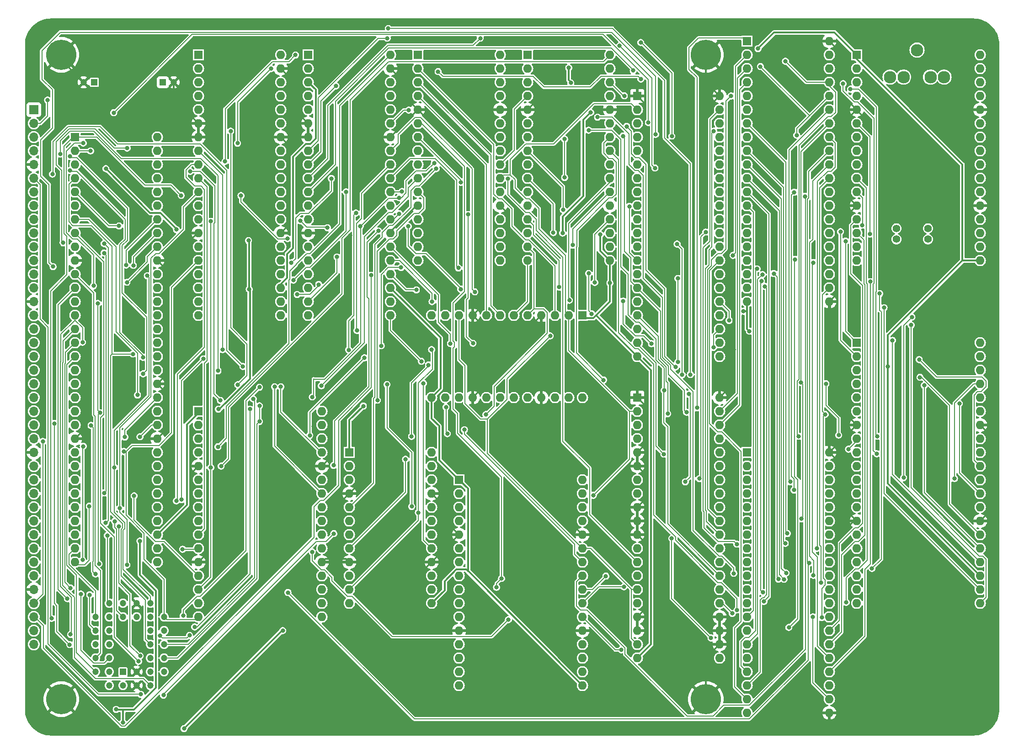
<source format=gbr>
%TF.GenerationSoftware,KiCad,Pcbnew,7.0.5*%
%TF.CreationDate,2023-12-16T11:17:31+02:00*%
%TF.ProjectId,Sound Board,536f756e-6420-4426-9f61-72642e6b6963,rev?*%
%TF.SameCoordinates,Original*%
%TF.FileFunction,Copper,L2,Bot*%
%TF.FilePolarity,Positive*%
%FSLAX46Y46*%
G04 Gerber Fmt 4.6, Leading zero omitted, Abs format (unit mm)*
G04 Created by KiCad (PCBNEW 7.0.5) date 2023-12-16 11:17:31*
%MOMM*%
%LPD*%
G01*
G04 APERTURE LIST*
%TA.AperFunction,ComponentPad*%
%ADD10R,1.600000X1.600000*%
%TD*%
%TA.AperFunction,ComponentPad*%
%ADD11O,1.600000X1.600000*%
%TD*%
%TA.AperFunction,ComponentPad*%
%ADD12C,5.600000*%
%TD*%
%TA.AperFunction,ComponentPad*%
%ADD13C,2.300000*%
%TD*%
%TA.AperFunction,ComponentPad*%
%ADD14C,1.400000*%
%TD*%
%TA.AperFunction,ComponentPad*%
%ADD15R,1.200000X1.200000*%
%TD*%
%TA.AperFunction,ComponentPad*%
%ADD16C,1.200000*%
%TD*%
%TA.AperFunction,ComponentPad*%
%ADD17R,1.700000X1.700000*%
%TD*%
%TA.AperFunction,ComponentPad*%
%ADD18O,1.700000X1.700000*%
%TD*%
%TA.AperFunction,ViaPad*%
%ADD19C,0.800000*%
%TD*%
%TA.AperFunction,Conductor*%
%ADD20C,0.380000*%
%TD*%
%TA.AperFunction,Conductor*%
%ADD21C,0.200000*%
%TD*%
G04 APERTURE END LIST*
D10*
%TO.P,B13,1,5V*%
%TO.N,/5V*%
X104140000Y-114300000D03*
D11*
%TO.P,B13,2,N.C.*%
%TO.N,unconnected-(B13-N.C.-Pad2)*%
X104140000Y-116840000D03*
%TO.P,B13,3,N.C.*%
%TO.N,unconnected-(B13-N.C.-Pad3)*%
X104140000Y-119380000D03*
%TO.P,B13,4,N.C.*%
%TO.N,unconnected-(B13-N.C.-Pad4)*%
X104140000Y-121920000D03*
%TO.P,B13,5,GND*%
%TO.N,/GND*%
X104140000Y-124460000D03*
%TO.P,B13,6,~{Reset}*%
%TO.N,/Enable*%
X104140000Y-127000000D03*
%TO.P,B13,7,Clk_Sel_{S1}*%
%TO.N,/Clock Select _{S1}*%
X104140000Y-129540000D03*
%TO.P,B13,8,Clk_Sel_{S0}*%
%TO.N,/Clock Select _{S0}*%
X104140000Y-132080000D03*
%TO.P,B13,9,N.C.*%
%TO.N,unconnected-(B13-N.C.-Pad9)*%
X104140000Y-134620000D03*
%TO.P,B13,10,N.C.*%
%TO.N,unconnected-(B13-N.C.-Pad10)*%
X104140000Y-137160000D03*
%TO.P,B13,11,N.C.*%
%TO.N,unconnected-(B13-N.C.-Pad11)*%
X104140000Y-139700000D03*
%TO.P,B13,12,GND*%
%TO.N,/GND*%
X104140000Y-142240000D03*
%TO.P,B13,13,N.C.*%
%TO.N,unconnected-(B13-N.C.-Pad13)*%
X104140000Y-144780000D03*
%TO.P,B13,14,N.C.*%
%TO.N,unconnected-(B13-N.C.-Pad14)*%
X104140000Y-147320000D03*
%TO.P,B13,15,N.C.*%
%TO.N,unconnected-(B13-N.C.-Pad15)*%
X104140000Y-149860000D03*
%TO.P,B13,16,N.C.*%
%TO.N,unconnected-(B13-N.C.-Pad16)*%
X104140000Y-152400000D03*
%TO.P,B13,17,5V*%
%TO.N,/5V*%
X127000000Y-152400000D03*
%TO.P,B13,18,N.C.*%
%TO.N,unconnected-(B13-N.C.-Pad18)*%
X127000000Y-149860000D03*
%TO.P,B13,19,N.C.*%
%TO.N,unconnected-(B13-N.C.-Pad19)*%
X127000000Y-147320000D03*
%TO.P,B13,20,N.C.*%
%TO.N,unconnected-(B13-N.C.-Pad20)*%
X127000000Y-144780000D03*
%TO.P,B13,21,GND*%
%TO.N,/GND*%
X127000000Y-142240000D03*
%TO.P,B13,22,~{WR}_{B}*%
%TO.N,/~{WR}_{B}*%
X127000000Y-139700000D03*
%TO.P,B13,23,~{WR}_{A}*%
%TO.N,/~{WR}_{A}*%
X127000000Y-137160000D03*
%TO.P,B13,24,A0*%
%TO.N,/MAX_{A0}*%
X127000000Y-134620000D03*
%TO.P,B13,25,~{WR}*%
%TO.N,/MAX_{~{WR}}*%
X127000000Y-132080000D03*
%TO.P,B13,26,~{CLK}*%
%TO.N,/~{CLK}*%
X127000000Y-129540000D03*
%TO.P,B13,27,CLK*%
%TO.N,/CLK*%
X127000000Y-127000000D03*
%TO.P,B13,28,GND*%
%TO.N,/GND*%
X127000000Y-124460000D03*
%TO.P,B13,29,N.C.*%
%TO.N,unconnected-(B13-N.C.-Pad29)*%
X127000000Y-121920000D03*
%TO.P,B13,30,N.C.*%
%TO.N,unconnected-(B13-N.C.-Pad30)*%
X127000000Y-119380000D03*
%TO.P,B13,31,N.C.*%
%TO.N,unconnected-(B13-N.C.-Pad31)*%
X127000000Y-116840000D03*
%TO.P,B13,32,N.C.*%
%TO.N,unconnected-(B13-N.C.-Pad32)*%
X127000000Y-114300000D03*
%TD*%
D12*
%TO.P,H4,1,GND*%
%TO.N,/GND*%
X149860000Y-35560000D03*
%TD*%
D10*
%TO.P,B6,1,T~{OE}*%
%TO.N,/CPU B ~{OE}\u00B7~{WE}*%
X157480000Y-109220000D03*
D11*
%TO.P,B6,2,T~{DIR}*%
%TO.N,/~{WD}*%
X157480000Y-111760000D03*
%TO.P,B6,3,M~{OE}*%
%TO.N,/B ~{OE}*%
X157480000Y-114300000D03*
%TO.P,B6,4,M~{WE}*%
%TO.N,/B ~{WE}*%
X157480000Y-116840000D03*
%TO.P,B6,5,M14*%
%TO.N,/M14*%
X157480000Y-119380000D03*
%TO.P,B6,6,M13*%
%TO.N,/M13*%
X157480000Y-121920000D03*
%TO.P,B6,7,M12*%
%TO.N,/M12*%
X157480000Y-124460000D03*
%TO.P,B6,8,M11*%
%TO.N,/M11*%
X157480000Y-127000000D03*
%TO.P,B6,9,M10*%
%TO.N,/M10*%
X157480000Y-129540000D03*
%TO.P,B6,10,M9*%
%TO.N,/M9*%
X157480000Y-132080000D03*
%TO.P,B6,11,M8*%
%TO.N,/M8*%
X157480000Y-134620000D03*
%TO.P,B6,12,M7*%
%TO.N,/M7*%
X157480000Y-137160000D03*
%TO.P,B6,13,M6*%
%TO.N,/M6*%
X157480000Y-139700000D03*
%TO.P,B6,14,M5*%
%TO.N,/M5*%
X157480000Y-142240000D03*
%TO.P,B6,15,M4*%
%TO.N,/M4*%
X157480000Y-144780000D03*
%TO.P,B6,16,M3*%
%TO.N,/M3*%
X157480000Y-147320000D03*
%TO.P,B6,17,M2*%
%TO.N,/M2*%
X157480000Y-149860000D03*
%TO.P,B6,18,M1*%
%TO.N,/M1*%
X157480000Y-152400000D03*
%TO.P,B6,19,M0*%
%TO.N,/M0*%
X157480000Y-154940000D03*
%TO.P,B6,20,5V*%
%TO.N,/5V*%
X157480000Y-157480000D03*
%TO.P,B6,21,GND*%
%TO.N,/GND*%
X172720000Y-157480000D03*
%TO.P,B6,22,LLE*%
%TO.N,/Sound Address*%
X172720000Y-154940000D03*
%TO.P,B6,23,L~{OE}*%
%TO.N,/~{WR}_{B}*%
X172720000Y-152400000D03*
%TO.P,B6,24,LQ0*%
%TO.N,/MAX0*%
X172720000Y-149860000D03*
%TO.P,B6,25,LQ1*%
%TO.N,/MAX1*%
X172720000Y-147320000D03*
%TO.P,B6,26,LQ2*%
%TO.N,/MAX2*%
X172720000Y-144780000D03*
%TO.P,B6,27,LQ3*%
%TO.N,/MAX3*%
X172720000Y-142240000D03*
%TO.P,B6,28,LQ4*%
%TO.N,/MAX4*%
X172720000Y-139700000D03*
%TO.P,B6,29,LQ5*%
%TO.N,/MAX5*%
X172720000Y-137160000D03*
%TO.P,B6,30,LQ6*%
%TO.N,/MAX6*%
X172720000Y-134620000D03*
%TO.P,B6,31,LQ7*%
%TO.N,/MAX7*%
X172720000Y-132080000D03*
%TO.P,B6,32,D0*%
%TO.N,/D0*%
X172720000Y-129540000D03*
%TO.P,B6,33,D1*%
%TO.N,/D1*%
X172720000Y-127000000D03*
%TO.P,B6,34,D2*%
%TO.N,/D2*%
X172720000Y-124460000D03*
%TO.P,B6,35,D3*%
%TO.N,/D3*%
X172720000Y-121920000D03*
%TO.P,B6,36,D4*%
%TO.N,/D4*%
X172720000Y-119380000D03*
%TO.P,B6,37,D5*%
%TO.N,/D5*%
X172720000Y-116840000D03*
%TO.P,B6,38,D6*%
%TO.N,/D6*%
X172720000Y-114300000D03*
%TO.P,B6,39,D7*%
%TO.N,/D7*%
X172720000Y-111760000D03*
%TO.P,B6,40,GND*%
%TO.N,/GND*%
X172720000Y-109220000D03*
%TD*%
D10*
%TO.P,B16,1,A0*%
%TO.N,/A0*%
X33020000Y-50800000D03*
D11*
%TO.P,B16,2,A1*%
%TO.N,/A1*%
X33020000Y-53340000D03*
%TO.P,B16,3,5V*%
%TO.N,/5V*%
X33020000Y-55880000D03*
%TO.P,B16,4,A2*%
%TO.N,/A2*%
X33020000Y-58420000D03*
%TO.P,B16,5,A3*%
%TO.N,/A3*%
X33020000Y-60960000D03*
%TO.P,B16,6,A4*%
%TO.N,/A4*%
X33020000Y-63500000D03*
%TO.P,B16,7,A5*%
%TO.N,/A5*%
X33020000Y-66040000D03*
%TO.P,B16,8,A6*%
%TO.N,/A6*%
X33020000Y-68580000D03*
%TO.P,B16,9,A7*%
%TO.N,/A7*%
X33020000Y-71120000D03*
%TO.P,B16,10,GND*%
%TO.N,/GND*%
X33020000Y-73660000D03*
%TO.P,B16,11,A8*%
%TO.N,/A8*%
X33020000Y-76200000D03*
%TO.P,B16,12,A9*%
%TO.N,/A9*%
X33020000Y-78740000D03*
%TO.P,B16,13,A10*%
%TO.N,/A10*%
X33020000Y-81280000D03*
%TO.P,B16,14,A11*%
%TO.N,/A11*%
X33020000Y-83820000D03*
%TO.P,B16,15,A12*%
%TO.N,/A12*%
X33020000Y-86360000D03*
%TO.P,B16,16,A13*%
%TO.N,/A13*%
X33020000Y-88900000D03*
%TO.P,B16,17,A14*%
%TO.N,/A14*%
X33020000Y-91440000D03*
%TO.P,B16,18,A15*%
%TO.N,/A15*%
X33020000Y-93980000D03*
%TO.P,B16,19,A16*%
%TO.N,/A16*%
X33020000Y-96520000D03*
%TO.P,B16,20,S*%
%TO.N,unconnected-(B16-S-Pad20)*%
X33020000Y-99060000D03*
%TO.P,B16,21,~{WD}*%
%TO.N,/~{WD}*%
X33020000Y-101600000D03*
%TO.P,B16,22,~{RD}*%
%TO.N,/~{RD}*%
X33020000Y-104140000D03*
%TO.P,B16,23,GND*%
%TO.N,/GND*%
X33020000Y-106680000D03*
%TO.P,B16,24,D0*%
%TO.N,/D0*%
X33020000Y-109220000D03*
%TO.P,B16,25,D1*%
%TO.N,/D1*%
X33020000Y-111760000D03*
%TO.P,B16,26,D2*%
%TO.N,/D2*%
X33020000Y-114300000D03*
%TO.P,B16,27,D3*%
%TO.N,/D3*%
X33020000Y-116840000D03*
%TO.P,B16,28,D4*%
%TO.N,/D4*%
X33020000Y-119380000D03*
%TO.P,B16,29,D5*%
%TO.N,/D5*%
X33020000Y-121920000D03*
%TO.P,B16,30,D6*%
%TO.N,/D6*%
X33020000Y-124460000D03*
%TO.P,B16,31,D7*%
%TO.N,/D7*%
X33020000Y-127000000D03*
%TO.P,B16,32,Deivce_~{CS}*%
%TO.N,/Device ~{CS}*%
X33020000Y-129540000D03*
%TO.P,B16,33,Deivce_~{CS}_{IN}*%
%TO.N,/Device ~{CS} _{IN}*%
X48260000Y-129540000D03*
%TO.P,B16,34,D7_{IN/OUT}*%
%TO.N,/D7_{IN{slash}OUT}*%
X48260000Y-127000000D03*
%TO.P,B16,35,5V*%
%TO.N,/5V*%
X48260000Y-124460000D03*
%TO.P,B16,36,D6_{IN/OUT}*%
%TO.N,/D6_{IN{slash}OUT}*%
X48260000Y-121920000D03*
%TO.P,B16,37,D5_{IN/OUT}*%
%TO.N,/D5_{IN{slash}OUT}*%
X48260000Y-119380000D03*
%TO.P,B16,38,D4_{IN/OUT}*%
%TO.N,/D4_{IN{slash}OUT}*%
X48260000Y-116840000D03*
%TO.P,B16,39,D3_{IN/OUT}*%
%TO.N,/D3_{IN{slash}OUT}*%
X48260000Y-114300000D03*
%TO.P,B16,40,D2_{IN/OUT}*%
%TO.N,/D2_{IN{slash}OUT}*%
X48260000Y-111760000D03*
%TO.P,B16,41,D1_{IN/OUT}*%
%TO.N,/D1_{IN{slash}OUT}*%
X48260000Y-109220000D03*
%TO.P,B16,42,GND*%
%TO.N,/GND*%
X48260000Y-106680000D03*
%TO.P,B16,43,D0_{IN/OUT}*%
%TO.N,/D0_{IN{slash}OUT}*%
X48260000Y-104140000D03*
%TO.P,B16,44,~{RD}_{IN}*%
%TO.N,/~{RD}_{IN}*%
X48260000Y-101600000D03*
%TO.P,B16,45,~{WD}_{IN}*%
%TO.N,/~{WD}_{IN}*%
X48260000Y-99060000D03*
%TO.P,B16,46,S_{IN}*%
%TO.N,/GND*%
X48260000Y-96520000D03*
%TO.P,B16,47,A16_{IN}*%
%TO.N,/A16_{IN}*%
X48260000Y-93980000D03*
%TO.P,B16,48,A15_{IN}*%
%TO.N,/A15_{IN}*%
X48260000Y-91440000D03*
%TO.P,B16,49,A14_{IN}*%
%TO.N,/A14_{IN}*%
X48260000Y-88900000D03*
%TO.P,B16,50,A13_{IN}*%
%TO.N,/A13_{IN}*%
X48260000Y-86360000D03*
%TO.P,B16,51,A12_{IN}*%
%TO.N,/A12_{IN}*%
X48260000Y-83820000D03*
%TO.P,B16,52,A11_{IN}*%
%TO.N,/A11_{IN}*%
X48260000Y-81280000D03*
%TO.P,B16,53,A10_{IN}*%
%TO.N,/A10_{IN}*%
X48260000Y-78740000D03*
%TO.P,B16,54,A9_{IN}*%
%TO.N,/A9_{IN}*%
X48260000Y-76200000D03*
%TO.P,B16,55,GND*%
%TO.N,/GND*%
X48260000Y-73660000D03*
%TO.P,B16,56,A8_{IN}*%
%TO.N,/A8_{IN}*%
X48260000Y-71120000D03*
%TO.P,B16,57,A7_{IN}*%
%TO.N,/A7_{IN}*%
X48260000Y-68580000D03*
%TO.P,B16,58,A6_{IN}*%
%TO.N,/A6_{IN}*%
X48260000Y-66040000D03*
%TO.P,B16,59,A5_{IN}*%
%TO.N,/A5_{IN}*%
X48260000Y-63500000D03*
%TO.P,B16,60,A4_{IN}*%
%TO.N,/A4_{IN}*%
X48260000Y-60960000D03*
%TO.P,B16,61,A3_{IN}*%
%TO.N,/A3_{IN}*%
X48260000Y-58420000D03*
%TO.P,B16,62,A2_{IN}*%
%TO.N,/A2_{IN}*%
X48260000Y-55880000D03*
%TO.P,B16,63,A1_{IN}*%
%TO.N,/A1_{IN}*%
X48260000Y-53340000D03*
%TO.P,B16,64,A0_{IN}*%
%TO.N,/A0_{IN}*%
X48260000Y-50800000D03*
%TD*%
D10*
%TO.P,B2,1,N.C.*%
%TO.N,unconnected-(B2-N.C.-Pad1)*%
X76200000Y-35560000D03*
D11*
%TO.P,B2,2,N.C.*%
%TO.N,unconnected-(B2-N.C.-Pad2)*%
X76200000Y-38100000D03*
%TO.P,B2,3,5V*%
%TO.N,/5V*%
X76200000Y-40640000D03*
%TO.P,B2,4,N.C.*%
%TO.N,unconnected-(B2-N.C.-Pad4)*%
X76200000Y-43180000D03*
%TO.P,B2,5,N.C.*%
%TO.N,unconnected-(B2-N.C.-Pad5)*%
X76200000Y-45720000D03*
%TO.P,B2,6,~{OE}*%
%TO.N,/GND*%
X76200000Y-48260000D03*
%TO.P,B2,7,GND*%
X76200000Y-50800000D03*
%TO.P,B2,8,D7*%
%TO.N,/D7*%
X76200000Y-53340000D03*
%TO.P,B2,9,D6*%
%TO.N,/D6*%
X76200000Y-55880000D03*
%TO.P,B2,10,D5*%
%TO.N,/D5*%
X76200000Y-58420000D03*
%TO.P,B2,11,D4*%
%TO.N,/D4*%
X76200000Y-60960000D03*
%TO.P,B2,12,D3*%
%TO.N,/D3*%
X76200000Y-63500000D03*
%TO.P,B2,13,D2*%
%TO.N,/D2*%
X76200000Y-66040000D03*
%TO.P,B2,14,GND*%
%TO.N,/GND*%
X76200000Y-68580000D03*
%TO.P,B2,15,D1*%
%TO.N,/D1*%
X76200000Y-71120000D03*
%TO.P,B2,16,D0*%
%TO.N,/D0*%
X76200000Y-73660000D03*
%TO.P,B2,17,N.C.*%
%TO.N,unconnected-(B2-N.C.-Pad17)*%
X76200000Y-76200000D03*
%TO.P,B2,18,N.C.*%
%TO.N,unconnected-(B2-N.C.-Pad18)*%
X76200000Y-78740000D03*
%TO.P,B2,19,WCAH*%
%TO.N,/Write Interrupt Address High*%
X76200000Y-81280000D03*
%TO.P,B2,20,WCAL*%
%TO.N,/Write Interrupt Address Low*%
X76200000Y-83820000D03*
%TO.P,B2,21,C0*%
%TO.N,/C0*%
X91440000Y-83820000D03*
%TO.P,B2,22,C1*%
%TO.N,/C1*%
X91440000Y-81280000D03*
%TO.P,B2,23,5V*%
%TO.N,/5V*%
X91440000Y-78740000D03*
%TO.P,B2,24,C2*%
%TO.N,/C2*%
X91440000Y-76200000D03*
%TO.P,B2,25,C3*%
%TO.N,/C3*%
X91440000Y-73660000D03*
%TO.P,B2,26,C4*%
%TO.N,/C4*%
X91440000Y-71120000D03*
%TO.P,B2,27,GND*%
%TO.N,/GND*%
X91440000Y-68580000D03*
%TO.P,B2,28,C5*%
%TO.N,/C5*%
X91440000Y-66040000D03*
%TO.P,B2,29,C6*%
%TO.N,/C6*%
X91440000Y-63500000D03*
%TO.P,B2,30,C7*%
%TO.N,/C7*%
X91440000Y-60960000D03*
%TO.P,B2,31,C8*%
%TO.N,/C8*%
X91440000Y-58420000D03*
%TO.P,B2,32,C9*%
%TO.N,/C9*%
X91440000Y-55880000D03*
%TO.P,B2,33,C10*%
%TO.N,/C10*%
X91440000Y-53340000D03*
%TO.P,B2,34,GND*%
%TO.N,/GND*%
X91440000Y-50800000D03*
%TO.P,B2,35,C11*%
%TO.N,/C11*%
X91440000Y-48260000D03*
%TO.P,B2,36,C12*%
%TO.N,/C12*%
X91440000Y-45720000D03*
%TO.P,B2,37,C13*%
%TO.N,/C13*%
X91440000Y-43180000D03*
%TO.P,B2,38,C14*%
%TO.N,/C14*%
X91440000Y-40640000D03*
%TO.P,B2,39,C15*%
%TO.N,/GND*%
X91440000Y-38100000D03*
%TO.P,B2,40,~{P=Q}*%
%TO.N,/~{Interrupt} _{CMP}*%
X91440000Y-35560000D03*
%TD*%
D10*
%TO.P,B10,1,5V*%
%TO.N,/5V*%
X83820000Y-109220000D03*
D11*
%TO.P,B10,2,~{Device_RAM}*%
%TO.N,/~{Device ROM}*%
X83820000Y-111760000D03*
%TO.P,B10,3,~{Device_Registers}*%
%TO.N,/~{CPU Address}*%
X83820000Y-114300000D03*
%TO.P,B10,4,GND*%
%TO.N,/GND*%
X83820000Y-116840000D03*
%TO.P,B10,5,~{Device_ROM}*%
%TO.N,/~{Device Registers}*%
X83820000Y-119380000D03*
%TO.P,B10,6,N.C.*%
%TO.N,unconnected-(B10-N.C.-Pad6)*%
X83820000Y-121920000D03*
%TO.P,B10,7,N.C.*%
%TO.N,unconnected-(B10-N.C.-Pad7)*%
X83820000Y-124460000D03*
%TO.P,B10,8,~{WD}*%
%TO.N,/~{RD}*%
X83820000Y-127000000D03*
%TO.P,B10,9,GND*%
%TO.N,/GND*%
X83820000Y-129540000D03*
%TO.P,B10,10,N.C.*%
%TO.N,unconnected-(B10-N.C.-Pad10)*%
X83820000Y-132080000D03*
%TO.P,B10,11,~{RD}*%
%TO.N,/~{WD}*%
X83820000Y-134620000D03*
%TO.P,B10,12,N.C.*%
%TO.N,unconnected-(B10-N.C.-Pad12)*%
X83820000Y-137160000D03*
%TO.P,B10,13,5V*%
%TO.N,/5V*%
X99060000Y-137160000D03*
%TO.P,B10,14,N.C.*%
%TO.N,unconnected-(B10-N.C.-Pad14)*%
X99060000Y-134620000D03*
%TO.P,B10,15,N.C.*%
%TO.N,unconnected-(B10-N.C.-Pad15)*%
X99060000Y-132080000D03*
%TO.P,B10,16,GND*%
%TO.N,/GND*%
X99060000Y-129540000D03*
%TO.P,B10,17,H0_{OUT}*%
%TO.N,/H0_{OUT}*%
X99060000Y-127000000D03*
%TO.P,B10,18,H1_{OUT}*%
%TO.N,/H1_{OUT}*%
X99060000Y-124460000D03*
%TO.P,B10,19,H2_{OUT}*%
%TO.N,/H2_{OUT}*%
X99060000Y-121920000D03*
%TO.P,B10,20,N.C.*%
%TO.N,unconnected-(B10-N.C.-Pad20)*%
X99060000Y-119380000D03*
%TO.P,B10,21,GND*%
%TO.N,/GND*%
X99060000Y-116840000D03*
%TO.P,B10,22,N.C.*%
%TO.N,unconnected-(B10-N.C.-Pad22)*%
X99060000Y-114300000D03*
%TO.P,B10,23,N.C.*%
%TO.N,unconnected-(B10-N.C.-Pad23)*%
X99060000Y-111760000D03*
%TO.P,B10,24,N.C.*%
%TO.N,unconnected-(B10-N.C.-Pad24)*%
X99060000Y-109220000D03*
%TD*%
D13*
%TO.P,B9,*%
%TO.N,*%
X183976000Y-39679000D03*
D14*
X185166000Y-67723000D03*
X185166000Y-69723000D03*
D13*
X186476000Y-39679000D03*
X188976000Y-34679000D03*
D14*
X191008000Y-67723000D03*
X191008000Y-69723000D03*
D13*
X191476000Y-39679000D03*
X193976000Y-39679000D03*
D10*
%TO.P,B9,1,5V*%
%TO.N,/5V*%
X177800000Y-35560000D03*
D11*
%TO.P,B9,2,N.C.*%
%TO.N,unconnected-(B9-N.C.-Pad2)*%
X177800000Y-38100000D03*
%TO.P,B9,3,N.C.*%
%TO.N,unconnected-(B9-N.C.-Pad3)*%
X177800000Y-40640000D03*
%TO.P,B9,4,~{Enable}*%
%TO.N,/~{Enable} _{OUT}*%
X177800000Y-43180000D03*
%TO.P,B9,5,GND*%
%TO.N,/GND*%
X177800000Y-45720000D03*
%TO.P,B9,6,A0*%
%TO.N,/MAX_{A0}*%
X177800000Y-48260000D03*
%TO.P,B9,7,~{WR}*%
%TO.N,/MAX_{~{WR}}*%
X177800000Y-50800000D03*
%TO.P,B9,8,D7*%
%TO.N,/MAX7*%
X177800000Y-53340000D03*
%TO.P,B9,9,D6*%
%TO.N,/MAX6*%
X177800000Y-55880000D03*
%TO.P,B9,10,D5*%
%TO.N,/MAX5*%
X177800000Y-58420000D03*
%TO.P,B9,11,D4*%
%TO.N,/MAX4*%
X177800000Y-60960000D03*
%TO.P,B9,12,GND*%
%TO.N,/GND*%
X177800000Y-63500000D03*
%TO.P,B9,13,D3*%
%TO.N,/MAX3*%
X177800000Y-66040000D03*
%TO.P,B9,14,D2*%
%TO.N,/MAX2*%
X177800000Y-68580000D03*
%TO.P,B9,15,D1*%
%TO.N,/MAX1*%
X177800000Y-71120000D03*
%TO.P,B9,16,D0*%
%TO.N,/MAX0*%
X177800000Y-73660000D03*
%TO.P,B9,17,5V*%
%TO.N,/5V*%
X200660000Y-73660000D03*
%TO.P,B9,18,N.C.*%
%TO.N,unconnected-(B9-N.C.-Pad18)*%
X200660000Y-71120000D03*
%TO.P,B9,19,N.C.*%
%TO.N,unconnected-(B9-N.C.-Pad19)*%
X200660000Y-68580000D03*
%TO.P,B9,20,N.C.*%
%TO.N,unconnected-(B9-N.C.-Pad20)*%
X200660000Y-66040000D03*
%TO.P,B9,21,GND*%
%TO.N,/GND*%
X200660000Y-63500000D03*
%TO.P,B9,22,N.C.*%
%TO.N,unconnected-(B9-N.C.-Pad22)*%
X200660000Y-60960000D03*
%TO.P,B9,23,N.C.*%
%TO.N,unconnected-(B9-N.C.-Pad23)*%
X200660000Y-58420000D03*
%TO.P,B9,24,N.C.*%
%TO.N,unconnected-(B9-N.C.-Pad24)*%
X200660000Y-55880000D03*
%TO.P,B9,25,N.C.*%
%TO.N,unconnected-(B9-N.C.-Pad25)*%
X200660000Y-53340000D03*
%TO.P,B9,26,N.C.*%
%TO.N,unconnected-(B9-N.C.-Pad26)*%
X200660000Y-50800000D03*
%TO.P,B9,27,N.C.*%
%TO.N,unconnected-(B9-N.C.-Pad27)*%
X200660000Y-48260000D03*
%TO.P,B9,28,GND*%
%TO.N,/GND*%
X200660000Y-45720000D03*
%TO.P,B9,29,N.C.*%
%TO.N,unconnected-(B9-N.C.-Pad29)*%
X200660000Y-43180000D03*
%TO.P,B9,30,N.C.*%
%TO.N,unconnected-(B9-N.C.-Pad30)*%
X200660000Y-40640000D03*
%TO.P,B9,31,N.C.*%
%TO.N,unconnected-(B9-N.C.-Pad31)*%
X200660000Y-38100000D03*
%TO.P,B9,32,N.C.*%
%TO.N,unconnected-(B9-N.C.-Pad32)*%
X200660000Y-35560000D03*
%TD*%
D10*
%TO.P,B8,1,5V*%
%TO.N,/5V*%
X55880000Y-101600000D03*
D11*
%TO.P,B8,2,Interrupt_CLK*%
%TO.N,/~{CLK}*%
X55880000Y-104140000D03*
%TO.P,B8,3,Write_Clear_Interrupt*%
%TO.N,/Write Clear Interrupt*%
X55880000Y-106680000D03*
%TO.P,B8,4,~{Set_Interrupt_on_CLK}*%
%TO.N,/~{Interrupt} _{CMP}*%
X55880000Y-109220000D03*
%TO.P,B8,5,GND*%
%TO.N,/GND*%
X55880000Y-111760000D03*
%TO.P,B8,6,Read_Flags*%
%TO.N,/Read Flags*%
X55880000Y-114300000D03*
%TO.P,B8,7,Write_Flags*%
%TO.N,/Write Flags*%
X55880000Y-116840000D03*
%TO.P,B8,8,D7*%
%TO.N,/D7*%
X55880000Y-119380000D03*
%TO.P,B8,9,D6*%
%TO.N,/D6*%
X55880000Y-121920000D03*
%TO.P,B8,10,D5*%
%TO.N,/D5*%
X55880000Y-124460000D03*
%TO.P,B8,11,D4*%
%TO.N,/D4*%
X55880000Y-127000000D03*
%TO.P,B8,12,GND*%
%TO.N,/GND*%
X55880000Y-129540000D03*
%TO.P,B8,13,D3*%
%TO.N,/D3*%
X55880000Y-132080000D03*
%TO.P,B8,14,D2*%
%TO.N,/D2*%
X55880000Y-134620000D03*
%TO.P,B8,15,D1*%
%TO.N,/D1*%
X55880000Y-137160000D03*
%TO.P,B8,16,D0*%
%TO.N,/D0*%
X55880000Y-139700000D03*
%TO.P,B8,17,5V*%
%TO.N,/5V*%
X78740000Y-139700000D03*
%TO.P,B8,18,F0*%
%TO.N,/Clock Select _{S0}*%
X78740000Y-137160000D03*
%TO.P,B8,19,F1*%
%TO.N,/Clock Select _{S1}*%
X78740000Y-134620000D03*
%TO.P,B8,20,F2*%
%TO.N,unconnected-(B8-F2-Pad20)*%
X78740000Y-132080000D03*
%TO.P,B8,21,GND*%
%TO.N,/GND*%
X78740000Y-129540000D03*
%TO.P,B8,22,F3*%
%TO.N,unconnected-(B8-F3-Pad22)*%
X78740000Y-127000000D03*
%TO.P,B8,23,F4*%
%TO.N,unconnected-(B8-F4-Pad23)*%
X78740000Y-124460000D03*
%TO.P,B8,24,F5*%
%TO.N,unconnected-(B8-F5-Pad24)*%
X78740000Y-121920000D03*
%TO.P,B8,25,N.C.*%
%TO.N,unconnected-(B8-N.C.-Pad25)*%
X78740000Y-119380000D03*
%TO.P,B8,26,~{Enable}*%
%TO.N,/~{Enable} _{OUT}*%
X78740000Y-116840000D03*
%TO.P,B8,27,Enable*%
%TO.N,/Enable*%
X78740000Y-114300000D03*
%TO.P,B8,28,GND*%
%TO.N,/GND*%
X78740000Y-111760000D03*
%TO.P,B8,29,~{INT}*%
%TO.N,/~{Interrupt} _{OUT}*%
X78740000Y-109220000D03*
%TO.P,B8,30,INT*%
%TO.N,unconnected-(B8-INT-Pad30)*%
X78740000Y-106680000D03*
%TO.P,B8,31,N.C.*%
%TO.N,unconnected-(B8-N.C.-Pad31)*%
X78740000Y-104140000D03*
%TO.P,B8,32,N.C.*%
%TO.N,unconnected-(B8-N.C.-Pad32)*%
X78740000Y-101600000D03*
%TD*%
D15*
%TO.P,C4,1*%
%TO.N,/12V*%
X49308000Y-40640000D03*
D16*
%TO.P,C4,2*%
%TO.N,/GND*%
X51308000Y-40640000D03*
%TD*%
D10*
%TO.P,B1,1,RAH*%
%TO.N,/Read Counter Address High*%
X177800000Y-88900000D03*
D11*
%TO.P,B1,2,RAL*%
%TO.N,/Read Counter Address Low*%
X177800000Y-91440000D03*
%TO.P,B1,3,5V*%
%TO.N,/5V*%
X177800000Y-93980000D03*
%TO.P,B1,4,CP*%
%TO.N,/CLK*%
X177800000Y-96520000D03*
%TO.P,B1,5,~{PE}*%
%TO.N,/~{End} _{CMP}*%
X177800000Y-99060000D03*
%TO.P,B1,6,~{MR}*%
%TO.N,/Enable*%
X177800000Y-101600000D03*
%TO.P,B1,7,GND*%
%TO.N,/GND*%
X177800000Y-104140000D03*
%TO.P,B1,8,D7*%
%TO.N,/D7*%
X177800000Y-106680000D03*
%TO.P,B1,9,D6*%
%TO.N,/D6*%
X177800000Y-109220000D03*
%TO.P,B1,10,D5*%
%TO.N,/D5*%
X177800000Y-111760000D03*
%TO.P,B1,11,D4*%
%TO.N,/D4*%
X177800000Y-114300000D03*
%TO.P,B1,12,D3*%
%TO.N,/D3*%
X177800000Y-116840000D03*
%TO.P,B1,13,D2*%
%TO.N,/D2*%
X177800000Y-119380000D03*
%TO.P,B1,14,GND*%
%TO.N,/GND*%
X177800000Y-121920000D03*
%TO.P,B1,15,D1*%
%TO.N,/D1*%
X177800000Y-124460000D03*
%TO.P,B1,16,D0*%
%TO.N,/D0*%
X177800000Y-127000000D03*
%TO.P,B1,17,CE*%
%TO.N,/3.3V*%
X177800000Y-129540000D03*
%TO.P,B1,18,TC_{0..3}*%
%TO.N,unconnected-(B1-TC_{0..3}-Pad18)*%
X177800000Y-132080000D03*
%TO.P,B1,19,WSAH*%
%TO.N,/Write Start Address High*%
X177800000Y-134620000D03*
%TO.P,B1,20,WSAL*%
%TO.N,/Write Start Address Low*%
X177800000Y-137160000D03*
%TO.P,B1,21,C0*%
%TO.N,/C0*%
X200660000Y-137160000D03*
%TO.P,B1,22,C1*%
%TO.N,/C1*%
X200660000Y-134620000D03*
%TO.P,B1,23,5V*%
%TO.N,/5V*%
X200660000Y-132080000D03*
%TO.P,B1,24,C2*%
%TO.N,/C2*%
X200660000Y-129540000D03*
%TO.P,B1,25,C3*%
%TO.N,/C3*%
X200660000Y-127000000D03*
%TO.P,B1,26,C4*%
%TO.N,/C4*%
X200660000Y-124460000D03*
%TO.P,B1,27,GND*%
%TO.N,/GND*%
X200660000Y-121920000D03*
%TO.P,B1,28,C5*%
%TO.N,/C5*%
X200660000Y-119380000D03*
%TO.P,B1,29,C6*%
%TO.N,/C6*%
X200660000Y-116840000D03*
%TO.P,B1,30,C7*%
%TO.N,/C7*%
X200660000Y-114300000D03*
%TO.P,B1,31,C8*%
%TO.N,/C8*%
X200660000Y-111760000D03*
%TO.P,B1,32,C9*%
%TO.N,/C9*%
X200660000Y-109220000D03*
%TO.P,B1,33,C10*%
%TO.N,/C10*%
X200660000Y-106680000D03*
%TO.P,B1,34,GND*%
%TO.N,/GND*%
X200660000Y-104140000D03*
%TO.P,B1,35,C11*%
%TO.N,/C11*%
X200660000Y-101600000D03*
%TO.P,B1,36,C12*%
%TO.N,/C12*%
X200660000Y-99060000D03*
%TO.P,B1,37,C13*%
%TO.N,/C13*%
X200660000Y-96520000D03*
%TO.P,B1,38,C14*%
%TO.N,/C14*%
X200660000Y-93980000D03*
%TO.P,B1,39,C15*%
%TO.N,unconnected-(B1-C15-Pad39)*%
X200660000Y-91440000D03*
%TO.P,B1,40,TC_{12..15}*%
%TO.N,unconnected-(B1-TC_{12..15}-Pad40)*%
X200660000Y-88900000D03*
%TD*%
D10*
%TO.P,B3,1,~{E}*%
%TO.N,/GND*%
X137160000Y-43180000D03*
D11*
%TO.P,B3,2,S*%
%TO.N,/~{CPU Address}*%
X137160000Y-45720000D03*
%TO.P,B3,3,A11*%
%TO.N,/A11*%
X137160000Y-48260000D03*
%TO.P,B3,4,A10*%
%TO.N,/A10*%
X137160000Y-50800000D03*
%TO.P,B3,5,A9*%
%TO.N,/A9*%
X137160000Y-53340000D03*
%TO.P,B3,6,A8*%
%TO.N,/A8*%
X137160000Y-55880000D03*
%TO.P,B3,7,A7*%
%TO.N,/A7*%
X137160000Y-58420000D03*
%TO.P,B3,8,A6*%
%TO.N,/A6*%
X137160000Y-60960000D03*
%TO.P,B3,9,A5*%
%TO.N,/A5*%
X137160000Y-63500000D03*
%TO.P,B3,10,A4*%
%TO.N,/A4*%
X137160000Y-66040000D03*
%TO.P,B3,11,A3*%
%TO.N,/A3*%
X137160000Y-68580000D03*
%TO.P,B3,12,A2*%
%TO.N,/A2*%
X137160000Y-71120000D03*
%TO.P,B3,13,A1*%
%TO.N,/A1*%
X137160000Y-73660000D03*
%TO.P,B3,14,A0*%
%TO.N,/A0*%
X137160000Y-76200000D03*
%TO.P,B3,15,B11*%
%TO.N,/C11*%
X137160000Y-78740000D03*
%TO.P,B3,16,B10*%
%TO.N,/C10*%
X137160000Y-81280000D03*
%TO.P,B3,17,B9*%
%TO.N,/C9*%
X137160000Y-83820000D03*
%TO.P,B3,18,B8*%
%TO.N,/C8*%
X137160000Y-86360000D03*
%TO.P,B3,19,B7*%
%TO.N,/C7*%
X137160000Y-88900000D03*
%TO.P,B3,20,5V*%
%TO.N,/5V*%
X137160000Y-91440000D03*
%TO.P,B3,21,B6*%
%TO.N,/C6*%
X152400000Y-91440000D03*
%TO.P,B3,22,B5*%
%TO.N,/C5*%
X152400000Y-88900000D03*
%TO.P,B3,23,B4*%
%TO.N,/C4*%
X152400000Y-86360000D03*
%TO.P,B3,24,B3*%
%TO.N,/C3*%
X152400000Y-83820000D03*
%TO.P,B3,25,B2*%
%TO.N,/C2*%
X152400000Y-81280000D03*
%TO.P,B3,26,B1*%
%TO.N,/C1*%
X152400000Y-78740000D03*
%TO.P,B3,27,B0*%
%TO.N,/C0*%
X152400000Y-76200000D03*
%TO.P,B3,28,Q0*%
%TO.N,/M0*%
X152400000Y-73660000D03*
%TO.P,B3,29,Q1*%
%TO.N,/M1*%
X152400000Y-71120000D03*
%TO.P,B3,30,Q2*%
%TO.N,/M2*%
X152400000Y-68580000D03*
%TO.P,B3,31,Q3*%
%TO.N,/M3*%
X152400000Y-66040000D03*
%TO.P,B3,32,Q4*%
%TO.N,/M4*%
X152400000Y-63500000D03*
%TO.P,B3,33,Q5*%
%TO.N,/M5*%
X152400000Y-60960000D03*
%TO.P,B3,34,Q6*%
%TO.N,/M6*%
X152400000Y-58420000D03*
%TO.P,B3,35,Q7*%
%TO.N,/M7*%
X152400000Y-55880000D03*
%TO.P,B3,36,Q8*%
%TO.N,/M8*%
X152400000Y-53340000D03*
%TO.P,B3,37,Q9*%
%TO.N,/M9*%
X152400000Y-50800000D03*
%TO.P,B3,38,Q10*%
%TO.N,/M10*%
X152400000Y-48260000D03*
%TO.P,B3,39,Q11*%
%TO.N,/M11*%
X152400000Y-45720000D03*
%TO.P,B3,40,GND*%
%TO.N,/GND*%
X152400000Y-43180000D03*
%TD*%
D10*
%TO.P,B15,1,5V*%
%TO.N,/5V*%
X116840000Y-35560000D03*
D11*
%TO.P,B15,2,Y7_{R}*%
%TO.N,unconnected-(B15-Y7_{R}-Pad2)*%
X116840000Y-38100000D03*
%TO.P,B15,3,Y6_{R}*%
%TO.N,unconnected-(B15-Y6_{R}-Pad3)*%
X116840000Y-40640000D03*
%TO.P,B15,4,~{Device_Registers}*%
%TO.N,/~{Device Registers}*%
X116840000Y-43180000D03*
%TO.P,B15,5,GND*%
%TO.N,/GND*%
X116840000Y-45720000D03*
%TO.P,B15,6,Y5_{R}*%
%TO.N,unconnected-(B15-Y5_{R}-Pad6)*%
X116840000Y-48260000D03*
%TO.P,B15,7,Y4_{R}*%
%TO.N,unconnected-(B15-Y4_{R}-Pad7)*%
X116840000Y-50800000D03*
%TO.P,B15,8,~{E2}*%
%TO.N,/A3*%
X116840000Y-53340000D03*
%TO.P,B15,9,E3*%
%TO.N,/~{A4}*%
X116840000Y-55880000D03*
%TO.P,B15,10,A2*%
%TO.N,/A2*%
X116840000Y-58420000D03*
%TO.P,B15,11,A1*%
%TO.N,/A1*%
X116840000Y-60960000D03*
%TO.P,B15,12,GND*%
%TO.N,/GND*%
X116840000Y-63500000D03*
%TO.P,B15,13,A0*%
%TO.N,/A0*%
X116840000Y-66040000D03*
%TO.P,B15,14,N.C.*%
%TO.N,unconnected-(B15-N.C.-Pad14)*%
X116840000Y-68580000D03*
%TO.P,B15,15,~{RD}*%
%TO.N,/~{RD}*%
X116840000Y-71120000D03*
%TO.P,B15,16,~{WD}*%
%TO.N,/~{WD}*%
X116840000Y-73660000D03*
%TO.P,B15,17,5V*%
%TO.N,/5V*%
X132080000Y-73660000D03*
%TO.P,B15,18,N.C.*%
%TO.N,unconnected-(B15-N.C.-Pad18)*%
X132080000Y-71120000D03*
%TO.P,B15,19,Y7_{W}*%
%TO.N,/Write Interrupt Address High*%
X132080000Y-68580000D03*
%TO.P,B15,20,Y6_{W}*%
%TO.N,/Write Interrupt Address Low*%
X132080000Y-66040000D03*
%TO.P,B15,21,GND*%
%TO.N,/GND*%
X132080000Y-63500000D03*
%TO.P,B15,22,Y5_{W}*%
%TO.N,/Write End Address High*%
X132080000Y-60960000D03*
%TO.P,B15,23,Y4_{W}*%
%TO.N,/Write End Address Low*%
X132080000Y-58420000D03*
%TO.P,B15,24,Y3_{W}*%
%TO.N,/Write Start Address High*%
X132080000Y-55880000D03*
%TO.P,B15,25,Y2_{W}*%
%TO.N,/Write Start Address Low*%
X132080000Y-53340000D03*
%TO.P,B15,26,Y1_{W}*%
%TO.N,/Write Clear Interrupt*%
X132080000Y-50800000D03*
%TO.P,B15,27,Y0_{W}*%
%TO.N,/Write Flags*%
X132080000Y-48260000D03*
%TO.P,B15,28,GND*%
%TO.N,/GND*%
X132080000Y-45720000D03*
%TO.P,B15,29,Y3_{R}*%
%TO.N,/Read Counter Address High*%
X132080000Y-43180000D03*
%TO.P,B15,30,Y2_{R}*%
%TO.N,/Read Counter Address Low*%
X132080000Y-40640000D03*
%TO.P,B15,31,Y1_{R}*%
%TO.N,unconnected-(B15-Y1_{R}-Pad31)*%
X132080000Y-38100000D03*
%TO.P,B15,32,Y0_{R}*%
%TO.N,/Read Flags*%
X132080000Y-35560000D03*
%TD*%
D10*
%TO.P,B12,1,5V*%
%TO.N,/5V*%
X127000000Y-83820000D03*
D11*
%TO.P,B12,2,Device_~{RAM}*%
%TO.N,/~{CPU Address}*%
X124460000Y-83820000D03*
%TO.P,B12,3,~{Device_Select}*%
%TO.N,/Device ~{CS}*%
X121920000Y-83820000D03*
%TO.P,B12,4,GND*%
%TO.N,/GND*%
X119380000Y-83820000D03*
%TO.P,B12,5,~{RD}*%
%TO.N,/~{RD}*%
X116840000Y-83820000D03*
%TO.P,B12,6,~{WD}*%
%TO.N,/~{WD}*%
X114300000Y-83820000D03*
%TO.P,B12,7,A16*%
%TO.N,/A16*%
X111760000Y-83820000D03*
%TO.P,B12,8,A15*%
%TO.N,/A15*%
X109220000Y-83820000D03*
%TO.P,B12,9,GND*%
%TO.N,/GND*%
X106680000Y-83820000D03*
%TO.P,B12,10,~{CLK}*%
%TO.N,/CLK*%
X104140000Y-83820000D03*
%TO.P,B12,11,N.C.*%
%TO.N,unconnected-(B12-N.C.-Pad11)*%
X101600000Y-83820000D03*
%TO.P,B12,12,N.C.*%
%TO.N,unconnected-(B12-N.C.-Pad12)*%
X99060000Y-83820000D03*
%TO.P,B12,13,5V*%
%TO.N,/5V*%
X99060000Y-99060000D03*
%TO.P,B12,14,N.C.*%
%TO.N,unconnected-(B12-N.C.-Pad14)*%
X101600000Y-99060000D03*
%TO.P,B12,15,CPU_B_~{WE}*%
%TO.N,/CPU B ~{WE}*%
X104140000Y-99060000D03*
%TO.P,B12,16,GND*%
%TO.N,/GND*%
X106680000Y-99060000D03*
%TO.P,B12,17,CPU_B_~{OE}*%
%TO.N,/CPU B ~{OE}*%
X109220000Y-99060000D03*
%TO.P,B12,18,CPU_B_~{OE}\u00B7~{WE}*%
%TO.N,/CPU B ~{OE}\u00B7~{WE}*%
X111760000Y-99060000D03*
%TO.P,B12,19,CPU_A_~{WE}*%
%TO.N,/CPU A ~{WE}*%
X114300000Y-99060000D03*
%TO.P,B12,20,CPU_A_~{OE}*%
%TO.N,/CPU A ~{OE}*%
X116840000Y-99060000D03*
%TO.P,B12,21,GND*%
%TO.N,/GND*%
X119380000Y-99060000D03*
%TO.P,B12,22,CPU_A_~{OE}\u00B7~{WE}*%
%TO.N,/CPU A ~{OE}\u00B7~{WE}*%
X121920000Y-99060000D03*
%TO.P,B12,23,Sound_Address*%
%TO.N,/Sound Address*%
X124460000Y-99060000D03*
%TO.P,B12,24,N.C.*%
%TO.N,unconnected-(B12-N.C.-Pad24)*%
X127000000Y-99060000D03*
%TD*%
D10*
%TO.P,B7,1,N.C.*%
%TO.N,unconnected-(B7-N.C.-Pad1)*%
X55880000Y-35560000D03*
D11*
%TO.P,B7,2,N.C.*%
%TO.N,unconnected-(B7-N.C.-Pad2)*%
X55880000Y-38100000D03*
%TO.P,B7,3,5V*%
%TO.N,/5V*%
X55880000Y-40640000D03*
%TO.P,B7,4,N.C.*%
%TO.N,unconnected-(B7-N.C.-Pad4)*%
X55880000Y-43180000D03*
%TO.P,B7,5,N.C.*%
%TO.N,unconnected-(B7-N.C.-Pad5)*%
X55880000Y-45720000D03*
%TO.P,B7,6,~{OE}*%
%TO.N,/GND*%
X55880000Y-48260000D03*
%TO.P,B7,7,GND*%
X55880000Y-50800000D03*
%TO.P,B7,8,D7*%
%TO.N,/D7*%
X55880000Y-53340000D03*
%TO.P,B7,9,D6*%
%TO.N,/D6*%
X55880000Y-55880000D03*
%TO.P,B7,10,D5*%
%TO.N,/D5*%
X55880000Y-58420000D03*
%TO.P,B7,11,D4*%
%TO.N,/D4*%
X55880000Y-60960000D03*
%TO.P,B7,12,D3*%
%TO.N,/D3*%
X55880000Y-63500000D03*
%TO.P,B7,13,D2*%
%TO.N,/D2*%
X55880000Y-66040000D03*
%TO.P,B7,14,GND*%
%TO.N,/GND*%
X55880000Y-68580000D03*
%TO.P,B7,15,D1*%
%TO.N,/D1*%
X55880000Y-71120000D03*
%TO.P,B7,16,D0*%
%TO.N,/D0*%
X55880000Y-73660000D03*
%TO.P,B7,17,N.C.*%
%TO.N,unconnected-(B7-N.C.-Pad17)*%
X55880000Y-76200000D03*
%TO.P,B7,18,N.C.*%
%TO.N,unconnected-(B7-N.C.-Pad18)*%
X55880000Y-78740000D03*
%TO.P,B7,19,WCAH*%
%TO.N,/Write End Address High*%
X55880000Y-81280000D03*
%TO.P,B7,20,WCAL*%
%TO.N,/Write End Address Low*%
X55880000Y-83820000D03*
%TO.P,B7,21,C0*%
%TO.N,/C0*%
X71120000Y-83820000D03*
%TO.P,B7,22,C1*%
%TO.N,/C1*%
X71120000Y-81280000D03*
%TO.P,B7,23,5V*%
%TO.N,/5V*%
X71120000Y-78740000D03*
%TO.P,B7,24,C2*%
%TO.N,/C2*%
X71120000Y-76200000D03*
%TO.P,B7,25,C3*%
%TO.N,/C3*%
X71120000Y-73660000D03*
%TO.P,B7,26,C4*%
%TO.N,/C4*%
X71120000Y-71120000D03*
%TO.P,B7,27,GND*%
%TO.N,/GND*%
X71120000Y-68580000D03*
%TO.P,B7,28,C5*%
%TO.N,/C5*%
X71120000Y-66040000D03*
%TO.P,B7,29,C6*%
%TO.N,/C6*%
X71120000Y-63500000D03*
%TO.P,B7,30,C7*%
%TO.N,/C7*%
X71120000Y-60960000D03*
%TO.P,B7,31,C8*%
%TO.N,/C8*%
X71120000Y-58420000D03*
%TO.P,B7,32,C9*%
%TO.N,/C9*%
X71120000Y-55880000D03*
%TO.P,B7,33,C10*%
%TO.N,/C10*%
X71120000Y-53340000D03*
%TO.P,B7,34,GND*%
%TO.N,/GND*%
X71120000Y-50800000D03*
%TO.P,B7,35,C11*%
%TO.N,/C11*%
X71120000Y-48260000D03*
%TO.P,B7,36,C12*%
%TO.N,/C12*%
X71120000Y-45720000D03*
%TO.P,B7,37,C13*%
%TO.N,/C13*%
X71120000Y-43180000D03*
%TO.P,B7,38,C14*%
%TO.N,/C14*%
X71120000Y-40640000D03*
%TO.P,B7,39,C15*%
%TO.N,/GND*%
X71120000Y-38100000D03*
%TO.P,B7,40,~{P=Q}*%
%TO.N,/~{End} _{CMP}*%
X71120000Y-35560000D03*
%TD*%
D10*
%TO.P,B11,1,5V*%
%TO.N,/5V*%
X96520000Y-35560000D03*
D11*
%TO.P,B11,2,~{Device_Select}*%
%TO.N,/Device ~{CS}*%
X96520000Y-38100000D03*
%TO.P,B11,3,A16*%
%TO.N,/A16*%
X96520000Y-40640000D03*
%TO.P,B11,4,A15*%
%TO.N,/A15*%
X96520000Y-43180000D03*
%TO.P,B11,5,GND*%
%TO.N,/GND*%
X96520000Y-45720000D03*
%TO.P,B11,6,A14*%
%TO.N,/A14*%
X96520000Y-48260000D03*
%TO.P,B11,7,A13*%
%TO.N,/A13*%
X96520000Y-50800000D03*
%TO.P,B11,8,A12*%
%TO.N,/A12*%
X96520000Y-53340000D03*
%TO.P,B11,9,A11*%
%TO.N,/A11*%
X96520000Y-55880000D03*
%TO.P,B11,10,A10*%
%TO.N,/A10*%
X96520000Y-58420000D03*
%TO.P,B11,11,A4*%
%TO.N,/A4*%
X96520000Y-60960000D03*
%TO.P,B11,12,GND*%
%TO.N,/GND*%
X96520000Y-63500000D03*
%TO.P,B11,13,A3*%
%TO.N,/A3*%
X96520000Y-66040000D03*
%TO.P,B11,14,N.C.*%
%TO.N,unconnected-(B11-N.C.-Pad14)*%
X96520000Y-68580000D03*
%TO.P,B11,15,~{Reset}_{IN}*%
%TO.N,/~{Reset} _{IN}*%
X96520000Y-71120000D03*
%TO.P,B11,16,N.C.*%
%TO.N,unconnected-(B11-N.C.-Pad16)*%
X96520000Y-73660000D03*
%TO.P,B11,17,5V*%
%TO.N,/5V*%
X111760000Y-73660000D03*
%TO.P,B11,18,Reset_{OUT}*%
%TO.N,unconnected-(B11-Reset_{OUT}-Pad18)*%
X111760000Y-71120000D03*
%TO.P,B11,19,~{Reset}_{OUT}*%
%TO.N,unconnected-(B11-~{Reset}_{OUT}-Pad19)*%
X111760000Y-68580000D03*
%TO.P,B11,20,~{A3}*%
%TO.N,unconnected-(B11-~{A3}-Pad20)*%
X111760000Y-66040000D03*
%TO.P,B11,21,GND*%
%TO.N,/GND*%
X111760000Y-63500000D03*
%TO.P,B11,22,~{A4}*%
%TO.N,/~{A4}*%
X111760000Y-60960000D03*
%TO.P,B11,23,~{Device_RAM}*%
%TO.N,/~{CPU Address}*%
X111760000Y-58420000D03*
%TO.P,B11,24,~{Device_Registers}*%
%TO.N,/~{Device Registers}*%
X111760000Y-55880000D03*
%TO.P,B11,25,~{Device_ROM}*%
%TO.N,/~{Device ROM}*%
X111760000Y-53340000D03*
%TO.P,B11,26,N.C.*%
%TO.N,unconnected-(B11-N.C.-Pad26)*%
X111760000Y-50800000D03*
%TO.P,B11,27,N.C.*%
%TO.N,unconnected-(B11-N.C.-Pad27)*%
X111760000Y-48260000D03*
%TO.P,B11,28,GND*%
%TO.N,/GND*%
X111760000Y-45720000D03*
%TO.P,B11,29,N.C.*%
%TO.N,unconnected-(B11-N.C.-Pad29)*%
X111760000Y-43180000D03*
%TO.P,B11,30,N.C.*%
%TO.N,unconnected-(B11-N.C.-Pad30)*%
X111760000Y-40640000D03*
%TO.P,B11,31,N.C.*%
%TO.N,unconnected-(B11-N.C.-Pad31)*%
X111760000Y-38100000D03*
%TO.P,B11,32,N.C.*%
%TO.N,unconnected-(B11-N.C.-Pad32)*%
X111760000Y-35560000D03*
%TD*%
D10*
%TO.P,B4,1,T~{OE}*%
%TO.N,/CPU A ~{OE}\u00B7~{WE}*%
X157480000Y-33020000D03*
D11*
%TO.P,B4,2,T~{DIR}*%
%TO.N,/~{WD}*%
X157480000Y-35560000D03*
%TO.P,B4,3,M~{OE}*%
%TO.N,/A ~{OE}*%
X157480000Y-38100000D03*
%TO.P,B4,4,M~{WE}*%
%TO.N,/A ~{WE}*%
X157480000Y-40640000D03*
%TO.P,B4,5,M14*%
%TO.N,/M14*%
X157480000Y-43180000D03*
%TO.P,B4,6,M13*%
%TO.N,/M13*%
X157480000Y-45720000D03*
%TO.P,B4,7,M12*%
%TO.N,/M12*%
X157480000Y-48260000D03*
%TO.P,B4,8,M11*%
%TO.N,/M11*%
X157480000Y-50800000D03*
%TO.P,B4,9,M10*%
%TO.N,/M10*%
X157480000Y-53340000D03*
%TO.P,B4,10,M9*%
%TO.N,/M9*%
X157480000Y-55880000D03*
%TO.P,B4,11,M8*%
%TO.N,/M8*%
X157480000Y-58420000D03*
%TO.P,B4,12,M7*%
%TO.N,/M7*%
X157480000Y-60960000D03*
%TO.P,B4,13,M6*%
%TO.N,/M6*%
X157480000Y-63500000D03*
%TO.P,B4,14,M5*%
%TO.N,/M5*%
X157480000Y-66040000D03*
%TO.P,B4,15,M4*%
%TO.N,/M4*%
X157480000Y-68580000D03*
%TO.P,B4,16,M3*%
%TO.N,/M3*%
X157480000Y-71120000D03*
%TO.P,B4,17,M2*%
%TO.N,/M2*%
X157480000Y-73660000D03*
%TO.P,B4,18,M1*%
%TO.N,/M1*%
X157480000Y-76200000D03*
%TO.P,B4,19,M0*%
%TO.N,/M0*%
X157480000Y-78740000D03*
%TO.P,B4,20,5V*%
%TO.N,/5V*%
X157480000Y-81280000D03*
%TO.P,B4,21,GND*%
%TO.N,/GND*%
X172720000Y-81280000D03*
%TO.P,B4,22,LLE*%
%TO.N,/Sound Address*%
X172720000Y-78740000D03*
%TO.P,B4,23,L~{OE}*%
%TO.N,/~{WR}_{A}*%
X172720000Y-76200000D03*
%TO.P,B4,24,LQ0*%
%TO.N,/MAX0*%
X172720000Y-73660000D03*
%TO.P,B4,25,LQ1*%
%TO.N,/MAX1*%
X172720000Y-71120000D03*
%TO.P,B4,26,LQ2*%
%TO.N,/MAX2*%
X172720000Y-68580000D03*
%TO.P,B4,27,LQ3*%
%TO.N,/MAX3*%
X172720000Y-66040000D03*
%TO.P,B4,28,LQ4*%
%TO.N,/MAX4*%
X172720000Y-63500000D03*
%TO.P,B4,29,LQ5*%
%TO.N,/MAX5*%
X172720000Y-60960000D03*
%TO.P,B4,30,LQ6*%
%TO.N,/MAX6*%
X172720000Y-58420000D03*
%TO.P,B4,31,LQ7*%
%TO.N,/MAX7*%
X172720000Y-55880000D03*
%TO.P,B4,32,D0*%
%TO.N,/D0*%
X172720000Y-53340000D03*
%TO.P,B4,33,D1*%
%TO.N,/D1*%
X172720000Y-50800000D03*
%TO.P,B4,34,D2*%
%TO.N,/D2*%
X172720000Y-48260000D03*
%TO.P,B4,35,D3*%
%TO.N,/D3*%
X172720000Y-45720000D03*
%TO.P,B4,36,D4*%
%TO.N,/D4*%
X172720000Y-43180000D03*
%TO.P,B4,37,D5*%
%TO.N,/D5*%
X172720000Y-40640000D03*
%TO.P,B4,38,D6*%
%TO.N,/D6*%
X172720000Y-38100000D03*
%TO.P,B4,39,D7*%
%TO.N,/D7*%
X172720000Y-35560000D03*
%TO.P,B4,40,GND*%
%TO.N,/GND*%
X172720000Y-33020000D03*
%TD*%
D15*
%TO.P,C3,1*%
%TO.N,/5V*%
X36608000Y-40640000D03*
D16*
%TO.P,C3,2*%
%TO.N,/GND*%
X34608000Y-40640000D03*
%TD*%
D15*
%TO.P,IC1,1,N.C.*%
%TO.N,unconnected-(IC1-N.C.-Pad1)*%
X41910000Y-149860000D03*
D16*
%TO.P,IC1,2,A16*%
%TO.N,/GND*%
X44450000Y-152400000D03*
%TO.P,IC1,3,A15*%
X44450000Y-149860000D03*
%TO.P,IC1,4,A12*%
%TO.N,/A12*%
X46990000Y-152400000D03*
%TO.P,IC1,5,A7*%
%TO.N,/A7*%
X49530000Y-149860000D03*
%TO.P,IC1,6,A6*%
%TO.N,/A6*%
X46990000Y-149860000D03*
%TO.P,IC1,7,A5*%
%TO.N,/A5*%
X49530000Y-147320000D03*
%TO.P,IC1,8,A4*%
%TO.N,/A4*%
X46990000Y-147320000D03*
%TO.P,IC1,9,A3*%
%TO.N,/A3*%
X49530000Y-144780000D03*
%TO.P,IC1,10,A2*%
%TO.N,/A2*%
X46990000Y-144780000D03*
%TO.P,IC1,11,A1*%
%TO.N,/A1*%
X49530000Y-142240000D03*
%TO.P,IC1,12,A0*%
%TO.N,/A0*%
X46990000Y-142240000D03*
%TO.P,IC1,13,DQ0*%
%TO.N,/D0*%
X49530000Y-139700000D03*
%TO.P,IC1,14,DQ1*%
%TO.N,/D1*%
X46990000Y-137160000D03*
%TO.P,IC1,15,DQ2*%
%TO.N,/D2*%
X46990000Y-139700000D03*
%TO.P,IC1,16,GND*%
%TO.N,/GND*%
X44450000Y-137160000D03*
%TO.P,IC1,17,DQ3*%
%TO.N,/D3*%
X44450000Y-139700000D03*
%TO.P,IC1,18,DQ4*%
%TO.N,/D4*%
X41910000Y-137160000D03*
%TO.P,IC1,19,DQ5*%
%TO.N,/D5*%
X41910000Y-139700000D03*
%TO.P,IC1,20,DQ6*%
%TO.N,/D6*%
X39370000Y-137160000D03*
%TO.P,IC1,21,DQ7*%
%TO.N,/D7*%
X36830000Y-139700000D03*
%TO.P,IC1,22,~{CE}*%
%TO.N,/~{Device ROM}*%
X39370000Y-139700000D03*
%TO.P,IC1,23,A10*%
%TO.N,/A10*%
X36830000Y-142240000D03*
%TO.P,IC1,24,~{OE}*%
%TO.N,/~{RD}*%
X39370000Y-142240000D03*
%TO.P,IC1,25,A11*%
%TO.N,/A11*%
X36830000Y-144780000D03*
%TO.P,IC1,26,A9*%
%TO.N,/A9*%
X39370000Y-144780000D03*
%TO.P,IC1,27,A8*%
%TO.N,/A8*%
X36830000Y-147320000D03*
%TO.P,IC1,28,A13*%
%TO.N,/A13*%
X39370000Y-147320000D03*
%TO.P,IC1,29,A14*%
%TO.N,/A14*%
X36830000Y-149860000D03*
%TO.P,IC1,30,N.C.*%
%TO.N,unconnected-(IC1-N.C.-Pad30)*%
X39370000Y-152400000D03*
%TO.P,IC1,31,~{WE}*%
%TO.N,/~{WD}*%
X39370000Y-149860000D03*
%TO.P,IC1,32,3V*%
%TO.N,/3.3V*%
X41910000Y-152400000D03*
%TD*%
D10*
%TO.P,B5,1,~{E}*%
%TO.N,/GND*%
X137160000Y-99060000D03*
D11*
%TO.P,B5,2,S*%
%TO.N,/~{CPU Address}*%
X137160000Y-101600000D03*
%TO.P,B5,3,A11*%
%TO.N,/CPU A ~{OE}*%
X137160000Y-104140000D03*
%TO.P,B5,4,A10*%
%TO.N,/CPU A ~{WE}*%
X137160000Y-106680000D03*
%TO.P,B5,5,A9*%
%TO.N,/GND*%
X137160000Y-109220000D03*
%TO.P,B5,6,A8*%
X137160000Y-111760000D03*
%TO.P,B5,7,A7*%
%TO.N,/CPU B ~{OE}*%
X137160000Y-114300000D03*
%TO.P,B5,8,A6*%
%TO.N,/CPU B ~{WE}*%
X137160000Y-116840000D03*
%TO.P,B5,9,A5*%
%TO.N,/GND*%
X137160000Y-119380000D03*
%TO.P,B5,10,A4*%
X137160000Y-121920000D03*
%TO.P,B5,11,A3*%
X137160000Y-124460000D03*
%TO.P,B5,12,A2*%
%TO.N,/A14*%
X137160000Y-127000000D03*
%TO.P,B5,13,A1*%
%TO.N,/A13*%
X137160000Y-129540000D03*
%TO.P,B5,14,A0*%
%TO.N,/A12*%
X137160000Y-132080000D03*
%TO.P,B5,15,B11*%
%TO.N,/CLK*%
X137160000Y-134620000D03*
%TO.P,B5,16,B10*%
%TO.N,/3.3V*%
X137160000Y-137160000D03*
%TO.P,B5,17,B9*%
%TO.N,/GND*%
X137160000Y-139700000D03*
%TO.P,B5,18,B8*%
X137160000Y-142240000D03*
%TO.P,B5,19,B7*%
%TO.N,/CLK*%
X137160000Y-144780000D03*
%TO.P,B5,20,5V*%
%TO.N,/5V*%
X137160000Y-147320000D03*
%TO.P,B5,21,B6*%
%TO.N,/3.3V*%
X152400000Y-147320000D03*
%TO.P,B5,22,B5*%
%TO.N,/GND*%
X152400000Y-144780000D03*
%TO.P,B5,23,B4*%
X152400000Y-142240000D03*
%TO.P,B5,24,B3*%
X152400000Y-139700000D03*
%TO.P,B5,25,B2*%
%TO.N,/C14*%
X152400000Y-137160000D03*
%TO.P,B5,26,B1*%
%TO.N,/C13*%
X152400000Y-134620000D03*
%TO.P,B5,27,B0*%
%TO.N,/C12*%
X152400000Y-132080000D03*
%TO.P,B5,28,Q0*%
%TO.N,unconnected-(B5-Q0-Pad28)*%
X152400000Y-129540000D03*
%TO.P,B5,29,Q1*%
%TO.N,/M12*%
X152400000Y-127000000D03*
%TO.P,B5,30,Q2*%
%TO.N,/M13*%
X152400000Y-124460000D03*
%TO.P,B5,31,Q3*%
%TO.N,/M14*%
X152400000Y-121920000D03*
%TO.P,B5,32,Q4*%
%TO.N,unconnected-(B5-Q4-Pad32)*%
X152400000Y-119380000D03*
%TO.P,B5,33,Q5*%
%TO.N,unconnected-(B5-Q5-Pad33)*%
X152400000Y-116840000D03*
%TO.P,B5,34,Q6*%
%TO.N,/B ~{WE}*%
X152400000Y-114300000D03*
%TO.P,B5,35,Q7*%
%TO.N,/B ~{OE}*%
X152400000Y-111760000D03*
%TO.P,B5,36,Q8*%
%TO.N,unconnected-(B5-Q8-Pad36)*%
X152400000Y-109220000D03*
%TO.P,B5,37,Q9*%
%TO.N,unconnected-(B5-Q9-Pad37)*%
X152400000Y-106680000D03*
%TO.P,B5,38,Q10*%
%TO.N,/A ~{WE}*%
X152400000Y-104140000D03*
%TO.P,B5,39,Q11*%
%TO.N,/A ~{OE}*%
X152400000Y-101600000D03*
%TO.P,B5,40,GND*%
%TO.N,/GND*%
X152400000Y-99060000D03*
%TD*%
D12*
%TO.P,H2,1,GND*%
%TO.N,/GND*%
X30480000Y-154940000D03*
%TD*%
%TO.P,H3,1,GND*%
%TO.N,/GND*%
X149860000Y-154940000D03*
%TD*%
%TO.P,H1,1,GND*%
%TO.N,/GND*%
X30480000Y-35560000D03*
%TD*%
D17*
%TO.P,J1,1,Pin_1*%
%TO.N,/12V*%
X25400000Y-45720000D03*
D18*
%TO.P,J1,2,Pin_2*%
%TO.N,/~{Enable} _{OUT}*%
X25400000Y-48260000D03*
%TO.P,J1,3,Pin_3*%
%TO.N,/~{Interrupt} _{OUT}*%
X25400000Y-50800000D03*
%TO.P,J1,4,Pin_4*%
%TO.N,/H0_{OUT}*%
X25400000Y-53340000D03*
%TO.P,J1,5,Pin_5*%
%TO.N,/GND*%
X25400000Y-55880000D03*
%TO.P,J1,6,Pin_6*%
%TO.N,/H1_{OUT}*%
X25400000Y-58420000D03*
%TO.P,J1,7,Pin_7*%
%TO.N,/H2_{OUT}*%
X25400000Y-60960000D03*
%TO.P,J1,8,Pin_8*%
%TO.N,/A0_{IN}*%
X25400000Y-63500000D03*
%TO.P,J1,9,Pin_9*%
%TO.N,/A1_{IN}*%
X25400000Y-66040000D03*
%TO.P,J1,10,Pin_10*%
%TO.N,/A2_{IN}*%
X25400000Y-68580000D03*
%TO.P,J1,11,Pin_11*%
%TO.N,/A3_{IN}*%
X25400000Y-71120000D03*
%TO.P,J1,12,Pin_12*%
%TO.N,/A4_{IN}*%
X25400000Y-73660000D03*
%TO.P,J1,13,Pin_13*%
%TO.N,/A5_{IN}*%
X25400000Y-76200000D03*
%TO.P,J1,14,Pin_14*%
%TO.N,/A6_{IN}*%
X25400000Y-78740000D03*
%TO.P,J1,15,Pin_15*%
%TO.N,/GND*%
X25400000Y-81280000D03*
%TO.P,J1,16,Pin_16*%
%TO.N,/A7_{IN}*%
X25400000Y-83820000D03*
%TO.P,J1,17,Pin_17*%
%TO.N,/A8_{IN}*%
X25400000Y-86360000D03*
%TO.P,J1,18,Pin_18*%
%TO.N,/A9_{IN}*%
X25400000Y-88900000D03*
%TO.P,J1,19,Pin_19*%
%TO.N,/A10_{IN}*%
X25400000Y-91440000D03*
%TO.P,J1,20,Pin_20*%
%TO.N,/A11_{IN}*%
X25400000Y-93980000D03*
%TO.P,J1,21,Pin_21*%
%TO.N,/A12_{IN}*%
X25400000Y-96520000D03*
%TO.P,J1,22,Pin_22*%
%TO.N,/A13_{IN}*%
X25400000Y-99060000D03*
%TO.P,J1,23,Pin_23*%
%TO.N,/A14_{IN}*%
X25400000Y-101600000D03*
%TO.P,J1,24,Pin_24*%
%TO.N,/A15_{IN}*%
X25400000Y-104140000D03*
%TO.P,J1,25,Pin_25*%
%TO.N,/A16_{IN}*%
X25400000Y-106680000D03*
%TO.P,J1,26,Pin_26*%
%TO.N,/GND*%
X25400000Y-109220000D03*
%TO.P,J1,27,Pin_27*%
%TO.N,/D0_{IN{slash}OUT}*%
X25400000Y-111760000D03*
%TO.P,J1,28,Pin_28*%
%TO.N,/D1_{IN{slash}OUT}*%
X25400000Y-114300000D03*
%TO.P,J1,29,Pin_29*%
%TO.N,/D2_{IN{slash}OUT}*%
X25400000Y-116840000D03*
%TO.P,J1,30,Pin_30*%
%TO.N,/D3_{IN{slash}OUT}*%
X25400000Y-119380000D03*
%TO.P,J1,31,Pin_31*%
%TO.N,/D4_{IN{slash}OUT}*%
X25400000Y-121920000D03*
%TO.P,J1,32,Pin_32*%
%TO.N,/D5_{IN{slash}OUT}*%
X25400000Y-124460000D03*
%TO.P,J1,33,Pin_33*%
%TO.N,/D6_{IN{slash}OUT}*%
X25400000Y-127000000D03*
%TO.P,J1,34,Pin_34*%
%TO.N,/D7_{IN{slash}OUT}*%
X25400000Y-129540000D03*
%TO.P,J1,35,Pin_35*%
%TO.N,/~{WD}_{IN}*%
X25400000Y-132080000D03*
%TO.P,J1,36,Pin_36*%
%TO.N,/GND*%
X25400000Y-134620000D03*
%TO.P,J1,37,Pin_37*%
%TO.N,/~{RD}_{IN}*%
X25400000Y-137160000D03*
%TO.P,J1,38,Pin_38*%
%TO.N,/~{Reset} _{IN}*%
X25400000Y-139700000D03*
%TO.P,J1,39,Pin_39*%
%TO.N,/Device ~{CS} _{IN}*%
X25400000Y-142240000D03*
%TO.P,J1,40,Pin_40*%
%TO.N,/PHI2_{IN}*%
X25400000Y-144780000D03*
%TD*%
D19*
%TO.N,/GND*%
X149352000Y-62310000D03*
X75311000Y-129540000D03*
X51435000Y-153416000D03*
X67691000Y-68580000D03*
X67691010Y-91694000D03*
X71882000Y-91694000D03*
X63880999Y-104647999D03*
%TO.N,/A3*%
X76962008Y-98955000D03*
X66040000Y-99314000D03*
%TO.N,/A7*%
X69342004Y-38100000D03*
X63118994Y-51943000D03*
%TO.N,/5V*%
X65278000Y-78994006D03*
%TO.N,/GND*%
X29820342Y-73660000D03*
X29930320Y-70890102D03*
X30924500Y-78041500D03*
%TO.N,/~{RD}*%
X35969000Y-104226250D03*
%TO.N,/GND*%
X143637000Y-91440000D03*
X155040000Y-90170000D03*
X141265422Y-127241426D03*
X162306000Y-123063000D03*
X165989000Y-123444000D03*
X173736000Y-125603010D03*
X162433000Y-143510000D03*
X162306000Y-104140000D03*
X162306000Y-99060000D03*
X162306000Y-79121008D03*
X154640000Y-64516001D03*
X154813000Y-75946000D03*
X120269000Y-124714000D03*
X120269000Y-129794000D03*
X115062000Y-91313000D03*
X119380000Y-92201996D03*
X107696000Y-63500000D03*
X83962018Y-69017418D03*
X82423000Y-97282000D03*
X78994000Y-94488000D03*
%TO.N,/~{Device ROM}*%
X80899000Y-111633000D03*
%TO.N,/GND*%
X77216000Y-104394000D03*
X80391000Y-102093163D03*
%TO.N,/D2*%
X101981000Y-105743900D03*
X101727000Y-100838000D03*
%TO.N,/GND*%
X171323000Y-143510000D03*
%TO.N,/Sound Address*%
X171323000Y-139827012D03*
X169672000Y-139700000D03*
%TO.N,/GND*%
X180086000Y-48133000D03*
X173918100Y-77597000D03*
X139700000Y-67564000D03*
X145161000Y-62357000D03*
X124079000Y-48514000D03*
X125285502Y-49720502D03*
X124460000Y-62865000D03*
%TO.N,/5V*%
X65151000Y-69977000D03*
X51816000Y-67945000D03*
X38735000Y-56642000D03*
X124460000Y-37973000D03*
X124841000Y-40767000D03*
X128524000Y-46228000D03*
X123317000Y-68580000D03*
X130302000Y-68834000D03*
X156839999Y-83058000D03*
X132080000Y-77851000D03*
%TO.N,/GND*%
X93498054Y-68579998D03*
X101981000Y-82423000D03*
X86360000Y-115316000D03*
X70231000Y-129540000D03*
X70231000Y-123190000D03*
X99355200Y-139150800D03*
X108077000Y-130683000D03*
X108077000Y-115570000D03*
X104140000Y-107950000D03*
X107696000Y-101473000D03*
X144399000Y-99191300D03*
X144399000Y-118237000D03*
X141224000Y-139700000D03*
X141351000Y-123698000D03*
X135128000Y-143002000D03*
X130429000Y-138811000D03*
%TO.N,/5V*%
X86420778Y-100638010D03*
%TO.N,/D6*%
X175288000Y-40894000D03*
%TO.N,/D5*%
X164592000Y-36742100D03*
%TO.N,/5V*%
X159512000Y-34417000D03*
%TO.N,/M14*%
X154512976Y-43180000D03*
%TO.N,/D4*%
X136397992Y-38481000D03*
%TO.N,/5V*%
X71501000Y-142240000D03*
X53213000Y-160401000D03*
%TO.N,/~{RD}_{IN}*%
X27051000Y-107188000D03*
%TO.N,/~{WD}_{IN}*%
X34544000Y-108086900D03*
X34417000Y-129159000D03*
%TO.N,/GND*%
X27624000Y-55922775D03*
%TO.N,/A9*%
X40195500Y-46291500D03*
X34544000Y-51899997D03*
X36449000Y-78359000D03*
%TO.N,/H1_{OUT}*%
X45212000Y-154051000D03*
X49403006Y-154206000D03*
%TO.N,/GND*%
X28702000Y-78105000D03*
%TO.N,/A7*%
X42672000Y-52832000D03*
%TO.N,/Read Counter Address High*%
X175726300Y-70071300D03*
%TO.N,/Read Counter Address Low*%
X174797000Y-68325100D03*
X134759700Y-43158600D03*
%TO.N,/5V*%
X59563000Y-101219000D03*
X40640012Y-156845000D03*
X41919500Y-159242400D03*
X45052300Y-125642800D03*
X157921600Y-86767400D03*
X183593000Y-93285000D03*
%TO.N,/CLK*%
X121031000Y-87630000D03*
%TO.N,/~{End} _{CMP}*%
X91038562Y-30671549D03*
X146990994Y-94793218D03*
%TO.N,/Enable*%
X146050000Y-114681000D03*
X146685000Y-98425000D03*
%TO.N,/GND*%
X38977618Y-44150282D03*
X130508600Y-43661800D03*
%TO.N,/D7*%
X176649700Y-41910000D03*
X181587600Y-106224400D03*
X90849600Y-32471549D03*
X176287800Y-108617400D03*
X60332500Y-90165200D03*
X56766000Y-91900300D03*
X52749446Y-117966265D03*
%TO.N,/D6*%
X51781386Y-118216996D03*
X39016600Y-124614000D03*
X181489300Y-109463100D03*
X81355400Y-41322700D03*
%TO.N,/D5*%
X40344500Y-121968500D03*
X108074900Y-32471549D03*
X167045100Y-106225500D03*
%TO.N,/D4*%
X166229500Y-61010100D03*
X52946500Y-127158600D03*
X42640800Y-130059800D03*
X166684800Y-50434800D03*
X159972200Y-37727400D03*
X41327400Y-119586000D03*
X166178000Y-116191549D03*
%TO.N,/D3*%
X38409900Y-72274900D03*
X38474200Y-116728400D03*
X43970300Y-117257400D03*
X165478000Y-114681000D03*
%TO.N,/D2*%
X58166000Y-112014000D03*
X58181400Y-66396700D03*
X167578000Y-121532500D03*
X167500600Y-96270200D03*
%TO.N,/D1*%
X46409900Y-76496100D03*
X113284000Y-140208000D03*
X76940600Y-127649700D03*
X170446402Y-127000000D03*
X40287200Y-111984200D03*
%TO.N,/D0*%
X168978008Y-129730499D03*
X42065000Y-109045500D03*
X72455087Y-135182164D03*
%TO.N,/Write Start Address High*%
X160147004Y-77462085D03*
X160452000Y-135149600D03*
%TO.N,/Write Start Address Low*%
X155648900Y-138400700D03*
%TO.N,/C0*%
X144666600Y-92484000D03*
X97157500Y-92333400D03*
X144666604Y-76991190D03*
X187873600Y-85639200D03*
%TO.N,/C1*%
X182874100Y-82407600D03*
%TO.N,/C2*%
X154151951Y-84780511D03*
X96241000Y-79105100D03*
X184433400Y-88464700D03*
%TO.N,/C3*%
X190311800Y-96816400D03*
X99145200Y-81280000D03*
%TO.N,/C4*%
X151265189Y-89774666D03*
X102548900Y-89045400D03*
X189514000Y-95299500D03*
%TO.N,/C5*%
X93074800Y-64984700D03*
X79784100Y-67598400D03*
X74723000Y-66288010D03*
X174455600Y-106023700D03*
X139792200Y-89084000D03*
X104453000Y-78979600D03*
X94742000Y-67309988D03*
X172109200Y-96498100D03*
X134574400Y-81184900D03*
%TO.N,/C6*%
X85049500Y-64871000D03*
X83694200Y-90216900D03*
X196817000Y-100164400D03*
%TO.N,/C7*%
X106728100Y-89004800D03*
X93577000Y-60874900D03*
X142080000Y-109541800D03*
X105853000Y-65151000D03*
%TO.N,/C8*%
X189375400Y-92021900D03*
X128143000Y-76073000D03*
X104013000Y-75057000D03*
X128691652Y-83525352D03*
%TO.N,/C9*%
X142790100Y-102055500D03*
X85228800Y-86633700D03*
%TO.N,/C10*%
X107061000Y-79479998D03*
%TO.N,/C11*%
X134492700Y-50604700D03*
X146268400Y-101769100D03*
X94828700Y-45796300D03*
%TO.N,/C12*%
X128143000Y-49530000D03*
X142120800Y-97746200D03*
%TO.N,/C13*%
X155028900Y-131624000D03*
X195901400Y-114064100D03*
X129794000Y-47117000D03*
%TO.N,/C14*%
X154763500Y-139049100D03*
X137831600Y-40039800D03*
X100271500Y-38663600D03*
%TO.N,/Write Interrupt Address High*%
X81534000Y-73025000D03*
%TO.N,/Write Interrupt Address Low*%
X129286000Y-77724000D03*
%TO.N,/~{Interrupt} _{CMP}*%
X59488055Y-108177715D03*
%TO.N,/~{CPU Address}*%
X129024400Y-117164800D03*
%TO.N,/A11*%
X34417000Y-88803300D03*
X32207200Y-142957200D03*
X73478529Y-77290007D03*
X83204800Y-60951900D03*
%TO.N,/A10*%
X78635084Y-96873700D03*
X35749500Y-135604500D03*
X37247300Y-81617100D03*
X37464100Y-129854800D03*
X37672900Y-101872100D03*
%TO.N,/A9*%
X31614600Y-136327800D03*
X139198550Y-48089300D03*
%TO.N,/A8*%
X28956000Y-74803000D03*
X140575500Y-50296900D03*
%TO.N,/A7*%
X41120500Y-122911600D03*
X137795000Y-33274006D03*
X38711700Y-122291900D03*
X45094200Y-146923700D03*
X30796000Y-70389500D03*
X143552500Y-50613300D03*
X38408000Y-70522100D03*
%TO.N,/A6*%
X44796400Y-147934400D03*
X133895451Y-33871549D03*
X73865300Y-35599000D03*
X60813600Y-55299800D03*
X140435900Y-56532700D03*
%TO.N,/A5*%
X145465475Y-94818525D03*
X67183000Y-103505000D03*
X144526000Y-70612000D03*
X44591900Y-98590700D03*
X67183000Y-100584000D03*
%TO.N,/A4*%
X89033804Y-99540000D03*
X54356000Y-57150000D03*
X65408001Y-101219500D03*
X55184225Y-141550994D03*
X59950685Y-99587085D03*
%TO.N,/A3*%
X41175200Y-67262800D03*
X85863300Y-67278200D03*
X93085800Y-62026200D03*
X99570900Y-55607900D03*
X123444000Y-64262000D03*
%TO.N,/A2*%
X89733000Y-89453800D03*
X121617400Y-68502200D03*
X93409000Y-74972200D03*
X43731400Y-90979600D03*
%TO.N,/A1*%
X135703400Y-63641800D03*
X123698000Y-51181000D03*
X63172078Y-96700078D03*
X123698000Y-58293000D03*
X35901660Y-53358970D03*
X67183000Y-97155000D03*
X61862200Y-49698094D03*
X53066400Y-139481400D03*
%TO.N,/A0*%
X52691500Y-61605600D03*
X28702000Y-139954000D03*
X72390000Y-69596000D03*
X63754000Y-61653900D03*
X122659000Y-78581000D03*
%TO.N,/M1*%
X160782000Y-78457998D03*
%TO.N,/M2*%
X159347500Y-75208400D03*
%TO.N,/M3*%
X143538300Y-125164200D03*
X148665189Y-114079800D03*
X149822100Y-68392500D03*
X150822800Y-143608800D03*
%TO.N,/M4*%
X160340500Y-76270900D03*
%TO.N,/M5*%
X166400300Y-73455800D03*
X165227000Y-141653000D03*
%TO.N,/M7*%
X160643000Y-136832700D03*
%TO.N,/M8*%
X164338000Y-132720000D03*
%TO.N,/M9*%
X164719000Y-131572000D03*
%TO.N,/M10*%
X164568000Y-126071700D03*
%TO.N,/M11*%
X155581000Y-126214000D03*
%TO.N,/CPU A ~{OE}\u00B7~{WE}*%
X148209000Y-100965000D03*
%TO.N,/~{WD}*%
X29220000Y-103869700D03*
X99060000Y-90170002D03*
X96621100Y-120359100D03*
X32040700Y-144835100D03*
X154884033Y-72715033D03*
%TO.N,/M13*%
X151321700Y-49705700D03*
%TO.N,/M12*%
X164968000Y-124245029D03*
%TO.N,/Sound Address*%
X171958000Y-102170200D03*
%TO.N,/~{WR}_{A}*%
X163322000Y-132715000D03*
X134669200Y-134107300D03*
X162461000Y-76075875D03*
%TO.N,/MAX0*%
X180301900Y-77573000D03*
%TO.N,/MAX1*%
X169778000Y-74055420D03*
%TO.N,/MAX4*%
X178834200Y-67120800D03*
X180630400Y-130726200D03*
X182060000Y-79796000D03*
%TO.N,/MAX5*%
X175857700Y-136992700D03*
%TO.N,/MAX6*%
X171194300Y-133360800D03*
%TO.N,/MAX7*%
X169789200Y-131993900D03*
%TO.N,/A14*%
X112013500Y-132561800D03*
X111088700Y-134218800D03*
%TO.N,/A13*%
X54229000Y-143129002D03*
X34120600Y-135481400D03*
X32166017Y-134330981D03*
X104453000Y-59182000D03*
X48763547Y-143180000D03*
X113227700Y-58529800D03*
%TO.N,/A12*%
X73100002Y-74096844D03*
X80505600Y-58472800D03*
%TO.N,/~{WR}_{B}*%
X134199000Y-145789800D03*
%TO.N,/Write End Address High*%
X125219200Y-70815500D03*
X78168500Y-78107100D03*
X74168000Y-79966188D03*
%TO.N,/Write End Address Low*%
X124587006Y-81026000D03*
%TO.N,/~{CLK}*%
X105148300Y-105007200D03*
%TO.N,/Write Clear Interrupt*%
X130933000Y-95807700D03*
%TO.N,/Read Flags*%
X60071000Y-111760000D03*
%TO.N,/Write Flags*%
X135199100Y-48820300D03*
X144250272Y-93393218D03*
X98505000Y-93026000D03*
X95357500Y-106260200D03*
%TO.N,/~{Enable} _{OUT}*%
X32069000Y-54381451D03*
X45646300Y-94649200D03*
X27939994Y-43942000D03*
X69977400Y-97071000D03*
%TO.N,/~{Interrupt} _{OUT}*%
X59494900Y-94090700D03*
X71147000Y-97071000D03*
X30269000Y-53936934D03*
%TO.N,/MAX_{A0}*%
X188024665Y-84130965D03*
X186483900Y-113905000D03*
X180274000Y-68751000D03*
X131341300Y-132141400D03*
%TO.N,/MAX_{~{WR}}*%
X168244500Y-61774400D03*
%TO.N,/Device ~{CS}*%
X86614000Y-91694000D03*
X76497200Y-106054100D03*
X35662200Y-119185200D03*
%TO.N,/~{RD}*%
X109125000Y-102203300D03*
X94234000Y-110489998D03*
X36816300Y-131751100D03*
%TO.N,/D0_{IN{slash}OUT}*%
X45057300Y-106326000D03*
%TO.N,/~{Reset} _{IN}*%
X87857200Y-76410000D03*
%TO.N,/~{WD}_{IN}*%
X42257700Y-106372300D03*
%TO.N,/H2_{OUT}*%
X64124200Y-93305400D03*
X28829000Y-57658000D03*
X90805000Y-96647000D03*
X95377000Y-119253002D03*
%TO.N,/~{Device ROM}*%
X89214500Y-68199600D03*
%TO.N,/H1_{OUT}*%
X80952400Y-124268400D03*
%TO.N,/H0_{OUT}*%
X97563522Y-96420522D03*
X45590400Y-91617500D03*
X32093800Y-56974300D03*
%TO.N,/~{Device Registers}*%
X99939700Y-56647600D03*
%TO.N,/A8_{IN}*%
X42631000Y-77703600D03*
%TO.N,/A7_{IN}*%
X43830800Y-74567200D03*
%TO.N,/A6_{IN}*%
X42483000Y-74509300D03*
%TD*%
D20*
%TO.N,/5V*%
X127127000Y-61722000D02*
X127127000Y-47625000D01*
X123317000Y-65532000D02*
X127127000Y-61722000D01*
X123317000Y-68580000D02*
X123317000Y-65532000D01*
X127127000Y-47625000D02*
X128524000Y-46228000D01*
D21*
%TO.N,/A1*%
X123698000Y-58293000D02*
X123698000Y-51181000D01*
D20*
%TO.N,/GND*%
X125349000Y-49784000D02*
X125285502Y-49720502D01*
X125349000Y-61976000D02*
X125349000Y-49784000D01*
X124460000Y-62865000D02*
X125349000Y-61976000D01*
X138408550Y-49381550D02*
X138408550Y-44428550D01*
X139319000Y-50292000D02*
X138408550Y-49381550D01*
X139319000Y-67183000D02*
X139319000Y-50292000D01*
X139700000Y-67564000D02*
X139319000Y-67183000D01*
D21*
%TO.N,/A6*%
X139898550Y-39874648D02*
X133895451Y-33871549D01*
X139898550Y-48379250D02*
X139898550Y-39874648D01*
X139861600Y-55958400D02*
X139861600Y-48416200D01*
X140435900Y-56532700D02*
X139861600Y-55958400D01*
%TO.N,/A9*%
X130805499Y-31771549D02*
X139198550Y-40164600D01*
X54715451Y-31771549D02*
X130805499Y-31771549D01*
D20*
%TO.N,/GND*%
X138408550Y-44428550D02*
X137160000Y-43180000D01*
D21*
%TO.N,/A9*%
X40195500Y-46291500D02*
X54715451Y-31771549D01*
%TO.N,/A6*%
X139861600Y-48416200D02*
X139898550Y-48379250D01*
%TO.N,/A9*%
X139198550Y-40164600D02*
X139198550Y-48089300D01*
D20*
%TO.N,/GND*%
X149479000Y-62183000D02*
X149352000Y-62310000D01*
X149479000Y-46101000D02*
X149479000Y-62183000D01*
X152400000Y-43180000D02*
X149479000Y-46101000D01*
X144907000Y-62357000D02*
X145161000Y-62357000D01*
X139700000Y-67564000D02*
X144907000Y-62357000D01*
X75311000Y-129540000D02*
X51435000Y-153416000D01*
D21*
%TO.N,/D0*%
X95893423Y-158620500D02*
X72455087Y-135182164D01*
X157923400Y-158620500D02*
X95893423Y-158620500D01*
X168783000Y-147760900D02*
X157923400Y-158620500D01*
X168783000Y-129925507D02*
X168783000Y-147760900D01*
X168978008Y-129730499D02*
X168783000Y-129925507D01*
%TO.N,/H1_{OUT}*%
X79490800Y-125730000D02*
X77724006Y-125730000D01*
X80952400Y-124268400D02*
X79490800Y-125730000D01*
X77724006Y-125730000D02*
X49403006Y-154051000D01*
X49403006Y-154051000D02*
X49403006Y-154206000D01*
%TO.N,/A1*%
X64708001Y-99629999D02*
X67183000Y-97155000D01*
X64708001Y-127395099D02*
X64708001Y-99629999D01*
X56213100Y-135890000D02*
X64708001Y-127395099D01*
X53066400Y-139481400D02*
X53066400Y-138409500D01*
%TO.N,/A3*%
X66294000Y-99568000D02*
X66040000Y-99314000D01*
X66294000Y-132461000D02*
X66294000Y-99568000D01*
X49530000Y-144780000D02*
X53975000Y-144780000D01*
%TO.N,/A4*%
X65408001Y-131775099D02*
X65408001Y-101219500D01*
X55632106Y-141550994D02*
X65408001Y-131775099D01*
X55184225Y-141550994D02*
X55632106Y-141550994D01*
%TO.N,/A1*%
X53066400Y-138409500D02*
X55585900Y-135890000D01*
X55585900Y-135890000D02*
X56213100Y-135890000D01*
%TO.N,/A3*%
X53975000Y-144780000D02*
X66294000Y-132461000D01*
D20*
%TO.N,/GND*%
X64007994Y-104521004D02*
X63880999Y-104647999D01*
X64007994Y-99024244D02*
X64007994Y-104521004D01*
X71338238Y-91694000D02*
X64007994Y-99024244D01*
X71882000Y-91694000D02*
X71338238Y-91694000D01*
X67691000Y-91693990D02*
X67691010Y-91694000D01*
X67691000Y-68580000D02*
X67691000Y-91693990D01*
D21*
%TO.N,/Read Flags*%
X61434800Y-110396200D02*
X60071000Y-111760000D01*
X61434800Y-100813235D02*
X61434800Y-110396200D01*
X83998036Y-67991450D02*
X82441000Y-69548486D01*
X83998036Y-43921864D02*
X83998036Y-67991450D01*
%TO.N,/A1*%
X64871600Y-95000556D02*
X63172078Y-96700078D01*
X64871600Y-89156700D02*
X64871600Y-95000556D01*
X61862200Y-86147300D02*
X64871600Y-89156700D01*
D20*
%TO.N,/5V*%
X65405004Y-79121010D02*
X65278000Y-78994006D01*
D21*
%TO.N,/~{Interrupt} _{CMP}*%
X61034800Y-106630970D02*
X59488055Y-108177715D01*
X72646500Y-77271465D02*
X72646500Y-89035850D01*
X72800000Y-77117964D02*
X72646500Y-77271465D01*
X72800000Y-75636950D02*
X72800000Y-77117964D01*
X73979000Y-74457950D02*
X72800000Y-75636950D01*
X73979000Y-74325121D02*
X73979000Y-74457950D01*
X76566400Y-72360800D02*
X75943321Y-72360800D01*
X82010900Y-66916300D02*
X76566400Y-72360800D01*
X82010900Y-44989100D02*
X82010900Y-66916300D01*
%TO.N,/Read Flags*%
X130933300Y-36830000D02*
X91089900Y-36830000D01*
X91089900Y-36830000D02*
X83998036Y-43921864D01*
%TO.N,/~{Interrupt} _{CMP}*%
X91440000Y-35560000D02*
X82010900Y-44989100D01*
D20*
%TO.N,/5V*%
X65405004Y-95584380D02*
X65405004Y-79121010D01*
D21*
%TO.N,/~{Interrupt} _{CMP}*%
X75943321Y-72360800D02*
X73979000Y-74325121D01*
X72646500Y-89035850D02*
X61034800Y-100647550D01*
X61034800Y-100647550D02*
X61034800Y-106630970D01*
%TO.N,/Read Flags*%
X82441000Y-69548486D02*
X82441000Y-79807035D01*
X132080000Y-35683300D02*
X130933300Y-36830000D01*
%TO.N,/A1*%
X61862200Y-49698094D02*
X61862200Y-86147300D01*
D20*
%TO.N,/5V*%
X59770384Y-101219000D02*
X65405004Y-95584380D01*
X59563000Y-101219000D02*
X59770384Y-101219000D01*
D21*
%TO.N,/Read Flags*%
X82441000Y-79807035D02*
X61434800Y-100813235D01*
%TO.N,/H2_{OUT}*%
X64095400Y-93305400D02*
X64124200Y-93305400D01*
X61105300Y-90315300D02*
X64095400Y-93305400D01*
X61105300Y-56983300D02*
X61105300Y-90315300D01*
X56192000Y-52070000D02*
X61105300Y-56983300D01*
X40895700Y-52070000D02*
X56192000Y-52070000D01*
X37701700Y-48876000D02*
X40895700Y-52070000D01*
X28956000Y-51677651D02*
X31757651Y-48876000D01*
X28956000Y-57531000D02*
X28956000Y-51677651D01*
X28829000Y-57658000D02*
X28956000Y-57531000D01*
X31757651Y-48876000D02*
X37701700Y-48876000D01*
%TO.N,/A3*%
X77216000Y-98701008D02*
X76962008Y-98955000D01*
X77216000Y-95631000D02*
X77216000Y-98701008D01*
%TO.N,/A10*%
X86648000Y-88860784D02*
X78635084Y-96873700D01*
X86648000Y-69249500D02*
X86648000Y-88860784D01*
X91806200Y-64770000D02*
X91127500Y-64770000D01*
X94775200Y-60164800D02*
X94775200Y-61801000D01*
X91127500Y-64770000D02*
X86648000Y-69249500D01*
X94775200Y-61801000D02*
X91806200Y-64770000D01*
X96520000Y-58420000D02*
X94775200Y-60164800D01*
%TO.N,/A3*%
X77281700Y-95696700D02*
X79228900Y-95696700D01*
X77216000Y-95631000D02*
X77281700Y-95696700D01*
%TO.N,/~{Enable} _{OUT}*%
X78740000Y-116840000D02*
X69977400Y-108077400D01*
%TO.N,/~{Interrupt} _{OUT}*%
X78623700Y-109220000D02*
X71147000Y-101743300D01*
X71147000Y-101743300D02*
X71147000Y-97071000D01*
%TO.N,/~{Enable} _{OUT}*%
X69977400Y-108077400D02*
X69977400Y-97071000D01*
%TO.N,/A3*%
X79228900Y-95696700D02*
X85951600Y-88974000D01*
X85951600Y-88974000D02*
X85951600Y-67278200D01*
%TO.N,/A5*%
X67183000Y-103505000D02*
X67183000Y-100584000D01*
D20*
%TO.N,/GND*%
X38989000Y-47752000D02*
X38989000Y-44161664D01*
X39497000Y-48260000D02*
X38989000Y-47752000D01*
X38989000Y-44161664D02*
X38977618Y-44150282D01*
X55880000Y-48260000D02*
X39497000Y-48260000D01*
D21*
%TO.N,/A6*%
X60839500Y-55273900D02*
X60813600Y-55299800D01*
X69561925Y-36830000D02*
X60839500Y-45552425D01*
X72634300Y-36830000D02*
X69561925Y-36830000D01*
X60839500Y-45552425D02*
X60839500Y-55273900D01*
X73865300Y-35599000D02*
X72634300Y-36830000D01*
%TO.N,/A7*%
X69342004Y-38100000D02*
X63118994Y-44323010D01*
X63118994Y-44323010D02*
X63118994Y-51943000D01*
X40259000Y-52832000D02*
X42672000Y-52832000D01*
X36703000Y-49276000D02*
X40259000Y-52832000D01*
X31923336Y-49276000D02*
X36703000Y-49276000D01*
X30569000Y-56976300D02*
X29569000Y-55976300D01*
X30569000Y-70162500D02*
X30569000Y-56976300D01*
X30796000Y-70389500D02*
X30569000Y-70162500D01*
X29569000Y-51630336D02*
X31923336Y-49276000D01*
X29569000Y-55976300D02*
X29569000Y-51630336D01*
D20*
%TO.N,/5V*%
X65278000Y-70104000D02*
X65151000Y-69977000D01*
X65278000Y-78994006D02*
X65278000Y-70104000D01*
%TO.N,/GND*%
X33512915Y-77550000D02*
X31416000Y-77550000D01*
X31416000Y-77550000D02*
X30924500Y-78041500D01*
X35207000Y-90904000D02*
X35207000Y-79244085D01*
X35179000Y-90932000D02*
X35207000Y-90904000D01*
X35179000Y-104521000D02*
X35179000Y-90932000D01*
X35207000Y-79244085D02*
X33512915Y-77550000D01*
X33020000Y-106680000D02*
X35179000Y-104521000D01*
D21*
%TO.N,/A0*%
X50819200Y-59733300D02*
X52691500Y-61605600D01*
X45987400Y-59733300D02*
X50819200Y-59733300D01*
X37054100Y-50800000D02*
X45987400Y-59733300D01*
X32639000Y-50800000D02*
X37054100Y-50800000D01*
X30969000Y-52470000D02*
X32639000Y-50800000D01*
X28513000Y-79296975D02*
X31496000Y-76313975D01*
X31496000Y-69177321D02*
X30969000Y-68650321D01*
X28513000Y-139765000D02*
X28513000Y-79296975D01*
X31496000Y-76313975D02*
X31496000Y-69177321D01*
X30969000Y-68650321D02*
X30969000Y-52470000D01*
X28702000Y-139954000D02*
X28513000Y-139765000D01*
D20*
%TO.N,/GND*%
X29930320Y-70825909D02*
X29930320Y-70890102D01*
X29944000Y-70812229D02*
X29930320Y-70825909D01*
X29944000Y-60424000D02*
X29944000Y-70812229D01*
X27624000Y-58104000D02*
X29944000Y-60424000D01*
X27624000Y-55922775D02*
X27624000Y-58104000D01*
X29820342Y-71000080D02*
X29930320Y-70890102D01*
X29820342Y-73660000D02*
X29820342Y-71000080D01*
X28832336Y-78105000D02*
X28702000Y-78105000D01*
X29820342Y-77116994D02*
X28832336Y-78105000D01*
X29820342Y-73660000D02*
X29820342Y-77116994D01*
D21*
%TO.N,/A8*%
X28221200Y-74068200D02*
X28956000Y-74803000D01*
X28221200Y-59608900D02*
X28221200Y-74068200D01*
X26670000Y-58057700D02*
X28221200Y-59608900D01*
X28829000Y-42037000D02*
X28829000Y-49149000D01*
X26886600Y-40094600D02*
X28829000Y-42037000D01*
X26886600Y-34760600D02*
X26886600Y-40094600D01*
X30275651Y-31371549D02*
X26886600Y-34760600D01*
X132408656Y-31371549D02*
X30275651Y-31371549D01*
X140575500Y-39538393D02*
X132408656Y-31371549D01*
X140575500Y-50296900D02*
X140575500Y-39538393D01*
X28829000Y-49149000D02*
X26670000Y-51308000D01*
X26670000Y-51308000D02*
X26670000Y-58057700D01*
%TO.N,/A11*%
X34417000Y-86141000D02*
X34417000Y-88803300D01*
X33016700Y-84740700D02*
X34417000Y-86141000D01*
%TO.N,/~{RD}*%
X36362200Y-129395900D02*
X36362200Y-104619450D01*
X36360300Y-131295100D02*
X36360300Y-129397800D01*
X36360300Y-129397800D02*
X36362200Y-129395900D01*
X36362200Y-104619450D02*
X35969000Y-104226250D01*
X36816300Y-131751100D02*
X36360300Y-131295100D01*
%TO.N,/C0*%
X144666600Y-76991194D02*
X144666604Y-76991190D01*
X144666600Y-92484000D02*
X144666600Y-76991194D01*
D20*
%TO.N,/GND*%
X143637000Y-74168000D02*
X143637000Y-91440000D01*
X139700000Y-70231000D02*
X143637000Y-74168000D01*
X139700000Y-67564000D02*
X139700000Y-70231000D01*
D21*
%TO.N,/A5*%
X145465475Y-71551475D02*
X144526000Y-70612000D01*
X145465475Y-94818525D02*
X145465475Y-71551475D01*
%TO.N,/Write Flags*%
X144193218Y-93393218D02*
X144250272Y-93393218D01*
X142240000Y-91440000D02*
X144193218Y-93393218D01*
X138754500Y-75438200D02*
X142240000Y-78923700D01*
X142240000Y-78923700D02*
X142240000Y-91440000D01*
X136044000Y-53834700D02*
X136819300Y-54610000D01*
X137522700Y-54610000D02*
X138754500Y-55841800D01*
X138754500Y-55841800D02*
X138754500Y-75438200D01*
X136044000Y-49665200D02*
X136044000Y-53834700D01*
X136819300Y-54610000D02*
X137522700Y-54610000D01*
X135199100Y-48820300D02*
X136044000Y-49665200D01*
%TO.N,/C13*%
X135628100Y-55906500D02*
X135628100Y-50241800D01*
X137344400Y-56981900D02*
X136703500Y-56981900D01*
X138261900Y-57899400D02*
X137344400Y-56981900D01*
X138261900Y-76979300D02*
X138261900Y-57899400D01*
X141840000Y-91605685D02*
X141840000Y-80557400D01*
X147509000Y-97979000D02*
X143324100Y-93794100D01*
X152271200Y-128438100D02*
X147509000Y-123675900D01*
X141840000Y-80557400D02*
X138261900Y-76979300D01*
X152856500Y-128438100D02*
X152271200Y-128438100D01*
X143324100Y-93794100D02*
X143324100Y-93089786D01*
X155028900Y-131624000D02*
X155028900Y-130610500D01*
X136703500Y-56981900D02*
X135628100Y-55906500D01*
%TO.N,/C9*%
X142822700Y-102022900D02*
X142790100Y-102055500D01*
X142520300Y-96027400D02*
X142822700Y-96329800D01*
X142520300Y-93417358D02*
X142520300Y-96027400D01*
%TO.N,/C13*%
X132503300Y-47117000D02*
X129794000Y-47117000D01*
%TO.N,/C9*%
X141040000Y-91937057D02*
X142520300Y-93417358D01*
%TO.N,/C13*%
X147509000Y-123675900D02*
X147509000Y-97979000D01*
X143324100Y-93089786D02*
X141840000Y-91605685D01*
%TO.N,/C9*%
X141040000Y-87700000D02*
X141040000Y-91937057D01*
X137160000Y-83820000D02*
X141040000Y-87700000D01*
%TO.N,/C11*%
X142922200Y-93253572D02*
X142922200Y-94707100D01*
%TO.N,/C13*%
X155028900Y-130610500D02*
X152856500Y-128438100D01*
%TO.N,/C11*%
X141440000Y-83020000D02*
X141440000Y-91771371D01*
X142922200Y-94707100D02*
X145910125Y-97695025D01*
X145910125Y-97695025D02*
X145910125Y-101410825D01*
X137160000Y-78740000D02*
X141440000Y-83020000D01*
X145910125Y-101410825D02*
X146268400Y-101769100D01*
%TO.N,/C9*%
X142822700Y-96329800D02*
X142822700Y-102022900D01*
%TO.N,/C13*%
X135628100Y-50241800D02*
X132503300Y-47117000D01*
%TO.N,/C11*%
X141440000Y-91771371D02*
X142922200Y-93253572D01*
%TO.N,/C12*%
X132411700Y-49530000D02*
X128143000Y-49530000D01*
X135501800Y-76203200D02*
X134120900Y-74822300D01*
X136864200Y-85133300D02*
X135501800Y-83770900D01*
X140640000Y-88262600D02*
X137510700Y-85133300D01*
X140640000Y-92102740D02*
X140640000Y-88262600D01*
X142120800Y-93583540D02*
X140640000Y-92102740D01*
X142120800Y-97746200D02*
X142120800Y-93583540D01*
X137510700Y-85133300D02*
X136864200Y-85133300D01*
%TO.N,/C7*%
X137160000Y-89188426D02*
X140590000Y-92618426D01*
X140590000Y-92618426D02*
X140590000Y-108051800D01*
%TO.N,/C12*%
X135501800Y-83770900D02*
X135501800Y-76203200D01*
X134120900Y-51239200D02*
X132411700Y-49530000D01*
X134120900Y-74822300D02*
X134120900Y-51239200D01*
%TO.N,/C7*%
X140590000Y-108051800D02*
X142080000Y-109541800D01*
%TO.N,/M14*%
X153543000Y-44149976D02*
X154512976Y-43180000D01*
X152694500Y-72390000D02*
X153543000Y-71541500D01*
X150857000Y-73600600D02*
X152067600Y-72390000D01*
X150165189Y-75329125D02*
X150857000Y-74637314D01*
%TO.N,/M3*%
X149822100Y-68392500D02*
X148965189Y-69249411D01*
%TO.N,/M14*%
X150165189Y-119685189D02*
X150165189Y-75329125D01*
%TO.N,/M11*%
X149548999Y-123175799D02*
X152103200Y-125730000D01*
X149365189Y-71305111D02*
X149365189Y-120016559D01*
%TO.N,/M3*%
X148965189Y-69249411D02*
X148965189Y-113779800D01*
%TO.N,/M11*%
X150590400Y-70079900D02*
X149365189Y-71305111D01*
X150590400Y-47529600D02*
X150590400Y-70079900D01*
%TO.N,/M14*%
X153543000Y-71541500D02*
X153543000Y-44149976D01*
%TO.N,/M11*%
X152400000Y-45720000D02*
X150590400Y-47529600D01*
%TO.N,/M14*%
X150857000Y-74637314D02*
X150857000Y-73600600D01*
%TO.N,/M13*%
X150992300Y-50035100D02*
X151321700Y-49705700D01*
X150992300Y-71156800D02*
X150992300Y-50035100D01*
X150457000Y-74471629D02*
X150457000Y-71692100D01*
%TO.N,/M14*%
X152400000Y-121920000D02*
X150165189Y-119685189D01*
%TO.N,/M11*%
X149548999Y-120200369D02*
X149548999Y-123175799D01*
%TO.N,/M13*%
X149765189Y-119850874D02*
X149765189Y-75163439D01*
X149949000Y-120034686D02*
X149765189Y-119850874D01*
X149949000Y-122009000D02*
X149949000Y-120034686D01*
%TO.N,/M14*%
X152067600Y-72390000D02*
X152694500Y-72390000D01*
%TO.N,/M3*%
X148965189Y-113779800D02*
X148665189Y-114079800D01*
%TO.N,/M13*%
X149765189Y-75163439D02*
X150457000Y-74471629D01*
%TO.N,/M11*%
X155097000Y-125730000D02*
X155581000Y-126214000D01*
X149365189Y-120016559D02*
X149548999Y-120200369D01*
%TO.N,/M13*%
X150457000Y-71692100D02*
X150992300Y-71156800D01*
%TO.N,/M11*%
X152103200Y-125730000D02*
X155097000Y-125730000D01*
%TO.N,/M13*%
X152400000Y-124460000D02*
X149949000Y-122009000D01*
%TO.N,/M0*%
X155194000Y-152654000D02*
X157480000Y-154940000D01*
X155194000Y-141747100D02*
X155194000Y-152654000D01*
X156378100Y-140563000D02*
X155194000Y-141747100D01*
X152055800Y-105410000D02*
X152778100Y-105410000D01*
X150565189Y-103919389D02*
X152055800Y-105410000D01*
X156378100Y-109010000D02*
X156378100Y-140563000D01*
X150565189Y-75494811D02*
X150565189Y-103919389D01*
X152778100Y-105410000D02*
X156378100Y-109010000D01*
X152400000Y-73660000D02*
X150565189Y-75494811D01*
D20*
%TO.N,/GND*%
X155040000Y-90170000D02*
X155040000Y-76173000D01*
D21*
%TO.N,/C4*%
X151265189Y-87494811D02*
X151265189Y-89774666D01*
X152400000Y-86360000D02*
X151265189Y-87494811D01*
D20*
%TO.N,/GND*%
X155040000Y-96420000D02*
X155040000Y-90170000D01*
D21*
%TO.N,/Enable*%
X146970400Y-113760600D02*
X146970400Y-98710400D01*
X146970400Y-98710400D02*
X146685000Y-98425000D01*
X146050000Y-114681000D02*
X146970400Y-113760600D01*
%TO.N,/CPU A ~{OE}\u00B7~{WE}*%
X148209000Y-39709200D02*
X148209000Y-100965000D01*
X146742200Y-38242400D02*
X148209000Y-39709200D01*
X146742200Y-34234800D02*
X146742200Y-38242400D01*
X148542600Y-32434400D02*
X146742200Y-34234800D01*
X156894400Y-32434400D02*
X148542600Y-32434400D01*
%TO.N,/~{End} _{CMP}*%
X132578817Y-30671549D02*
X142205700Y-40298432D01*
X142205700Y-50960000D02*
X146990994Y-55745294D01*
X91038562Y-30671549D02*
X132578817Y-30671549D01*
X146990994Y-55745294D02*
X146990994Y-94793218D01*
X142205700Y-40298432D02*
X142205700Y-50960000D01*
D20*
%TO.N,/GND*%
X119380000Y-99060000D02*
X119380000Y-92201996D01*
X141224000Y-127282848D02*
X141265422Y-127241426D01*
X141224000Y-127200004D02*
X141265422Y-127241426D01*
X141351000Y-123698000D02*
X141224000Y-123825000D01*
X141224000Y-139700000D02*
X141224000Y-127282848D01*
X141224000Y-123825000D02*
X141224000Y-127200004D01*
D21*
%TO.N,/M12*%
X164668000Y-123945029D02*
X164968000Y-124245029D01*
X157480000Y-48260000D02*
X164668000Y-55448000D01*
%TO.N,/M10*%
X157480000Y-53340000D02*
X164268000Y-60128000D01*
X164268000Y-125771700D02*
X164568000Y-126071700D01*
X164268000Y-60128000D02*
X164268000Y-125771700D01*
%TO.N,/M12*%
X164668000Y-55448000D02*
X164668000Y-123945029D01*
D20*
%TO.N,/GND*%
X162306000Y-123063000D02*
X162306000Y-143383000D01*
X177292000Y-121920000D02*
X173736000Y-125476000D01*
X173736000Y-125476000D02*
X173736000Y-125603010D01*
X174117000Y-125984010D02*
X173736000Y-125603010D01*
X173052915Y-141050000D02*
X174117000Y-139985915D01*
X174117000Y-139985915D02*
X174117000Y-125984010D01*
X171323000Y-141954085D02*
X172227085Y-141050000D01*
X171323000Y-143510000D02*
X171323000Y-141954085D01*
X172227085Y-141050000D02*
X173052915Y-141050000D01*
D21*
%TO.N,/MAX1*%
X169607000Y-127697000D02*
X169607000Y-74226420D01*
X169607000Y-74226420D02*
X169778000Y-74055420D01*
X170491100Y-128581100D02*
X169607000Y-127697000D01*
X172720000Y-147320000D02*
X170491100Y-145091100D01*
X170491100Y-145091100D02*
X170491100Y-128581100D01*
%TO.N,/D1*%
X170519996Y-126926406D02*
X170446402Y-127000000D01*
X170519996Y-59054604D02*
X170519996Y-126926406D01*
X172424600Y-57150000D02*
X170519996Y-59054604D01*
X173075900Y-57150000D02*
X172424600Y-57150000D01*
X173837900Y-51917900D02*
X173837900Y-56388000D01*
X173837900Y-56388000D02*
X173075900Y-57150000D01*
%TO.N,/MAX6*%
X170940300Y-126389340D02*
X171220000Y-126669040D01*
X170940300Y-60199700D02*
X170940300Y-126389340D01*
X172720000Y-58420000D02*
X170940300Y-60199700D01*
%TO.N,/Sound Address*%
X171957000Y-133802500D02*
X171957000Y-132875300D01*
X171323000Y-134436500D02*
X171957000Y-133802500D01*
X171323000Y-139827012D02*
X171323000Y-134436500D01*
%TO.N,/MAX6*%
X171220000Y-133335100D02*
X171194300Y-133360800D01*
%TO.N,/Sound Address*%
X171620000Y-132538300D02*
X171620000Y-102508200D01*
%TO.N,/MAX6*%
X171220000Y-126669040D02*
X171220000Y-133335100D01*
%TO.N,/D1*%
X172720000Y-50800000D02*
X173837900Y-51917900D01*
%TO.N,/Sound Address*%
X171957000Y-132875300D02*
X171620000Y-132538300D01*
X171620000Y-102508200D02*
X171958000Y-102170200D01*
D20*
%TO.N,/GND*%
X162306000Y-143383000D02*
X162433000Y-143510000D01*
X162306000Y-104140000D02*
X162306000Y-123063000D01*
D21*
%TO.N,/M5*%
X166878000Y-140002000D02*
X165227000Y-141653000D01*
X166317700Y-113713564D02*
X166878000Y-114273864D01*
X166317700Y-73538400D02*
X166317700Y-113713564D01*
X166878000Y-114273864D02*
X166878000Y-140002000D01*
X166400300Y-73455800D02*
X166317700Y-73538400D01*
%TO.N,/~{WR}_{A}*%
X162461000Y-76075875D02*
X163068000Y-76682875D01*
X163068000Y-76682875D02*
X163068000Y-132461000D01*
X163068000Y-132461000D02*
X163322000Y-132715000D01*
%TO.N,/M8*%
X157480000Y-58420000D02*
X163468000Y-64408000D01*
X163468000Y-131850000D02*
X164338000Y-132720000D01*
X163468000Y-64408000D02*
X163468000Y-131850000D01*
%TO.N,/M9*%
X163868000Y-130721000D02*
X164719000Y-131572000D01*
X157480000Y-55880000D02*
X163868000Y-62268000D01*
X163868000Y-62268000D02*
X163868000Y-130721000D01*
%TO.N,/D0*%
X168678000Y-129430491D02*
X168978008Y-129730499D01*
X168678000Y-62333500D02*
X168678000Y-129430491D01*
X172720000Y-53340000D02*
X168946400Y-57113600D01*
X168946400Y-57113600D02*
X168946400Y-62065100D01*
%TO.N,/MAX_{~{WR}}*%
X125889200Y-133190800D02*
X127000000Y-132080000D01*
X126668000Y-138430000D02*
X125889200Y-137651200D01*
X134900900Y-145499100D02*
X127831800Y-138430000D01*
X134900900Y-146626800D02*
X134900900Y-145499100D01*
X146344500Y-158070400D02*
X134900900Y-146626800D01*
%TO.N,/D0*%
X168946400Y-62065100D02*
X168678000Y-62333500D01*
%TO.N,/MAX_{~{WR}}*%
X153174800Y-156068300D02*
X151172700Y-158070400D01*
X157923600Y-156068300D02*
X153174800Y-156068300D01*
X168278000Y-145713900D02*
X157923600Y-156068300D01*
X168278000Y-61807900D02*
X168278000Y-145713900D01*
X168244500Y-61774400D02*
X168278000Y-61807900D01*
X127831800Y-138430000D02*
X126668000Y-138430000D01*
X125889200Y-137651200D02*
X125889200Y-133190800D01*
X151172700Y-158070400D02*
X146344500Y-158070400D01*
%TO.N,/MAX7*%
X169864002Y-131919098D02*
X169789200Y-131993900D01*
X169078000Y-128464048D02*
X169864002Y-129250050D01*
X172720000Y-55880000D02*
X169632700Y-58967300D01*
X169632700Y-58967300D02*
X169632700Y-69762300D01*
X169078000Y-70317000D02*
X169078000Y-128464048D01*
X169864002Y-129250050D02*
X169864002Y-131919098D01*
X169632700Y-69762300D02*
X169078000Y-70317000D01*
D20*
%TO.N,/GND*%
X162306000Y-93218000D02*
X162306000Y-99060000D01*
X162306000Y-79121008D02*
X162306000Y-93218000D01*
X162306000Y-104140000D02*
X162306000Y-99060000D01*
D21*
%TO.N,/Sound Address*%
X171406500Y-101618700D02*
X171958000Y-102170200D01*
X172720000Y-78740000D02*
X171406500Y-80053500D01*
X171406500Y-80053500D02*
X171406500Y-101618700D01*
%TO.N,/M1*%
X161152000Y-78827998D02*
X160782000Y-78457998D01*
X160608800Y-136130800D02*
X161152000Y-135587600D01*
X160352400Y-136130800D02*
X160608800Y-136130800D01*
X157480000Y-152400000D02*
X159922000Y-149958000D01*
X159922000Y-149958000D02*
X159922000Y-136561200D01*
X159922000Y-136561200D02*
X160352400Y-136130800D01*
X161152000Y-135587600D02*
X161152000Y-78827998D01*
%TO.N,/Write Start Address High*%
X160054500Y-77554589D02*
X160147004Y-77462085D01*
X160452000Y-135149600D02*
X160054500Y-134752100D01*
X160054500Y-134752100D02*
X160054500Y-77554589D01*
%TO.N,/D3*%
X165241000Y-53199000D02*
X165241000Y-114444000D01*
%TO.N,/D4*%
X165700300Y-113661850D02*
X166178000Y-114139550D01*
X165700300Y-61539300D02*
X165700300Y-113661850D01*
%TO.N,/D3*%
X172720000Y-45720000D02*
X165241000Y-53199000D01*
%TO.N,/D4*%
X166178000Y-114139550D02*
X166178000Y-116191549D01*
X166229500Y-61010100D02*
X165700300Y-61539300D01*
%TO.N,/D3*%
X165241000Y-114444000D02*
X165478000Y-114681000D01*
%TO.N,/D2*%
X167815800Y-96585400D02*
X167815800Y-121294700D01*
X167500600Y-96270200D02*
X167815800Y-96585400D01*
X167815800Y-121294700D02*
X167578000Y-121532500D01*
%TO.N,/M2*%
X156358700Y-148738700D02*
X157480000Y-149860000D01*
X157124000Y-143510000D02*
X156358700Y-144275300D01*
X159047000Y-142238400D02*
X157775400Y-143510000D01*
X159047000Y-75508900D02*
X159047000Y-142238400D01*
X159347500Y-75208400D02*
X159047000Y-75508900D01*
%TO.N,/M4*%
X159447000Y-77164400D02*
X159447000Y-142813000D01*
X160340500Y-76270900D02*
X159447000Y-77164400D01*
%TO.N,/M2*%
X157775400Y-143510000D02*
X157124000Y-143510000D01*
%TO.N,/M4*%
X159447000Y-142813000D02*
X157480000Y-144780000D01*
%TO.N,/M2*%
X156358700Y-144275300D02*
X156358700Y-148738700D01*
D20*
%TO.N,/GND*%
X155040000Y-76173000D02*
X154813000Y-75946000D01*
X152400000Y-99060000D02*
X155040000Y-96420000D01*
X154094033Y-75227033D02*
X154813000Y-75946000D01*
X154094033Y-65061968D02*
X154094033Y-75227033D01*
X154640000Y-64516001D02*
X154094033Y-65061968D01*
D21*
%TO.N,/~{WD}*%
X155340000Y-72259066D02*
X154884033Y-72715033D01*
X155340000Y-37700000D02*
X155340000Y-72259066D01*
X157480000Y-35560000D02*
X155340000Y-37700000D01*
%TO.N,/A ~{WE}*%
X156140000Y-41980000D02*
X157480000Y-40640000D01*
X156140000Y-100400000D02*
X156140000Y-41980000D01*
X152400000Y-104140000D02*
X156140000Y-100400000D01*
%TO.N,/A ~{OE}*%
X155740000Y-39840000D02*
X157480000Y-38100000D01*
X155740000Y-98260000D02*
X155740000Y-39840000D01*
X152400000Y-101600000D02*
X155740000Y-98260000D01*
%TO.N,/D5*%
X166798700Y-105979100D02*
X167045100Y-106225500D01*
X166798700Y-95979600D02*
X166798700Y-105979100D01*
X167100300Y-52314300D02*
X167100300Y-95678000D01*
X172424600Y-46990000D02*
X167100300Y-52314300D01*
X173866000Y-46199900D02*
X173075900Y-46990000D01*
X173866000Y-42478965D02*
X173866000Y-46199900D01*
X167100300Y-95678000D02*
X166798700Y-95979600D01*
X172720000Y-41332965D02*
X173866000Y-42478965D01*
X173075900Y-46990000D02*
X172424600Y-46990000D01*
%TO.N,/C2*%
X154151951Y-83031951D02*
X154151951Y-84780511D01*
X152400000Y-81280000D02*
X154151951Y-83031951D01*
D20*
%TO.N,/5V*%
X157480000Y-83058000D02*
X156839999Y-83058000D01*
%TO.N,/GND*%
X120269000Y-129794000D02*
X120269000Y-124714000D01*
X119380000Y-116840000D02*
X127000000Y-124460000D01*
X119380000Y-99060000D02*
X119380000Y-116840000D01*
X119380000Y-83820000D02*
X119380000Y-86995000D01*
X119380000Y-86995000D02*
X115062000Y-91313000D01*
D21*
%TO.N,/~{RD}*%
X110631700Y-100696600D02*
X109125000Y-102203300D01*
X110631700Y-97013300D02*
X110631700Y-100696600D01*
X120504900Y-83328000D02*
X120504900Y-87140100D01*
X119827200Y-82650300D02*
X120504900Y-83328000D01*
X118009700Y-82650300D02*
X119827200Y-82650300D01*
X120504900Y-87140100D02*
X110631700Y-97013300D01*
%TO.N,/CLK*%
X113030000Y-95631000D02*
X121031000Y-87630000D01*
X113030000Y-99378900D02*
X113030000Y-95631000D01*
X109371100Y-103037800D02*
X113030000Y-99378900D01*
D20*
%TO.N,/GND*%
X108077000Y-63881000D02*
X107696000Y-63500000D01*
X108077000Y-82423000D02*
X108077000Y-63881000D01*
X106680000Y-83820000D02*
X108077000Y-82423000D01*
D21*
%TO.N,/C10*%
X106553000Y-78971998D02*
X107061000Y-79479998D01*
X106553000Y-56668800D02*
X106553000Y-78971998D01*
X97042200Y-47158000D02*
X106553000Y-56668800D01*
X96010300Y-47158000D02*
X97042200Y-47158000D01*
X92879600Y-50288700D02*
X96010300Y-47158000D01*
X92879600Y-51900400D02*
X92879600Y-50288700D01*
X91440000Y-53340000D02*
X92879600Y-51900400D01*
D20*
%TO.N,/GND*%
X107696000Y-56896000D02*
X107696000Y-63500000D01*
X96520000Y-45720000D02*
X107696000Y-56896000D01*
D21*
%TO.N,/A14*%
X112013500Y-113779500D02*
X112013500Y-132561800D01*
X103886000Y-105652000D02*
X112013500Y-113779500D01*
X103886000Y-102041300D02*
X103886000Y-105652000D01*
X103025200Y-101180500D02*
X103886000Y-102041300D01*
X103025200Y-89939700D02*
X103025200Y-101180500D01*
X103283800Y-89681100D02*
X103025200Y-89939700D01*
X103026800Y-88530700D02*
X103283800Y-88787700D01*
X105153000Y-79443500D02*
X103026800Y-81569700D01*
X105153000Y-56222500D02*
X105153000Y-79443500D01*
X97190500Y-48260000D02*
X105153000Y-56222500D01*
X103283800Y-88787700D02*
X103283800Y-89681100D01*
%TO.N,/C7*%
X105527800Y-80937700D02*
X105853000Y-80612500D01*
X105853000Y-80612500D02*
X105853000Y-65151000D01*
X105527800Y-87804500D02*
X105527800Y-80937700D01*
X106728100Y-89004800D02*
X105527800Y-87804500D01*
%TO.N,/A14*%
X103026800Y-81569700D02*
X103026800Y-88530700D01*
%TO.N,/C5*%
X96155700Y-72390000D02*
X98034700Y-72390000D01*
X98034700Y-72390000D02*
X104453000Y-78808300D01*
X94742000Y-70976300D02*
X96155700Y-72390000D01*
X94742000Y-67309988D02*
X94742000Y-70976300D01*
X104453000Y-78808300D02*
X104453000Y-78979600D01*
%TO.N,/C8*%
X103753000Y-58762050D02*
X103753000Y-74797000D01*
X99755750Y-54764800D02*
X103753000Y-58762050D01*
X95095200Y-54764800D02*
X99755750Y-54764800D01*
X91440000Y-58420000D02*
X95095200Y-54764800D01*
%TO.N,/A13*%
X96520000Y-50800000D02*
X104453000Y-58733000D01*
X104453000Y-58733000D02*
X104453000Y-59182000D01*
%TO.N,/C8*%
X103753000Y-74797000D02*
X104013000Y-75057000D01*
%TO.N,/A11*%
X75838536Y-74930000D02*
X73478529Y-77290007D01*
X76493800Y-74930000D02*
X75838536Y-74930000D01*
X83204800Y-68219000D02*
X76493800Y-74930000D01*
X83204800Y-60951900D02*
X83204800Y-68219000D01*
D20*
%TO.N,/GND*%
X83962018Y-80375982D02*
X83962018Y-69017418D01*
X78994000Y-85344000D02*
X83962018Y-80375982D01*
X78994000Y-94488000D02*
X78994000Y-85344000D01*
D21*
%TO.N,/C6*%
X84691000Y-65229500D02*
X85049500Y-64871000D01*
X84691000Y-83820000D02*
X84691000Y-65229500D01*
X83694200Y-84816800D02*
X84691000Y-83820000D01*
X83694200Y-90216900D02*
X83694200Y-84816800D01*
%TO.N,/Write Interrupt Address High*%
X76200000Y-81280000D02*
X81534000Y-75946000D01*
X81534000Y-75946000D02*
X81534000Y-73025000D01*
D20*
%TO.N,/GND*%
X80391000Y-99314000D02*
X82423000Y-97282000D01*
X80391000Y-102093163D02*
X80391000Y-99314000D01*
X80391000Y-110109000D02*
X80391000Y-102093163D01*
X78740000Y-111760000D02*
X80391000Y-110109000D01*
X79614163Y-102870000D02*
X80391000Y-102093163D01*
X78327085Y-102870000D02*
X79614163Y-102870000D01*
X77216000Y-103981085D02*
X78327085Y-102870000D01*
X77216000Y-104394000D02*
X77216000Y-103981085D01*
D21*
%TO.N,/~{Device ROM}*%
X81134994Y-111397006D02*
X80899000Y-111633000D01*
X81134994Y-103396006D02*
X81134994Y-111397006D01*
X87480600Y-80815600D02*
X87480600Y-97050400D01*
X87099700Y-80434700D02*
X87480600Y-80815600D01*
X89214500Y-68199600D02*
X87099700Y-70314400D01*
X87480600Y-97050400D02*
X81134994Y-103396006D01*
X87099700Y-70314400D02*
X87099700Y-80434700D01*
%TO.N,/~{Reset} _{IN}*%
X27140590Y-145457590D02*
X27140590Y-141313590D01*
X42265650Y-159944400D02*
X41627400Y-159944400D01*
X77266700Y-124943350D02*
X42265650Y-159944400D01*
X77266700Y-119288200D02*
X77266700Y-124943350D01*
X79060400Y-118110000D02*
X78444900Y-118110000D01*
X81835000Y-115335400D02*
X79060400Y-118110000D01*
X81835000Y-103261965D02*
X81835000Y-115335400D01*
X87882500Y-97214465D02*
X81835000Y-103261965D01*
X87882500Y-76435300D02*
X87882500Y-97214465D01*
X87857200Y-76410000D02*
X87882500Y-76435300D01*
X27140590Y-141313590D02*
X25527000Y-139700000D01*
X78444900Y-118110000D02*
X77266700Y-119288200D01*
X41627400Y-159944400D02*
X27140590Y-145457590D01*
%TO.N,/D2*%
X58181400Y-111998600D02*
X58181400Y-66396700D01*
X58166000Y-112014000D02*
X58181400Y-111998600D01*
X58166000Y-132334000D02*
X58166000Y-112014000D01*
X55880000Y-134620000D02*
X58166000Y-132334000D01*
X101727000Y-101219000D02*
X101727000Y-100838000D01*
X101727000Y-105489900D02*
X101727000Y-101219000D01*
X101981000Y-105743900D02*
X101727000Y-105489900D01*
D20*
%TO.N,/5V*%
X100475000Y-110635000D02*
X104044500Y-114204500D01*
X100475000Y-104342964D02*
X100475000Y-110635000D01*
X99060000Y-102927964D02*
X100475000Y-104342964D01*
X99060000Y-99060000D02*
X99060000Y-102927964D01*
D21*
%TO.N,/Sound Address*%
X169672000Y-139700000D02*
X169672000Y-151892000D01*
X169672000Y-151892000D02*
X172720000Y-154940000D01*
%TO.N,/MAX2*%
X179112200Y-69892200D02*
X177800000Y-68580000D01*
X179112200Y-77944100D02*
X179112200Y-69892200D01*
X178106800Y-125730000D02*
X179319200Y-124517600D01*
X177491200Y-125730000D02*
X178106800Y-125730000D01*
X175007000Y-128214200D02*
X177491200Y-125730000D01*
X175007000Y-142493000D02*
X175007000Y-128214200D01*
X172720000Y-144780000D02*
X175007000Y-142493000D01*
%TO.N,/MAX3*%
X176686600Y-67153400D02*
X177800000Y-66040000D01*
X176686600Y-76117800D02*
X176686600Y-67153400D01*
X178901900Y-78333100D02*
X176686600Y-76117800D01*
X177476965Y-123190000D02*
X178088400Y-123190000D01*
%TO.N,/MAX2*%
X179319200Y-78151100D02*
X179112200Y-77944100D01*
%TO.N,/MAX3*%
X178088400Y-123190000D02*
X178901900Y-122376500D01*
X174607000Y-126059965D02*
X177476965Y-123190000D01*
%TO.N,/MAX2*%
X179319200Y-124517600D02*
X179319200Y-78151100D01*
%TO.N,/MAX3*%
X172720000Y-142240000D02*
X174607000Y-140353000D01*
X174607000Y-140353000D02*
X174607000Y-126059965D01*
X178901900Y-122376500D02*
X178901900Y-78333100D01*
D20*
%TO.N,/GND*%
X177800000Y-45847000D02*
X180086000Y-48133000D01*
X173918100Y-67381900D02*
X173918100Y-77597000D01*
X173918100Y-77597000D02*
X173918100Y-80081900D01*
D21*
%TO.N,/M7*%
X161552000Y-65032000D02*
X161552000Y-135923700D01*
X157480000Y-60960000D02*
X161552000Y-65032000D01*
X161552000Y-135923700D02*
X160643000Y-136832700D01*
D20*
%TO.N,/GND*%
X121285000Y-45720000D02*
X124079000Y-48514000D01*
X116840000Y-45720000D02*
X121285000Y-45720000D01*
%TO.N,/5V*%
X51816000Y-67818000D02*
X51816000Y-67945000D01*
X48848000Y-64850000D02*
X51816000Y-67818000D01*
X38735000Y-56642000D02*
X46943000Y-64850000D01*
X46943000Y-64850000D02*
X48848000Y-64850000D01*
X124841000Y-40640000D02*
X124841000Y-40767000D01*
X124460000Y-40259000D02*
X124841000Y-40640000D01*
X124460000Y-37973000D02*
X124460000Y-40259000D01*
D21*
%TO.N,/C14*%
X128437300Y-41529000D02*
X130429000Y-39537300D01*
X130429000Y-39537300D02*
X137329100Y-39537300D01*
X119847700Y-41529000D02*
X128437300Y-41529000D01*
X117856000Y-39537300D02*
X119847700Y-41529000D01*
X100271500Y-38663600D02*
X101145200Y-39537300D01*
X101145200Y-39537300D02*
X117856000Y-39537300D01*
X137329100Y-39537300D02*
X137831600Y-40039800D01*
%TO.N,/~{CPU Address}*%
X129127300Y-44608700D02*
X136048700Y-44608700D01*
X113641500Y-54958100D02*
X116529600Y-52070000D01*
X116529600Y-52070000D02*
X121666000Y-52070000D01*
X136048700Y-44608700D02*
X137160000Y-45720000D01*
X113641500Y-57810500D02*
X113641500Y-54958100D01*
X121666000Y-52070000D02*
X129127300Y-44608700D01*
%TO.N,/A3*%
X123444000Y-59944000D02*
X123444000Y-64262000D01*
X116840000Y-53340000D02*
X123444000Y-59944000D01*
D20*
%TO.N,/5V*%
X130302000Y-71882000D02*
X130302000Y-68834000D01*
X132080000Y-73660000D02*
X130302000Y-71882000D01*
X157480000Y-86325800D02*
X157480000Y-83058000D01*
X157480000Y-83058000D02*
X157480000Y-81280000D01*
X132080000Y-77851000D02*
X132080000Y-81281200D01*
%TO.N,/GND*%
X93498054Y-72320969D02*
X93498054Y-68579998D01*
X101981000Y-80803915D02*
X93498054Y-72320969D01*
X101981000Y-82423000D02*
X101981000Y-80803915D01*
D21*
%TO.N,/A4*%
X89014700Y-99520896D02*
X89033804Y-99540000D01*
X91932500Y-69685000D02*
X91301300Y-69685000D01*
X92583000Y-69034500D02*
X91932500Y-69685000D01*
X92583000Y-68199000D02*
X92583000Y-69034500D01*
X96681300Y-64938100D02*
X95843900Y-64938100D01*
X97623100Y-63996300D02*
X96681300Y-64938100D01*
X91301300Y-69685000D02*
X89014700Y-71971600D01*
X97623100Y-62063100D02*
X97623100Y-63996300D01*
X95843900Y-64938100D02*
X92583000Y-68199000D01*
X96520000Y-60960000D02*
X97623100Y-62063100D01*
X89014700Y-71971600D02*
X89014700Y-99520896D01*
%TO.N,/~{CPU Address}*%
X114545800Y-58714800D02*
X113641500Y-57810500D01*
X114545800Y-60229500D02*
X114545800Y-58714800D01*
X118974900Y-64031200D02*
X117173700Y-62230000D01*
X118974900Y-67792800D02*
X118974900Y-64031200D01*
X117173700Y-62230000D02*
X116546300Y-62230000D01*
X116546300Y-62230000D02*
X114545800Y-60229500D01*
X123887000Y-72704900D02*
X118974900Y-67792800D01*
X123887000Y-83247000D02*
X123887000Y-72704900D01*
X124099300Y-83459300D02*
X123887000Y-83247000D01*
%TO.N,/Write End Address Low*%
X124460000Y-80898994D02*
X124587006Y-81026000D01*
X132080000Y-59155900D02*
X124460000Y-66775900D01*
X124460000Y-66775900D02*
X124460000Y-80898994D01*
X132080000Y-58420000D02*
X132080000Y-59155900D01*
%TO.N,/C3*%
X99145200Y-79715800D02*
X99145200Y-81280000D01*
X93089400Y-73660000D02*
X99145200Y-79715800D01*
X91440000Y-73660000D02*
X93089400Y-73660000D01*
D20*
%TO.N,/GND*%
X83820000Y-116840000D02*
X85344000Y-115316000D01*
X85344000Y-115316000D02*
X86360000Y-115316000D01*
X70231000Y-129540000D02*
X70231000Y-123190000D01*
X99355200Y-139150800D02*
X97820700Y-137616300D01*
X102444400Y-142240000D02*
X99355200Y-139150800D01*
X108077000Y-115570000D02*
X108077000Y-130683000D01*
X104140000Y-111633000D02*
X108077000Y-115570000D01*
X104140000Y-107950000D02*
X104140000Y-111633000D01*
X106680000Y-100457000D02*
X107696000Y-101473000D01*
X106680000Y-99060000D02*
X106680000Y-100457000D01*
D21*
%TO.N,/CLK*%
X108117800Y-103037800D02*
X109371100Y-103037800D01*
X105268400Y-93171400D02*
X105268400Y-100188400D01*
X104140000Y-92043000D02*
X105268400Y-93171400D01*
X104140000Y-83820000D02*
X104140000Y-92043000D01*
X105268400Y-100188400D02*
X108117800Y-103037800D01*
D20*
%TO.N,/GND*%
X144399000Y-118237000D02*
X144399000Y-99191300D01*
X130429000Y-138811000D02*
X134620000Y-143002000D01*
X134620000Y-143002000D02*
X135128000Y-143002000D01*
%TO.N,/5V*%
X139700000Y-144780000D02*
X137160000Y-147320000D01*
X139700000Y-93980000D02*
X139700000Y-144780000D01*
D21*
%TO.N,/Write Start Address Low*%
X155648900Y-136284700D02*
X155648900Y-138400700D01*
X152714200Y-133350000D02*
X155648900Y-136284700D01*
X152073300Y-133350000D02*
X152714200Y-133350000D01*
X144240200Y-125516900D02*
X152073300Y-133350000D01*
X144240200Y-124873400D02*
X144240200Y-125516900D01*
X137295700Y-90001900D02*
X140190000Y-92896200D01*
D20*
%TO.N,/5V*%
X137160000Y-91440000D02*
X139700000Y-93980000D01*
D21*
%TO.N,/Write Start Address Low*%
X140190000Y-120823200D02*
X144240200Y-124873400D01*
X136703000Y-90001900D02*
X137295700Y-90001900D01*
X133708100Y-87007000D02*
X136703000Y-90001900D01*
X140190000Y-92896200D02*
X140190000Y-120823200D01*
X133708100Y-54968100D02*
X133708100Y-87007000D01*
X132080000Y-53340000D02*
X133708100Y-54968100D01*
D20*
%TO.N,/5V*%
X83820000Y-103238788D02*
X86420778Y-100638010D01*
X83820000Y-109220000D02*
X83820000Y-103238788D01*
D21*
%TO.N,/H0_{OUT}*%
X97563522Y-125503522D02*
X97563522Y-96420522D01*
X99060000Y-127000000D02*
X97563522Y-125503522D01*
%TO.N,/~{WD}*%
X99208500Y-93785593D02*
X99208500Y-90318502D01*
X96621100Y-96372993D02*
X99208500Y-93785593D01*
X99208500Y-90318502D02*
X99060000Y-90170002D01*
X96621100Y-120359100D02*
X96621100Y-96372993D01*
%TO.N,/~{Device Registers}*%
X96729200Y-59858100D02*
X99939700Y-56647600D01*
X95232600Y-63819500D02*
X95232600Y-60682400D01*
X91236400Y-67168300D02*
X91883800Y-67168300D01*
X95232600Y-60682400D02*
X96056900Y-59858100D01*
X88333804Y-99250050D02*
X88593300Y-98990554D01*
X89937700Y-69370200D02*
X89937700Y-68467000D01*
X88333804Y-114866196D02*
X88333804Y-99250050D01*
X83820000Y-119380000D02*
X88333804Y-114866196D01*
X96056900Y-59858100D02*
X96729200Y-59858100D01*
X89937700Y-68467000D02*
X91236400Y-67168300D01*
X88593300Y-98990554D02*
X88593300Y-70714600D01*
X91883800Y-67168300D02*
X95232600Y-63819500D01*
X88593300Y-70714600D02*
X89937700Y-69370200D01*
%TO.N,/Write Flags*%
X98505000Y-93192500D02*
X98505000Y-93026000D01*
X95357500Y-96340000D02*
X98505000Y-93192500D01*
X95357500Y-106260200D02*
X95357500Y-96340000D01*
%TO.N,/Device ~{CS}*%
X76497200Y-101810800D02*
X86614000Y-91694000D01*
X76497200Y-106054100D02*
X76497200Y-101810800D01*
%TO.N,/H2_{OUT}*%
X90805000Y-104648000D02*
X90805000Y-96647000D01*
X95377000Y-109220000D02*
X90805000Y-104648000D01*
X95377000Y-119253002D02*
X95377000Y-109220000D01*
D20*
%TO.N,/5V*%
X197378400Y-55900400D02*
X177800000Y-36322000D01*
X197378400Y-73660000D02*
X197378400Y-55900400D01*
X177800000Y-36322000D02*
X177800000Y-35560000D01*
D21*
%TO.N,/D5*%
X168489900Y-40640000D02*
X164592000Y-36742100D01*
X172720000Y-40640000D02*
X168489900Y-40640000D01*
D20*
%TO.N,/GND*%
X174244000Y-42164000D02*
X177800000Y-45720000D01*
X174244000Y-34544000D02*
X174244000Y-42164000D01*
X172720000Y-33020000D02*
X174244000Y-34544000D01*
D21*
%TO.N,/D6*%
X177343500Y-44281900D02*
X175288000Y-42226400D01*
X181003800Y-47330800D02*
X177954900Y-44281900D01*
X181003800Y-77863700D02*
X181003800Y-47330800D01*
X180876000Y-108849800D02*
X180876000Y-77991500D01*
X181489300Y-109463100D02*
X180876000Y-108849800D01*
X177954900Y-44281900D02*
X177343500Y-44281900D01*
X180876000Y-77991500D02*
X181003800Y-77863700D01*
X175288000Y-42226400D02*
X175288000Y-40894000D01*
D20*
%TO.N,/5V*%
X173670000Y-31430000D02*
X177800000Y-35560000D01*
X162499000Y-31430000D02*
X173670000Y-31430000D01*
X159512000Y-34417000D02*
X162499000Y-31430000D01*
D21*
%TO.N,/D4*%
X136397992Y-38322357D02*
X136397992Y-38481000D01*
X132365635Y-34290000D02*
X136397992Y-38322357D01*
X91118900Y-34290000D02*
X132365635Y-34290000D01*
X81246500Y-44162400D02*
X91118900Y-34290000D01*
X81246500Y-55913500D02*
X81246500Y-44162400D01*
X76200000Y-60960000D02*
X81246500Y-55913500D01*
%TO.N,/A7*%
X137913506Y-33274006D02*
X137795000Y-33274006D01*
X143552500Y-50613300D02*
X143552500Y-38913000D01*
X143552500Y-38913000D02*
X137913506Y-33274006D01*
%TO.N,/D5*%
X91005900Y-33768400D02*
X106778049Y-33768400D01*
X79825500Y-44948800D02*
X91005900Y-33768400D01*
X76200000Y-58420000D02*
X79825500Y-54794500D01*
%TO.N,/D7*%
X78096100Y-43559000D02*
X89183551Y-32471549D01*
X78096100Y-51443900D02*
X78096100Y-43559000D01*
X76200000Y-53340000D02*
X78096100Y-51443900D01*
%TO.N,/D5*%
X79825500Y-54794500D02*
X79825500Y-44948800D01*
%TO.N,/D7*%
X89183551Y-32471549D02*
X90849600Y-32471549D01*
%TO.N,/D5*%
X106778049Y-33768400D02*
X108074900Y-32471549D01*
D20*
%TO.N,/5V*%
X183593000Y-115013000D02*
X183593000Y-93285000D01*
X200660000Y-132080000D02*
X183593000Y-115013000D01*
X183593000Y-87445400D02*
X183593000Y-93285000D01*
D21*
%TO.N,/MAX_{A0}*%
X186483900Y-113905000D02*
X186483900Y-85671730D01*
D20*
%TO.N,/5V*%
X197378400Y-73660000D02*
X183593000Y-87445400D01*
D21*
%TO.N,/MAX_{A0}*%
X186483900Y-85671730D02*
X188024665Y-84130965D01*
D20*
%TO.N,/5V*%
X53213000Y-160401000D02*
X71374000Y-142240000D01*
X71374000Y-142240000D02*
X71501000Y-142240000D01*
X40685112Y-156890100D02*
X40640012Y-156845000D01*
X41919500Y-156890100D02*
X40685112Y-156890100D01*
D21*
%TO.N,/~{RD}*%
X94234000Y-116586000D02*
X94234000Y-110489998D01*
X83820000Y-127000000D02*
X94234000Y-116586000D01*
D20*
%TO.N,/5V*%
X105791000Y-115951000D02*
X104140000Y-114300000D01*
X105791000Y-131191000D02*
X105791000Y-115951000D01*
X106045000Y-131445000D02*
X105791000Y-131191000D01*
X105490000Y-130890000D02*
X103647085Y-130890000D01*
X106045000Y-131445000D02*
X105490000Y-130890000D01*
X101470900Y-133066185D02*
X101470900Y-134749100D01*
X103647085Y-130890000D02*
X101470900Y-133066185D01*
X126483600Y-151883600D02*
X106045000Y-131445000D01*
X127000000Y-151883600D02*
X126483600Y-151883600D01*
D21*
%TO.N,/D1*%
X110140100Y-143351900D02*
X113284000Y-140208000D01*
X91812100Y-143351900D02*
X110140100Y-143351900D01*
X84350200Y-135890000D02*
X91812100Y-143351900D01*
X83499600Y-135890000D02*
X84350200Y-135890000D01*
X80624400Y-132378800D02*
X80624400Y-133014800D01*
X78616700Y-130978100D02*
X79223700Y-130978100D01*
X76940600Y-129302000D02*
X78616700Y-130978100D01*
X76940600Y-127649700D02*
X76940600Y-129302000D01*
X80624400Y-133014800D02*
X83499600Y-135890000D01*
X79223700Y-130978100D02*
X80624400Y-132378800D01*
%TO.N,/A4*%
X58751600Y-98388000D02*
X59950685Y-99587085D01*
X58751600Y-66819100D02*
X58751600Y-98388000D01*
X58923000Y-59880800D02*
X58923000Y-66647700D01*
X54356000Y-57150000D02*
X56192200Y-57150000D01*
X56192200Y-57150000D02*
X58923000Y-59880800D01*
X58923000Y-66647700D02*
X58751600Y-66819100D01*
D20*
%TO.N,/5V*%
X100711000Y-97409000D02*
X100711000Y-88011000D01*
X100711000Y-88011000D02*
X91440000Y-78740000D01*
X99060000Y-99060000D02*
X100711000Y-97409000D01*
D21*
%TO.N,/C4*%
X100299300Y-79979300D02*
X91440000Y-71120000D01*
X102548900Y-87308900D02*
X100299300Y-85059300D01*
X100299300Y-85059300D02*
X100299300Y-79979300D01*
X102548900Y-89045400D02*
X102548900Y-87308900D01*
%TO.N,/C8*%
X128143000Y-82976700D02*
X128691652Y-83525352D01*
X128143000Y-76073000D02*
X128143000Y-82976700D01*
%TO.N,/Write Interrupt Address Low*%
X129286000Y-68834000D02*
X129286000Y-77724000D01*
X132080000Y-66040000D02*
X129286000Y-68834000D01*
%TO.N,/Write End Address High*%
X76546812Y-79966188D02*
X74168000Y-79966188D01*
X78168500Y-78344500D02*
X76546812Y-79966188D01*
X78168500Y-78107100D02*
X78168500Y-78344500D01*
D20*
%TO.N,/5V*%
X71120000Y-78105000D02*
X71120000Y-78740000D01*
X72310000Y-76915000D02*
X71120000Y-78105000D01*
X72310000Y-72470000D02*
X72310000Y-76915000D01*
X76612915Y-52070000D02*
X75787085Y-52070000D01*
X75787085Y-52070000D02*
X73406000Y-54451085D01*
X73406000Y-54451085D02*
X73406000Y-71374000D01*
X77597000Y-51085915D02*
X76612915Y-52070000D01*
X77597000Y-42037000D02*
X77597000Y-51085915D01*
X76200000Y-40640000D02*
X77597000Y-42037000D01*
X73406000Y-71374000D02*
X72310000Y-72470000D01*
D21*
%TO.N,/A0*%
X63754000Y-62796900D02*
X63754000Y-61653900D01*
X72306000Y-69680000D02*
X70637100Y-69680000D01*
X70637100Y-69680000D02*
X63754000Y-62796900D01*
X72390000Y-69596000D02*
X72306000Y-69680000D01*
%TO.N,/A12*%
X73896000Y-65775700D02*
X73896000Y-73300846D01*
X74733600Y-64938100D02*
X73896000Y-65775700D01*
X80505600Y-60755100D02*
X76322600Y-64938100D01*
X80505600Y-58472800D02*
X80505600Y-60755100D01*
X76322600Y-64938100D02*
X74733600Y-64938100D01*
X73896000Y-73300846D02*
X73100002Y-74096844D01*
%TO.N,/C5*%
X75913090Y-67478100D02*
X74723000Y-66288010D01*
X79663800Y-67478100D02*
X75913090Y-67478100D01*
X79784100Y-67598400D02*
X79663800Y-67478100D01*
%TO.N,/A1*%
X33020000Y-53340000D02*
X35882690Y-53340000D01*
X35882690Y-53340000D02*
X35901660Y-53358970D01*
%TO.N,/H1_{OUT}*%
X28002000Y-85988346D02*
X28002000Y-144715000D01*
X26550000Y-84536346D02*
X28002000Y-85988346D01*
X28002000Y-144715000D02*
X37338000Y-154051000D01*
X37338000Y-154051000D02*
X45212000Y-154051000D01*
%TO.N,/~{WD}*%
X29656000Y-137632050D02*
X29220000Y-137196050D01*
X29656000Y-142450400D02*
X29656000Y-137632050D01*
X32040700Y-144835100D02*
X29656000Y-142450400D01*
X29220000Y-137196050D02*
X29220000Y-103869700D01*
%TO.N,/H1_{OUT}*%
X25400000Y-58420000D02*
X26550000Y-59570000D01*
X26550000Y-59570000D02*
X26550000Y-84536346D01*
D20*
%TO.N,/5V*%
X43899972Y-156890100D02*
X41919500Y-156890100D01*
X48006000Y-143679634D02*
X48006000Y-152784072D01*
X47962467Y-142981643D02*
X47962467Y-143636101D01*
X48006000Y-142938110D02*
X47962467Y-142981643D01*
X48006000Y-152784072D02*
X43899972Y-156890100D01*
X48006000Y-134873000D02*
X48006000Y-142938110D01*
X47962467Y-143636101D02*
X48006000Y-143679634D01*
X45052300Y-131919300D02*
X48006000Y-134873000D01*
X45052300Y-125642800D02*
X45052300Y-131919300D01*
D21*
%TO.N,/A13*%
X53772874Y-143585128D02*
X49168675Y-143585128D01*
X49168675Y-143585128D02*
X48763547Y-143180000D01*
X54229000Y-143129002D02*
X53772874Y-143585128D01*
D20*
%TO.N,/5V*%
X53721000Y-118999000D02*
X48260000Y-124460000D01*
X53721000Y-104076500D02*
X53721000Y-118999000D01*
X55880000Y-101917500D02*
X53721000Y-104076500D01*
D21*
%TO.N,/D7*%
X52749446Y-95916854D02*
X52749446Y-117966265D01*
X56766000Y-91900300D02*
X52749446Y-95916854D01*
D20*
%TO.N,/GND*%
X54690000Y-112950000D02*
X55880000Y-111760000D01*
X54688000Y-118852244D02*
X54690000Y-118850244D01*
X54688000Y-124986600D02*
X54688000Y-118852244D01*
X56373700Y-125808100D02*
X55509500Y-125808100D01*
X57071900Y-128348100D02*
X57071900Y-126506300D01*
X57071900Y-126506300D02*
X56373700Y-125808100D01*
X55880000Y-129540000D02*
X57071900Y-128348100D01*
X55509500Y-125808100D02*
X54688000Y-124986600D01*
X54690000Y-118850244D02*
X54690000Y-112950000D01*
D21*
%TO.N,/D6*%
X56346700Y-59858100D02*
X56997600Y-60509000D01*
X53594000Y-56877900D02*
X53594000Y-58288700D01*
X54605400Y-55866500D02*
X53594000Y-56877900D01*
X51945500Y-94780500D02*
X51945500Y-118052882D01*
X56997600Y-60509000D02*
X56997600Y-89728400D01*
X51945500Y-118052882D02*
X51781386Y-118216996D01*
X56997600Y-89728400D02*
X51945500Y-94780500D01*
X53594000Y-58288700D02*
X55163400Y-59858100D01*
X55163400Y-59858100D02*
X56346700Y-59858100D01*
X55866500Y-55866500D02*
X54605400Y-55866500D01*
%TO.N,/~{RD}_{IN}*%
X25400000Y-137160000D02*
X27051000Y-135509000D01*
X27051000Y-135509000D02*
X27051000Y-107188000D01*
%TO.N,/~{WD}_{IN}*%
X34417000Y-128905000D02*
X34417000Y-129159000D01*
X34417000Y-108213900D02*
X34417000Y-128905000D01*
X34544000Y-108086900D02*
X34417000Y-108213900D01*
%TO.N,/D7*%
X31920000Y-129995635D02*
X31920000Y-128100000D01*
X36830000Y-134905635D02*
X31920000Y-129995635D01*
X36830000Y-139700000D02*
X36830000Y-134905635D01*
X31920000Y-128100000D02*
X33020000Y-127000000D01*
%TO.N,/A14*%
X33309200Y-131950520D02*
X31520000Y-130161320D01*
X31520000Y-92940000D02*
X33020000Y-91440000D01*
%TO.N,/A9*%
X29920000Y-81840000D02*
X33020000Y-78740000D01*
X31614600Y-136327800D02*
X29920000Y-134633200D01*
%TO.N,/A11*%
X32316500Y-142847900D02*
X32207200Y-142957200D01*
X32316500Y-136037100D02*
X32316500Y-142847900D01*
X30320000Y-134040600D02*
X32316500Y-136037100D01*
X30320000Y-92442944D02*
X30320000Y-134040600D01*
%TO.N,/A14*%
X33309200Y-146339200D02*
X33309200Y-131950520D01*
%TO.N,/A11*%
X30423000Y-92339944D02*
X30320000Y-92442944D01*
%TO.N,/A14*%
X36830000Y-149860000D02*
X33309200Y-146339200D01*
%TO.N,/A11*%
X30423000Y-87334400D02*
X30423000Y-92339944D01*
%TO.N,/A12*%
X30823000Y-88557000D02*
X33020000Y-86360000D01*
X30720000Y-92608629D02*
X30823000Y-92505629D01*
X30720000Y-133874914D02*
X30720000Y-92608629D01*
X32038086Y-135193000D02*
X30720000Y-133874914D01*
X32040700Y-135193000D02*
X32038086Y-135193000D01*
X32909200Y-147216400D02*
X32909200Y-136061500D01*
X45720000Y-151130000D02*
X36822800Y-151130000D01*
X46990000Y-152400000D02*
X45720000Y-151130000D01*
X32909200Y-136061500D02*
X32040700Y-135193000D01*
%TO.N,/A13*%
X31120000Y-92774315D02*
X31120000Y-133284964D01*
X31223000Y-92671315D02*
X31120000Y-92774315D01*
X31223000Y-90697000D02*
X31223000Y-92671315D01*
X31120000Y-133284964D02*
X32166017Y-134330981D01*
%TO.N,/A12*%
X30823000Y-92505629D02*
X30823000Y-88557000D01*
%TO.N,/A9*%
X29920000Y-134633200D02*
X29920000Y-81840000D01*
%TO.N,/A11*%
X33016700Y-84740700D02*
X30423000Y-87334400D01*
%TO.N,/A13*%
X33020000Y-88900000D02*
X31223000Y-90697000D01*
%TO.N,/A12*%
X36822800Y-151130000D02*
X32909200Y-147216400D01*
%TO.N,/A14*%
X31520000Y-130161320D02*
X31520000Y-92940000D01*
%TO.N,/Device ~{CS}*%
X35662200Y-129183800D02*
X35662200Y-119185200D01*
X33528000Y-130048000D02*
X34798000Y-130048000D01*
X33020000Y-129540000D02*
X33528000Y-130048000D01*
X34798000Y-130048000D02*
X35662200Y-129183800D01*
%TO.N,/A8*%
X37735800Y-146414200D02*
X36830000Y-147320000D01*
X37735800Y-131119000D02*
X37735800Y-146414200D01*
X36762200Y-130145400D02*
X37735800Y-131119000D01*
X36528500Y-102273200D02*
X36762200Y-102506900D01*
X36762200Y-102506900D02*
X36762200Y-130145400D01*
X36528500Y-79708500D02*
X36528500Y-102273200D01*
X33020000Y-76200000D02*
X36528500Y-79708500D01*
%TO.N,/A5*%
X66694000Y-103994000D02*
X67183000Y-103505000D01*
X66694000Y-132626685D02*
X66694000Y-103994000D01*
X49530000Y-147320000D02*
X52000685Y-147320000D01*
X52000685Y-147320000D02*
X66694000Y-132626685D01*
%TO.N,/A2*%
X31920000Y-59520000D02*
X31920000Y-66498400D01*
X33020000Y-58420000D02*
X31920000Y-59520000D01*
D20*
%TO.N,/GND*%
X27624000Y-53656000D02*
X27624000Y-55922775D01*
X35224718Y-44150282D02*
X28448000Y-50927000D01*
X28448000Y-50927000D02*
X28448000Y-52832000D01*
X38977618Y-44150282D02*
X35224718Y-44150282D01*
X28448000Y-52832000D02*
X27624000Y-53656000D01*
D21*
%TO.N,/A9*%
X32904368Y-51899997D02*
X34544000Y-51899997D01*
X31369000Y-53435365D02*
X32904368Y-51899997D01*
X31369000Y-68484635D02*
X31369000Y-53435365D01*
X32564365Y-69680000D02*
X31369000Y-68484635D01*
X33475635Y-69680000D02*
X32564365Y-69680000D01*
X36449000Y-72653365D02*
X33475635Y-69680000D01*
X36449000Y-78359000D02*
X36449000Y-72653365D01*
%TO.N,/~{Interrupt} _{OUT}*%
X30269000Y-51496022D02*
X30269000Y-53936934D01*
X32065022Y-49700000D02*
X30269000Y-51496022D01*
X36522400Y-49700000D02*
X32065022Y-49700000D01*
X56324600Y-54758900D02*
X41581300Y-54758900D01*
X59494900Y-94090700D02*
X59494900Y-57929200D01*
%TO.N,/~{Enable} _{OUT}*%
X42746500Y-63997100D02*
X33359400Y-54610000D01*
X42746500Y-69929000D02*
X42746500Y-63997100D01*
X41768300Y-70907200D02*
X42746500Y-69929000D01*
%TO.N,/~{Interrupt} _{OUT}*%
X59494900Y-57929200D02*
X56324600Y-54758900D01*
%TO.N,/~{Enable} _{OUT}*%
X33359400Y-54610000D02*
X32297549Y-54610000D01*
X46292400Y-94003100D02*
X46292400Y-84189400D01*
X45646300Y-94649200D02*
X46292400Y-94003100D01*
%TO.N,/~{Interrupt} _{OUT}*%
X41581300Y-54758900D02*
X36522400Y-49700000D01*
%TO.N,/~{Enable} _{OUT}*%
X41768300Y-79665300D02*
X41768300Y-70907200D01*
X32297549Y-54610000D02*
X32069000Y-54381451D01*
%TO.N,/A2*%
X36075800Y-67195200D02*
X32616800Y-67195200D01*
X39885000Y-90979600D02*
X39885000Y-71004400D01*
X39885000Y-71004400D02*
X36075800Y-67195200D01*
X32616800Y-67195200D02*
X31920000Y-66498400D01*
%TO.N,/~{Enable} _{OUT}*%
X46292400Y-84189400D02*
X41768300Y-79665300D01*
X27939994Y-46922087D02*
X27939994Y-43942000D01*
X26602081Y-48260000D02*
X27939994Y-46922087D01*
X25400000Y-48260000D02*
X26602081Y-48260000D01*
D20*
%TO.N,/GND*%
X30480000Y-36512000D02*
X34608000Y-40640000D01*
X38118282Y-44150282D02*
X38977618Y-44150282D01*
X34608000Y-40640000D02*
X38118282Y-44150282D01*
D21*
%TO.N,/Read Counter Address High*%
X175726300Y-86826300D02*
X175726300Y-70071300D01*
X177800000Y-88900000D02*
X175726300Y-86826300D01*
%TO.N,/Read Counter Address Low*%
X132080000Y-40640000D02*
X134598600Y-43158600D01*
X134598600Y-43158600D02*
X134759700Y-43158600D01*
X174797000Y-88437000D02*
X177800000Y-91440000D01*
X174797000Y-68325100D02*
X174797000Y-88437000D01*
D20*
%TO.N,/5V*%
X132080000Y-73660000D02*
X132080000Y-77851000D01*
X129540600Y-83820600D02*
X129041700Y-84319500D01*
X197378400Y-73660000D02*
X200660000Y-73660000D01*
X41919500Y-159242400D02*
X41919500Y-156890100D01*
X157921600Y-86767400D02*
X157480000Y-86325800D01*
X129041700Y-84319500D02*
X127499500Y-84319500D01*
X132080000Y-81281200D02*
X129540600Y-83820600D01*
X101470900Y-134749100D02*
X99060000Y-137160000D01*
X129540600Y-83820600D02*
X137160000Y-91440000D01*
D21*
%TO.N,/CLK*%
X127000000Y-127000000D02*
X128554500Y-127000000D01*
X128554500Y-127000000D02*
X136049000Y-134494500D01*
X109371100Y-109371100D02*
X127000000Y-127000000D01*
X136049000Y-143669000D02*
X136049000Y-134620000D01*
X136049000Y-134620000D02*
X137160000Y-134620000D01*
X137160000Y-144780000D02*
X136049000Y-143669000D01*
X136049000Y-134494500D02*
X136049000Y-134620000D01*
X109371100Y-103037800D02*
X109371100Y-109371100D01*
D20*
%TO.N,/GND*%
X112957400Y-84317200D02*
X112253500Y-85021100D01*
X73511000Y-50800000D02*
X72315500Y-51995500D01*
X107881100Y-85021100D02*
X106680000Y-83820000D01*
X76200000Y-50800000D02*
X76200000Y-48260000D01*
X99060000Y-116840000D02*
X102790400Y-120570400D01*
X113664500Y-85024300D02*
X118175700Y-85024300D01*
X49451900Y-97711900D02*
X49451900Y-105488100D01*
X48260000Y-96520000D02*
X49451900Y-97711900D01*
X152400000Y-144780000D02*
X149860000Y-147320000D01*
X137160000Y-142240000D02*
X137160000Y-139700000D01*
X152400000Y-142240000D02*
X152400000Y-144780000D01*
X177800000Y-104140000D02*
X172901900Y-99241900D01*
X95306900Y-44506900D02*
X95306900Y-41966900D01*
X76200000Y-50800000D02*
X73511000Y-50800000D01*
X174069600Y-118189600D02*
X174069600Y-110569600D01*
X107881100Y-97858900D02*
X107881100Y-85021100D01*
X201915900Y-105395900D02*
X201915900Y-120664100D01*
X149860000Y-40640000D02*
X149860000Y-35560000D01*
X137160000Y-124460000D02*
X137160000Y-121920000D01*
X51308000Y-43688000D02*
X55880000Y-48260000D01*
X72315500Y-67384500D02*
X72315500Y-51995500D01*
X79372700Y-128907300D02*
X78740000Y-129540000D01*
X99060000Y-129540000D02*
X104140000Y-124460000D01*
X83187300Y-128907300D02*
X82554700Y-128907300D01*
X177800000Y-121920000D02*
X174069600Y-118189600D01*
X137160000Y-109220000D02*
X137160000Y-111760000D01*
X112957400Y-64697400D02*
X112957400Y-84317200D01*
X138358400Y-118181600D02*
X137160000Y-119380000D01*
X72315500Y-51995500D02*
X71120000Y-50800000D01*
X48260000Y-96520000D02*
X49457800Y-95322200D01*
X137160000Y-111760000D02*
X138358400Y-112958400D01*
X83820000Y-129540000D02*
X83187300Y-128907300D01*
X45481900Y-146191500D02*
X45481900Y-138191900D01*
X45886100Y-148423900D02*
X45886100Y-146595700D01*
X138355700Y-125655700D02*
X138355700Y-138504300D01*
X172901900Y-99241900D02*
X172901900Y-81461900D01*
X74850400Y-41830400D02*
X74850400Y-46910400D01*
X177800000Y-63500000D02*
X176534700Y-62234700D01*
X96520000Y-45720000D02*
X95306900Y-44506900D01*
X97820700Y-137616300D02*
X97820700Y-130779300D01*
X102790400Y-123110400D02*
X104140000Y-124460000D01*
X55880000Y-50800000D02*
X55880000Y-48260000D01*
X201915900Y-120664100D02*
X200660000Y-121920000D01*
X138355700Y-138504300D02*
X137160000Y-139700000D01*
X173918100Y-80081900D02*
X172720000Y-81280000D01*
X138351900Y-100251900D02*
X138351900Y-108028100D01*
X137160000Y-124460000D02*
X138355700Y-125655700D01*
X97820700Y-130779300D02*
X99060000Y-129540000D01*
X49457800Y-95322200D02*
X49457800Y-74857800D01*
X137160000Y-121920000D02*
X137160000Y-119380000D01*
X71120000Y-68580000D02*
X72315500Y-67384500D01*
X177800000Y-104140000D02*
X172720000Y-109220000D01*
X45481900Y-138191900D02*
X44450000Y-137160000D01*
X118898200Y-43661800D02*
X130508600Y-43661800D01*
X102790400Y-120570400D02*
X102790400Y-123110400D01*
X106680000Y-99060000D02*
X107881100Y-97858900D01*
X95306900Y-41966900D02*
X91440000Y-38100000D01*
X82554700Y-128907300D02*
X82554700Y-118105300D01*
X112957400Y-84317200D02*
X113664500Y-85024300D01*
X137160000Y-99060000D02*
X138351900Y-100251900D01*
X118175700Y-85024300D02*
X119380000Y-83820000D01*
X74850400Y-46910400D02*
X76200000Y-48260000D01*
X104140000Y-142240000D02*
X102444400Y-142240000D01*
X82554700Y-128907300D02*
X79372700Y-128907300D01*
X138358400Y-112958400D02*
X138358400Y-118181600D01*
X112253500Y-85021100D02*
X107881100Y-85021100D01*
X177800000Y-63500000D02*
X173918100Y-67381900D01*
X49457800Y-74857800D02*
X48260000Y-73660000D01*
X111760000Y-63500000D02*
X112957400Y-64697400D01*
X91440000Y-68307700D02*
X96247700Y-63500000D01*
X200660000Y-104140000D02*
X201915900Y-105395900D01*
X152400000Y-139700000D02*
X152400000Y-142240000D01*
X152400000Y-43180000D02*
X149860000Y-40640000D01*
X45886100Y-146595700D02*
X45481900Y-146191500D01*
X116840000Y-45720000D02*
X118898200Y-43661800D01*
X174069600Y-110569600D02*
X172720000Y-109220000D01*
X138351900Y-108028100D02*
X137160000Y-109220000D01*
X82554700Y-118105300D02*
X83820000Y-116840000D01*
X96520000Y-45720000D02*
X91440000Y-50800000D01*
X51308000Y-40640000D02*
X51308000Y-43688000D01*
X49451900Y-105488100D02*
X48260000Y-106680000D01*
X44450000Y-149860000D02*
X45886100Y-148423900D01*
X55735600Y-68580000D02*
X49457800Y-74857800D01*
X149860000Y-147320000D02*
X149860000Y-154940000D01*
X176534700Y-46985300D02*
X177800000Y-45720000D01*
X71120000Y-38100000D02*
X74850400Y-41830400D01*
X176534700Y-62234700D02*
X176534700Y-46985300D01*
D21*
%TO.N,/D7*%
X176649700Y-41910000D02*
X178110300Y-41910000D01*
X178110300Y-41910000D02*
X181415900Y-45215600D01*
X181358100Y-105994900D02*
X181587600Y-106224400D01*
X177800000Y-107105200D02*
X176287800Y-108617400D01*
X60332500Y-57792500D02*
X60332500Y-90165200D01*
X181415900Y-79447600D02*
X181358100Y-79505400D01*
X181358100Y-79505400D02*
X181358100Y-105994900D01*
X55880000Y-53340000D02*
X60332500Y-57792500D01*
X181415900Y-45215600D02*
X181415900Y-79447600D01*
%TO.N,/D6*%
X78576800Y-44101300D02*
X81355400Y-41322700D01*
X76200000Y-55880000D02*
X78576800Y-53503200D01*
X78576800Y-53503200D02*
X78576800Y-44101300D01*
X39016600Y-124614000D02*
X39016600Y-136806600D01*
%TO.N,/D5*%
X40703900Y-138493900D02*
X41910000Y-139700000D01*
X40703900Y-123487500D02*
X40703900Y-138493900D01*
X56987700Y-92672800D02*
X56987700Y-123352300D01*
X55880000Y-58420000D02*
X57467900Y-60007900D01*
X40344500Y-121968500D02*
X40344500Y-123128100D01*
X40344500Y-123128100D02*
X40703900Y-123487500D01*
X56987700Y-123352300D02*
X55880000Y-124460000D01*
X57467900Y-60007900D02*
X57467900Y-92192600D01*
X57467900Y-92192600D02*
X56987700Y-92672800D01*
%TO.N,/D4*%
X47111800Y-73241000D02*
X47111800Y-98870700D01*
X41327400Y-104655100D02*
X41327400Y-119586000D01*
X166684800Y-50434800D02*
X166684800Y-49215200D01*
X172720000Y-43180000D02*
X169072400Y-46827600D01*
X41327400Y-119586000D02*
X41327400Y-120344200D01*
X166684800Y-49215200D02*
X169072400Y-46827600D01*
X53059500Y-63780500D02*
X53059500Y-67905200D01*
X42640800Y-121657600D02*
X42640800Y-130059800D01*
X169072400Y-46827600D02*
X159972200Y-37727400D01*
X55880000Y-60960000D02*
X53059500Y-63780500D01*
X47962800Y-72390000D02*
X47111800Y-73241000D01*
X52946500Y-127158600D02*
X55721400Y-127158600D01*
X48574700Y-72390000D02*
X47962800Y-72390000D01*
X47111800Y-98870700D02*
X41327400Y-104655100D01*
X41327400Y-120344200D02*
X42640800Y-121657600D01*
X53059500Y-67905200D02*
X48574700Y-72390000D01*
%TO.N,/D3*%
X38474200Y-116728400D02*
X38776700Y-116425900D01*
X49530000Y-125730000D02*
X47928800Y-125730000D01*
X47928800Y-125730000D02*
X43970300Y-121771500D01*
X38776700Y-72641700D02*
X38409900Y-72274900D01*
X38776700Y-116425900D02*
X38776700Y-72641700D01*
X55880000Y-132080000D02*
X49530000Y-125730000D01*
X43970300Y-121771500D02*
X43970300Y-117257400D01*
%TO.N,/D2*%
X172720000Y-48260000D02*
X167500600Y-53479400D01*
X167500600Y-53479400D02*
X167500600Y-96270200D01*
%TO.N,/D1*%
X46990000Y-135907300D02*
X41938900Y-130856200D01*
X42224300Y-122287400D02*
X40287200Y-120350300D01*
X40287200Y-120350300D02*
X40287200Y-111984200D01*
X42224300Y-123368700D02*
X42224300Y-122287400D01*
X46700600Y-98713600D02*
X46700600Y-76786800D01*
X40287200Y-105127000D02*
X46700600Y-98713600D01*
X41938900Y-123654100D02*
X42224300Y-123368700D01*
X46700600Y-76786800D02*
X46409900Y-76496100D01*
X40287200Y-111984200D02*
X40287200Y-105127000D01*
X41938900Y-130856200D02*
X41938900Y-123654100D01*
X46990000Y-137160000D02*
X46990000Y-135907300D01*
%TO.N,/D0*%
X50013300Y-140183300D02*
X55396700Y-140183300D01*
X48559100Y-107950000D02*
X50900200Y-105608900D01*
X45840500Y-129065300D02*
X45840500Y-124210000D01*
X50900200Y-78639800D02*
X55880000Y-73660000D01*
X43569000Y-107950000D02*
X48559100Y-107950000D01*
X49530000Y-132754800D02*
X45840500Y-129065300D01*
X49530000Y-139700000D02*
X50013300Y-140183300D01*
X42473500Y-109045500D02*
X42065000Y-109045500D01*
X49530000Y-139700000D02*
X49530000Y-132754800D01*
X42473500Y-109045500D02*
X43569000Y-107950000D01*
X50900200Y-105608900D02*
X50900200Y-78639800D01*
X45840500Y-124210000D02*
X42473500Y-120843000D01*
X42473500Y-120843000D02*
X42473500Y-109045500D01*
%TO.N,/C0*%
X200505100Y-128411600D02*
X187873600Y-115780100D01*
X201767800Y-129030100D02*
X201149300Y-128411600D01*
X201767800Y-136052200D02*
X201767800Y-129030100D01*
X201149300Y-128411600D02*
X200505100Y-128411600D01*
X187873600Y-115780100D02*
X187873600Y-85639200D01*
X200660000Y-137160000D02*
X201767800Y-136052200D01*
X97157500Y-92333400D02*
X91440000Y-86615900D01*
X91440000Y-86615900D02*
X91440000Y-83820000D01*
%TO.N,/C1*%
X182874100Y-116834100D02*
X182874100Y-82407600D01*
X200660000Y-134620000D02*
X182874100Y-116834100D01*
%TO.N,/C2*%
X94345100Y-79105100D02*
X91440000Y-76200000D01*
X200660000Y-129540000D02*
X184433400Y-113313400D01*
X96241000Y-79105100D02*
X94345100Y-79105100D01*
X184433400Y-113313400D02*
X184433400Y-88464700D01*
%TO.N,/C3*%
X190311800Y-116651800D02*
X190311800Y-96816400D01*
X200660000Y-127000000D02*
X190311800Y-116651800D01*
%TO.N,/C4*%
X195009300Y-100501100D02*
X195009300Y-118809300D01*
X189807700Y-95299500D02*
X195009300Y-100501100D01*
X195009300Y-118809300D02*
X200660000Y-124460000D01*
X189514000Y-95299500D02*
X189807700Y-95299500D01*
%TO.N,/C5*%
X134574400Y-85418600D02*
X136785800Y-87630000D01*
X172109200Y-100510200D02*
X172109200Y-96498100D01*
X136785800Y-87630000D02*
X138338200Y-87630000D01*
X138338200Y-87630000D02*
X139792200Y-89084000D01*
X134574400Y-81184900D02*
X134574400Y-85418600D01*
X174455600Y-106023700D02*
X174455600Y-102856600D01*
X92019500Y-66040000D02*
X93074800Y-64984700D01*
X174455600Y-102856600D02*
X172109200Y-100510200D01*
%TO.N,/C6*%
X196817000Y-100164400D02*
X196817000Y-112997000D01*
X196817000Y-112997000D02*
X200660000Y-116840000D01*
%TO.N,/C7*%
X91440000Y-60960000D02*
X93491900Y-60960000D01*
X93491900Y-60960000D02*
X93577000Y-60874900D01*
%TO.N,/C8*%
X200660000Y-111760000D02*
X199552600Y-110652600D01*
X201784900Y-97022000D02*
X201784900Y-96022800D01*
X200848800Y-97958100D02*
X201784900Y-97022000D01*
X199552600Y-110652600D02*
X199552600Y-98596700D01*
X200191200Y-97958100D02*
X200848800Y-97958100D01*
X199552600Y-98596700D02*
X200191200Y-97958100D01*
X201012100Y-95250000D02*
X192603500Y-95250000D01*
X201784900Y-96022800D02*
X201012100Y-95250000D01*
X192603500Y-95250000D02*
X189375400Y-92021900D01*
%TO.N,/C9*%
X85131200Y-66844800D02*
X86086500Y-65889500D01*
X85131200Y-86536100D02*
X85131200Y-66844800D01*
X85228800Y-86633700D02*
X85131200Y-86536100D01*
X86086500Y-61233500D02*
X91440000Y-55880000D01*
X86086500Y-65889500D02*
X86086500Y-61233500D01*
%TO.N,/C11*%
X93903700Y-45796300D02*
X94828700Y-45796300D01*
X135981600Y-73186800D02*
X135981600Y-77561600D01*
X134492700Y-50604700D02*
X134770500Y-50882500D01*
X134770500Y-50882500D02*
X134770500Y-71975700D01*
X91440000Y-48260000D02*
X93903700Y-45796300D01*
X135981600Y-77561600D02*
X137160000Y-78740000D01*
X134770500Y-71975700D02*
X135981600Y-73186800D01*
%TO.N,/C12*%
X152400000Y-132080000D02*
X142788500Y-122468500D01*
X142088100Y-103759600D02*
X142088100Y-97778900D01*
X142088100Y-97778900D02*
X142120800Y-97746200D01*
X142788500Y-122468500D02*
X142788500Y-104460000D01*
X142788500Y-104460000D02*
X142088100Y-103759600D01*
%TO.N,/C13*%
X195901400Y-100087500D02*
X195901400Y-114064100D01*
X200660000Y-96520000D02*
X199468900Y-96520000D01*
X199468900Y-96520000D02*
X195901400Y-100087500D01*
%TO.N,/C14*%
X152874400Y-137160000D02*
X154763500Y-139049100D01*
%TO.N,/~{CPU Address}*%
X135724800Y-101600000D02*
X137160000Y-101600000D01*
X113641500Y-57810500D02*
X112369500Y-57810500D01*
X124460000Y-90335200D02*
X124460000Y-83820000D01*
X135724800Y-101600000D02*
X124460000Y-90335200D01*
X112369500Y-57810500D02*
X111760000Y-58420000D01*
X135724800Y-110464400D02*
X129024400Y-117164800D01*
X135724800Y-101600000D02*
X135724800Y-110464400D01*
%TO.N,/A11*%
X33016600Y-83823400D02*
X33016600Y-84740700D01*
X33016600Y-84740700D02*
X33016700Y-84740700D01*
%TO.N,/A10*%
X35749500Y-141159500D02*
X36830000Y-142240000D01*
X37321100Y-102223900D02*
X37321100Y-129711800D01*
X37321100Y-129711800D02*
X37464100Y-129854800D01*
X37247300Y-81617100D02*
X37247300Y-101446500D01*
X37247300Y-101446500D02*
X37672900Y-101872100D01*
X37672900Y-101872100D02*
X37321100Y-102223900D01*
X35749500Y-135604500D02*
X35749500Y-141159500D01*
%TO.N,/A7*%
X41120500Y-133466400D02*
X43180000Y-135525900D01*
X39178600Y-71292700D02*
X38408000Y-70522100D01*
X39178600Y-121825000D02*
X39178600Y-71292700D01*
X38711700Y-122291900D02*
X39178600Y-121825000D01*
X43180000Y-145009500D02*
X45094200Y-146923700D01*
X41120500Y-122911600D02*
X41120500Y-133466400D01*
X43180000Y-135525900D02*
X43180000Y-145009500D01*
%TO.N,/A6*%
X40281200Y-143419200D02*
X44796400Y-147934400D01*
X37769800Y-102767800D02*
X37769800Y-122342500D01*
X33020000Y-68580000D02*
X38374800Y-73934800D01*
X37769800Y-122342500D02*
X40281200Y-124853900D01*
X40281200Y-124853900D02*
X40281200Y-143419200D01*
X38374800Y-102162800D02*
X37769800Y-102767800D01*
X38374800Y-73934800D02*
X38374800Y-102162800D01*
%TO.N,/A5*%
X40617300Y-86872900D02*
X40617300Y-71099600D01*
X44591900Y-98590700D02*
X44591900Y-90847500D01*
X35557700Y-66040000D02*
X33020000Y-66040000D01*
X44591900Y-90847500D02*
X40617300Y-86872900D01*
X40617300Y-71099600D02*
X35557700Y-66040000D01*
%TO.N,/A3*%
X39322800Y-67262800D02*
X33020000Y-60960000D01*
X85951600Y-67278200D02*
X85863300Y-67278200D01*
X94326300Y-61149100D02*
X94326300Y-58940900D01*
X92999600Y-62112400D02*
X91117400Y-62112400D01*
X93085800Y-62026200D02*
X92999600Y-62112400D01*
X93449200Y-62026200D02*
X94326300Y-61149100D01*
X96160600Y-57106600D02*
X98072200Y-57106600D01*
X93085800Y-62026200D02*
X93449200Y-62026200D01*
X91117400Y-62112400D02*
X85951600Y-67278200D01*
X98072200Y-57106600D02*
X99570900Y-55607900D01*
X94326300Y-58940900D02*
X96160600Y-57106600D01*
X41175200Y-67262800D02*
X39322800Y-67262800D01*
%TO.N,/A2*%
X91041400Y-74972200D02*
X89733000Y-76280600D01*
X46031600Y-143821600D02*
X46990000Y-144780000D01*
X46031600Y-136581300D02*
X46031600Y-143821600D01*
X39581200Y-120212600D02*
X41822400Y-122453800D01*
X121617400Y-63197400D02*
X116840000Y-58420000D01*
X41822400Y-123202300D02*
X41537000Y-123487700D01*
X41537000Y-132086700D02*
X46031600Y-136581300D01*
X93409000Y-74972200D02*
X91041400Y-74972200D01*
X89733000Y-76280600D02*
X89733000Y-89453800D01*
X41537000Y-123487700D02*
X41537000Y-132086700D01*
X39581200Y-91283400D02*
X39581200Y-120212600D01*
X41822400Y-122453800D02*
X41822400Y-123202300D01*
X39885000Y-90979600D02*
X39581200Y-91283400D01*
X121617400Y-68502200D02*
X121617400Y-63197400D01*
X43731400Y-90979600D02*
X39885000Y-90979600D01*
%TO.N,/A1*%
X137160000Y-73660000D02*
X135703400Y-72203400D01*
X135703400Y-72203400D02*
X135703400Y-63641800D01*
%TO.N,/A0*%
X122659000Y-73636800D02*
X122659000Y-78581000D01*
X116840000Y-66040000D02*
X117941900Y-67141900D01*
X117941900Y-67141900D02*
X117941900Y-68919700D01*
X117941900Y-68919700D02*
X122659000Y-73636800D01*
%TO.N,/M3*%
X143538300Y-125164200D02*
X143538300Y-136324300D01*
X143538300Y-136324300D02*
X150822800Y-143608800D01*
%TO.N,/M6*%
X158635700Y-64655700D02*
X158635700Y-138544300D01*
X157480000Y-63500000D02*
X158635700Y-64655700D01*
X158635700Y-138544300D02*
X157480000Y-139700000D01*
%TO.N,/~{WD}*%
X114300000Y-83820000D02*
X116840000Y-81280000D01*
X96621100Y-120359100D02*
X96621100Y-121818900D01*
X116840000Y-81280000D02*
X116840000Y-73660000D01*
X96621100Y-121818900D02*
X83820000Y-134620000D01*
%TO.N,/~{WR}_{A}*%
X130052700Y-134107300D02*
X127000000Y-137160000D01*
X134669200Y-134107300D02*
X130052700Y-134107300D01*
%TO.N,/MAX0*%
X180301900Y-129907800D02*
X179336900Y-130872800D01*
X180301900Y-77573000D02*
X180301900Y-129907800D01*
X179336900Y-143243100D02*
X172720000Y-149860000D01*
X179336900Y-130872800D02*
X179336900Y-143243100D01*
%TO.N,/MAX4*%
X182060000Y-82878400D02*
X182354800Y-83173200D01*
X178901900Y-67053100D02*
X178834200Y-67120800D01*
X182354800Y-129001800D02*
X180630400Y-130726200D01*
X182060000Y-79796000D02*
X182060000Y-82878400D01*
X178901900Y-62061900D02*
X178901900Y-67053100D01*
X177800000Y-60960000D02*
X178901900Y-62061900D01*
X182354800Y-83173200D02*
X182354800Y-129001800D01*
%TO.N,/MAX5*%
X179727700Y-77991300D02*
X179727700Y-129199900D01*
X179550400Y-77814000D02*
X179727700Y-77991300D01*
X178117600Y-130810000D02*
X177508800Y-130810000D01*
X179550400Y-60170400D02*
X179550400Y-77814000D01*
X175857700Y-132461100D02*
X175857700Y-136992700D01*
X177800000Y-58420000D02*
X179550400Y-60170400D01*
X177508800Y-130810000D02*
X175857700Y-132461100D01*
X179727700Y-129199900D02*
X178117600Y-130810000D01*
%TO.N,/A14*%
X111088700Y-133486600D02*
X111088700Y-134218800D01*
X112013500Y-132561800D02*
X111088700Y-133486600D01*
%TO.N,/A13*%
X128322400Y-112132600D02*
X123341000Y-107151200D01*
X137160000Y-129540000D02*
X128322400Y-120702400D01*
X116507200Y-64770000D02*
X113227700Y-61490500D01*
X36463900Y-148229500D02*
X34120600Y-145886200D01*
X118447000Y-68080200D02*
X118447000Y-66082800D01*
X123397900Y-79320100D02*
X123397900Y-73031100D01*
X34120600Y-145886200D02*
X34120600Y-135481400D01*
X117134200Y-64770000D02*
X116507200Y-64770000D01*
X39370000Y-147320000D02*
X38460500Y-148229500D01*
X38460500Y-148229500D02*
X36463900Y-148229500D01*
X123341000Y-79377000D02*
X123397900Y-79320100D01*
X113227700Y-61490500D02*
X113227700Y-58529800D01*
X123341000Y-107151200D02*
X123341000Y-79377000D01*
X118447000Y-66082800D02*
X117134200Y-64770000D01*
X123397900Y-73031100D02*
X118447000Y-68080200D01*
X128322400Y-120702400D02*
X128322400Y-112132600D01*
%TO.N,/~{WR}_{B}*%
X133089800Y-145789800D02*
X127000000Y-139700000D01*
X134199000Y-145789800D02*
X133089800Y-145789800D01*
%TO.N,/Write End Address High*%
X132080000Y-60960000D02*
X125219200Y-67820800D01*
X125219200Y-67820800D02*
X125219200Y-70815500D01*
%TO.N,/~{CLK}*%
X125560400Y-128100400D02*
X127000000Y-129540000D01*
X125560400Y-126243000D02*
X125560400Y-128100400D01*
X105148300Y-105007200D02*
X105148300Y-105830900D01*
X105148300Y-105830900D02*
X125560400Y-126243000D01*
%TO.N,/Write Clear Interrupt*%
X131897800Y-62088300D02*
X125944100Y-68042000D01*
X125944100Y-71106200D02*
X125898100Y-71152200D01*
X133243300Y-61361700D02*
X132516700Y-62088300D01*
X125898100Y-90772800D02*
X130933000Y-95807700D01*
X125944100Y-68042000D02*
X125944100Y-71106200D01*
X132565700Y-54778100D02*
X133243300Y-55455700D01*
X125898100Y-71152200D02*
X125898100Y-90772800D01*
X132516700Y-62088300D02*
X131897800Y-62088300D01*
X133243300Y-55455700D02*
X133243300Y-61361700D01*
X130936800Y-51943200D02*
X130936800Y-53778700D01*
X132080000Y-50800000D02*
X130936800Y-51943200D01*
X131936200Y-54778100D02*
X132565700Y-54778100D01*
X130936800Y-53778700D02*
X131936200Y-54778100D01*
%TO.N,/MAX_{A0}*%
X128862700Y-134620000D02*
X127000000Y-134620000D01*
X180274000Y-50734000D02*
X180274000Y-68751000D01*
X131341300Y-132141400D02*
X128862700Y-134620000D01*
X177800000Y-48260000D02*
X180274000Y-50734000D01*
%TO.N,/Device ~{CS}*%
X121920000Y-74641100D02*
X121920000Y-83820000D01*
X110601400Y-52181400D02*
X110601400Y-61366500D01*
X96520000Y-38100000D02*
X110601400Y-52181400D01*
X111464900Y-62230000D02*
X112091200Y-62230000D01*
X110601400Y-61366500D02*
X111464900Y-62230000D01*
X117128900Y-69850000D02*
X121920000Y-74641100D01*
X116521100Y-69850000D02*
X117128900Y-69850000D01*
X113964100Y-67293000D02*
X116521100Y-69850000D01*
X112091200Y-62230000D02*
X113964100Y-64102900D01*
X113964100Y-64102900D02*
X113964100Y-67293000D01*
%TO.N,/A16*%
X110024600Y-82084600D02*
X111760000Y-83820000D01*
X96520000Y-40640000D02*
X110024600Y-54144600D01*
X110024600Y-54144600D02*
X110024600Y-82084600D01*
%TO.N,/~{RD}*%
X116840000Y-71120000D02*
X118009700Y-72289700D01*
X118009700Y-82650300D02*
X116840000Y-83820000D01*
X118009700Y-72289700D02*
X118009700Y-82650300D01*
%TO.N,/A15*%
X109220000Y-83820000D02*
X109220000Y-55880000D01*
X109220000Y-55880000D02*
X96520000Y-43180000D01*
%TO.N,/D0_{IN{slash}OUT}*%
X47243300Y-104140000D02*
X48260000Y-104140000D01*
X45057300Y-106326000D02*
X47243300Y-104140000D01*
%TO.N,/~{WD}_{IN}*%
X42257700Y-105062300D02*
X48260000Y-99060000D01*
X42257700Y-106372300D02*
X42257700Y-105062300D01*
%TO.N,/H0_{OUT}*%
X32269500Y-57150000D02*
X33379300Y-57150000D01*
X41353700Y-87041000D02*
X45590400Y-91277700D01*
X33379300Y-57150000D02*
X42310700Y-66081400D01*
X32093800Y-56974300D02*
X32269500Y-57150000D01*
X41353700Y-70727200D02*
X41353700Y-87041000D01*
X45590400Y-91277700D02*
X45590400Y-91617500D01*
X42310700Y-66081400D02*
X42310700Y-69770200D01*
X42310700Y-69770200D02*
X41353700Y-70727200D01*
%TO.N,/~{Device Registers}*%
X114388500Y-45631500D02*
X114388500Y-53251500D01*
X114388500Y-53251500D02*
X111760000Y-55880000D01*
X116840000Y-43180000D02*
X114388500Y-45631500D01*
%TO.N,/A8_{IN}*%
X48260000Y-71120000D02*
X46406500Y-72973500D01*
X46406500Y-73928100D02*
X42631000Y-77703600D01*
X46406500Y-72973500D02*
X46406500Y-73928100D01*
%TO.N,/A7_{IN}*%
X43830800Y-73009200D02*
X48260000Y-68580000D01*
X43830800Y-74567200D02*
X43830800Y-73009200D01*
%TO.N,/A6_{IN}*%
X48260000Y-66040000D02*
X42483000Y-71817000D01*
X42483000Y-71817000D02*
X42483000Y-74509300D01*
%TD*%
%TA.AperFunction,Conductor*%
%TO.N,/GND*%
G36*
X140345703Y-121475030D02*
G01*
X140352181Y-121481062D01*
X143263297Y-124392178D01*
X143296782Y-124453501D01*
X143291798Y-124523193D01*
X143249926Y-124579126D01*
X143233244Y-124589655D01*
X143201249Y-124606448D01*
X143166060Y-124624917D01*
X143134317Y-124653039D01*
X143047816Y-124729671D01*
X142958081Y-124859675D01*
X142958080Y-124859676D01*
X142902062Y-125007381D01*
X142883022Y-125164199D01*
X142883022Y-125164200D01*
X142902062Y-125321018D01*
X142957341Y-125466775D01*
X142958080Y-125468723D01*
X142971962Y-125488834D01*
X143047817Y-125598731D01*
X143073424Y-125621416D01*
X143146026Y-125685735D01*
X143183153Y-125744923D01*
X143187800Y-125778550D01*
X143187800Y-136275088D01*
X143185161Y-136300532D01*
X143183257Y-136309611D01*
X143183257Y-136309617D01*
X143187323Y-136342237D01*
X143187800Y-136349914D01*
X143187800Y-136353340D01*
X143188035Y-136354746D01*
X143191176Y-136373576D01*
X143191545Y-136376108D01*
X143197727Y-136425693D01*
X143199820Y-136432726D01*
X143202207Y-136439679D01*
X143202208Y-136439681D01*
X143208040Y-136450458D01*
X143225991Y-136483630D01*
X143227164Y-136485908D01*
X143249102Y-136530784D01*
X143249104Y-136530786D01*
X143253371Y-136536764D01*
X143257882Y-136542559D01*
X143294641Y-136576398D01*
X143296490Y-136578172D01*
X150142109Y-143423791D01*
X150175594Y-143485114D01*
X150177524Y-143526417D01*
X150167522Y-143608799D01*
X150167522Y-143608800D01*
X150186562Y-143765618D01*
X150232695Y-143887258D01*
X150242580Y-143913323D01*
X150332317Y-144043330D01*
X150450560Y-144148083D01*
X150450562Y-144148084D01*
X150590434Y-144221496D01*
X150743814Y-144259300D01*
X150743815Y-144259300D01*
X150901785Y-144259300D01*
X151010534Y-144232496D01*
X151080335Y-144235565D01*
X151137397Y-144275885D01*
X151163603Y-144340654D01*
X151159983Y-144384986D01*
X151121127Y-144529999D01*
X151121128Y-144530000D01*
X152084314Y-144530000D01*
X152072359Y-144541955D01*
X152014835Y-144654852D01*
X151995014Y-144780000D01*
X152014835Y-144905148D01*
X152072359Y-145018045D01*
X152084314Y-145030000D01*
X151121128Y-145030000D01*
X151173730Y-145226317D01*
X151173734Y-145226326D01*
X151269865Y-145432482D01*
X151400342Y-145618820D01*
X151561179Y-145779657D01*
X151747517Y-145910134D01*
X151953673Y-146006265D01*
X151953682Y-146006269D01*
X152149256Y-146058673D01*
X152208917Y-146095038D01*
X152239446Y-146157885D01*
X152231151Y-146227261D01*
X152186666Y-146281138D01*
X152153158Y-146297109D01*
X152107352Y-146311004D01*
X152009167Y-146340788D01*
X151996043Y-146344769D01*
X151888045Y-146402496D01*
X151813550Y-146442315D01*
X151813548Y-146442316D01*
X151813547Y-146442317D01*
X151653589Y-146573589D01*
X151526711Y-146728193D01*
X151522315Y-146733550D01*
X151517702Y-146742180D01*
X151424769Y-146916043D01*
X151364699Y-147114067D01*
X151344417Y-147320000D01*
X151364699Y-147525932D01*
X151391935Y-147615718D01*
X151424768Y-147723954D01*
X151522315Y-147906450D01*
X151522317Y-147906452D01*
X151653589Y-148066410D01*
X151750209Y-148145702D01*
X151813550Y-148197685D01*
X151996046Y-148295232D01*
X152194066Y-148355300D01*
X152194065Y-148355300D01*
X152212529Y-148357118D01*
X152400000Y-148375583D01*
X152605934Y-148355300D01*
X152803954Y-148295232D01*
X152986450Y-148197685D01*
X153146410Y-148066410D01*
X153277685Y-147906450D01*
X153375232Y-147723954D01*
X153435300Y-147525934D01*
X153455583Y-147320000D01*
X153435300Y-147114066D01*
X153375232Y-146916046D01*
X153277685Y-146733550D01*
X153225702Y-146670209D01*
X153146410Y-146573589D01*
X153014650Y-146465458D01*
X152986450Y-146442315D01*
X152803954Y-146344768D01*
X152646840Y-146297108D01*
X152588402Y-146258811D01*
X152559946Y-146194999D01*
X152570506Y-146125932D01*
X152616730Y-146073538D01*
X152650743Y-146058673D01*
X152846317Y-146006269D01*
X152846326Y-146006265D01*
X153052482Y-145910134D01*
X153238820Y-145779657D01*
X153399657Y-145618820D01*
X153530134Y-145432482D01*
X153626265Y-145226326D01*
X153626269Y-145226317D01*
X153678872Y-145030000D01*
X152715686Y-145030000D01*
X152727641Y-145018045D01*
X152785165Y-144905148D01*
X152804986Y-144780000D01*
X152785165Y-144654852D01*
X152727641Y-144541955D01*
X152715686Y-144530000D01*
X153678872Y-144530000D01*
X153678872Y-144529999D01*
X153626269Y-144333682D01*
X153626265Y-144333673D01*
X153530134Y-144127517D01*
X153399657Y-143941179D01*
X153238820Y-143780342D01*
X153052481Y-143649865D01*
X153052479Y-143649864D01*
X152993543Y-143622382D01*
X152941103Y-143576210D01*
X152921951Y-143509017D01*
X152942166Y-143442136D01*
X152993543Y-143397618D01*
X153052479Y-143370135D01*
X153052481Y-143370134D01*
X153238820Y-143239657D01*
X153399657Y-143078820D01*
X153530134Y-142892482D01*
X153626265Y-142686326D01*
X153626269Y-142686317D01*
X153678872Y-142490000D01*
X152715686Y-142490000D01*
X152727641Y-142478045D01*
X152785165Y-142365148D01*
X152804986Y-142240000D01*
X152785165Y-142114852D01*
X152727641Y-142001955D01*
X152715686Y-141990000D01*
X153678872Y-141990000D01*
X153678872Y-141989999D01*
X153626269Y-141793682D01*
X153626265Y-141793673D01*
X153530134Y-141587517D01*
X153399657Y-141401179D01*
X153238820Y-141240342D01*
X153052481Y-141109865D01*
X153052479Y-141109864D01*
X152993543Y-141082382D01*
X152941103Y-141036210D01*
X152921951Y-140969017D01*
X152942166Y-140902136D01*
X152993543Y-140857618D01*
X153052479Y-140830135D01*
X153052481Y-140830134D01*
X153238820Y-140699657D01*
X153399657Y-140538820D01*
X153530134Y-140352482D01*
X153626265Y-140146326D01*
X153626269Y-140146317D01*
X153678872Y-139950000D01*
X152715686Y-139950000D01*
X152727641Y-139938045D01*
X152785165Y-139825148D01*
X152804986Y-139700000D01*
X152785165Y-139574852D01*
X152727641Y-139461955D01*
X152715686Y-139450000D01*
X153678872Y-139450000D01*
X153678872Y-139449999D01*
X153626269Y-139253682D01*
X153626265Y-139253673D01*
X153530134Y-139047517D01*
X153399657Y-138861179D01*
X153238820Y-138700342D01*
X153052482Y-138569865D01*
X152846326Y-138473734D01*
X152846319Y-138473731D01*
X152650742Y-138421326D01*
X152591082Y-138384961D01*
X152560553Y-138322114D01*
X152568848Y-138252738D01*
X152613333Y-138198860D01*
X152646837Y-138182892D01*
X152803954Y-138135232D01*
X152986450Y-138037685D01*
X153047845Y-137987298D01*
X153112152Y-137959986D01*
X153181020Y-137971776D01*
X153214190Y-137995471D01*
X154082809Y-138864090D01*
X154116294Y-138925413D01*
X154118224Y-138966716D01*
X154108222Y-139049099D01*
X154108222Y-139049100D01*
X154127262Y-139205918D01*
X154172266Y-139324581D01*
X154183280Y-139353623D01*
X154273017Y-139483630D01*
X154391260Y-139588383D01*
X154391262Y-139588384D01*
X154531134Y-139661796D01*
X154684514Y-139699600D01*
X154684515Y-139699600D01*
X154842485Y-139699600D01*
X154995865Y-139661796D01*
X155004744Y-139657136D01*
X155135740Y-139588383D01*
X155253983Y-139483630D01*
X155343720Y-139353623D01*
X155399737Y-139205918D01*
X155406051Y-139153915D01*
X155433672Y-139089738D01*
X155491606Y-139050681D01*
X155558823Y-139048466D01*
X155569915Y-139051200D01*
X155569918Y-139051200D01*
X155727885Y-139051200D01*
X155736409Y-139049099D01*
X155873925Y-139015205D01*
X155943728Y-139018274D01*
X156000790Y-139058594D01*
X156026995Y-139123364D01*
X156027600Y-139135602D01*
X156027600Y-140366455D01*
X156007915Y-140433494D01*
X155991281Y-140454136D01*
X154980955Y-141464461D01*
X154961106Y-141480582D01*
X154953331Y-141485662D01*
X154933143Y-141511598D01*
X154928067Y-141517348D01*
X154925634Y-141519781D01*
X154925624Y-141519794D01*
X154913695Y-141536501D01*
X154912164Y-141538553D01*
X154881483Y-141577972D01*
X154877975Y-141584453D01*
X154874761Y-141591031D01*
X154874760Y-141591033D01*
X154874760Y-141591034D01*
X154863961Y-141627304D01*
X154860506Y-141638909D01*
X154859725Y-141641346D01*
X154843499Y-141688612D01*
X154842294Y-141695833D01*
X154841382Y-141703146D01*
X154843447Y-141753048D01*
X154843500Y-141755610D01*
X154843500Y-152604788D01*
X154840861Y-152630232D01*
X154838957Y-152639311D01*
X154838957Y-152639317D01*
X154843023Y-152671937D01*
X154843500Y-152679614D01*
X154843500Y-152683040D01*
X154846232Y-152699420D01*
X154846876Y-152703276D01*
X154847245Y-152705808D01*
X154853427Y-152755393D01*
X154855520Y-152762426D01*
X154857907Y-152769379D01*
X154857908Y-152769381D01*
X154860949Y-152775000D01*
X154881691Y-152813330D01*
X154882864Y-152815608D01*
X154904802Y-152860484D01*
X154904804Y-152860486D01*
X154909071Y-152866464D01*
X154913582Y-152872259D01*
X154950341Y-152906098D01*
X154952190Y-152907872D01*
X156469808Y-154425490D01*
X156503293Y-154486813D01*
X156500788Y-154549166D01*
X156444699Y-154734067D01*
X156424417Y-154940000D01*
X156444699Y-155145932D01*
X156444700Y-155145934D01*
X156504768Y-155343954D01*
X156602315Y-155526450D01*
X156602316Y-155526451D01*
X156605187Y-155531822D01*
X156603701Y-155532615D01*
X156622164Y-155591603D01*
X156603670Y-155658981D01*
X156551685Y-155705664D01*
X156498183Y-155717800D01*
X153224011Y-155717800D01*
X153198529Y-155715153D01*
X153197087Y-155714851D01*
X153135525Y-155681808D01*
X153101600Y-155620727D01*
X153100207Y-155573437D01*
X153145472Y-155297331D01*
X153145473Y-155297314D01*
X153164846Y-154940002D01*
X153164846Y-154939997D01*
X153145473Y-154582685D01*
X153145472Y-154582668D01*
X153087584Y-154229568D01*
X153087578Y-154229542D01*
X152991852Y-153884767D01*
X152991850Y-153884760D01*
X152859402Y-153552340D01*
X152859393Y-153552322D01*
X152691781Y-153236172D01*
X152490966Y-152939992D01*
X152363557Y-152789995D01*
X152363556Y-152789994D01*
X151157732Y-153995818D01*
X150994870Y-153805130D01*
X150804180Y-153642266D01*
X152012743Y-152433703D01*
X152012742Y-152433702D01*
X151999514Y-152421171D01*
X151999513Y-152421170D01*
X151714632Y-152204611D01*
X151714629Y-152204609D01*
X151408009Y-152020123D01*
X151083260Y-151869877D01*
X151083255Y-151869876D01*
X150744144Y-151755616D01*
X150394660Y-151678688D01*
X150038924Y-151640000D01*
X149681075Y-151640000D01*
X149325339Y-151678688D01*
X148975855Y-151755616D01*
X148636744Y-151869876D01*
X148636739Y-151869877D01*
X148311990Y-152020123D01*
X148005370Y-152204609D01*
X148005367Y-152204611D01*
X147720491Y-152421166D01*
X147707256Y-152433703D01*
X147707255Y-152433703D01*
X148915819Y-153642266D01*
X148725130Y-153805130D01*
X148562266Y-153995818D01*
X147356442Y-152789994D01*
X147356441Y-152789995D01*
X147229040Y-152939983D01*
X147229033Y-152939993D01*
X147028218Y-153236172D01*
X146860606Y-153552322D01*
X146860597Y-153552340D01*
X146728149Y-153884760D01*
X146728147Y-153884767D01*
X146632421Y-154229542D01*
X146632415Y-154229568D01*
X146574527Y-154582668D01*
X146574526Y-154582685D01*
X146555153Y-154939997D01*
X146555153Y-154940002D01*
X146574526Y-155297314D01*
X146574527Y-155297331D01*
X146632415Y-155650431D01*
X146632421Y-155650457D01*
X146728147Y-155995232D01*
X146728149Y-155995239D01*
X146860597Y-156327659D01*
X146860606Y-156327677D01*
X147028218Y-156643827D01*
X147229033Y-156940007D01*
X147356441Y-157090003D01*
X147356442Y-157090004D01*
X148562266Y-155884180D01*
X148725130Y-156074870D01*
X148915818Y-156237732D01*
X147707255Y-157446295D01*
X147707256Y-157446296D01*
X147720485Y-157458828D01*
X147720486Y-157458829D01*
X147770942Y-157497184D01*
X147812399Y-157553425D01*
X147816869Y-157623152D01*
X147782933Y-157684226D01*
X147721364Y-157717257D01*
X147695901Y-157719900D01*
X146541044Y-157719900D01*
X146474005Y-157700215D01*
X146453363Y-157683581D01*
X137327426Y-148557644D01*
X137293941Y-148496321D01*
X137298925Y-148426629D01*
X137340797Y-148370696D01*
X137379109Y-148351303D01*
X137563954Y-148295232D01*
X137746450Y-148197685D01*
X137906410Y-148066410D01*
X138037685Y-147906450D01*
X138135232Y-147723954D01*
X138195300Y-147525934D01*
X138215583Y-147320000D01*
X138195300Y-147114066D01*
X138168835Y-147026822D01*
X138168211Y-146956955D01*
X138199812Y-146903147D01*
X139991528Y-145111431D01*
X139996696Y-145106812D01*
X140026557Y-145083001D01*
X140058684Y-145035877D01*
X140059986Y-145034042D01*
X140093852Y-144988158D01*
X140093853Y-144988156D01*
X140097741Y-144980798D01*
X140101359Y-144973287D01*
X140103268Y-144967098D01*
X140118166Y-144918796D01*
X140118881Y-144916625D01*
X140137710Y-144862819D01*
X140137710Y-144862813D01*
X140139254Y-144854655D01*
X140140500Y-144846394D01*
X140140500Y-144789403D01*
X140140542Y-144787121D01*
X140142675Y-144730123D01*
X140142674Y-144730122D01*
X140141635Y-144720894D01*
X140142488Y-144720797D01*
X140140500Y-144705682D01*
X140140500Y-121568743D01*
X140160185Y-121501704D01*
X140212989Y-121455949D01*
X140282147Y-121446005D01*
X140345703Y-121475030D01*
G37*
%TD.AperFunction*%
%TA.AperFunction,Conductor*%
G36*
X162084126Y-76612726D02*
G01*
X162228634Y-76688571D01*
X162382014Y-76726375D01*
X162382015Y-76726375D01*
X162539986Y-76726375D01*
X162547431Y-76725471D01*
X162547837Y-76728816D01*
X162602459Y-76731096D01*
X162650275Y-76760832D01*
X162681181Y-76791738D01*
X162714666Y-76853061D01*
X162717500Y-76879419D01*
X162717500Y-132411788D01*
X162714861Y-132437234D01*
X162712957Y-132446314D01*
X162712532Y-132456584D01*
X162711655Y-132456547D01*
X162705813Y-132505310D01*
X162685762Y-132558182D01*
X162666722Y-132714999D01*
X162666722Y-132715000D01*
X162685762Y-132871818D01*
X162734420Y-133000117D01*
X162741780Y-133019523D01*
X162831517Y-133149530D01*
X162949760Y-133254283D01*
X162959306Y-133259293D01*
X163089634Y-133327696D01*
X163243014Y-133365500D01*
X163243015Y-133365500D01*
X163400985Y-133365500D01*
X163554365Y-133327696D01*
X163607645Y-133299732D01*
X163694240Y-133254283D01*
X163744952Y-133209356D01*
X163808185Y-133179636D01*
X163877448Y-133188820D01*
X163909403Y-133209356D01*
X163965760Y-133259283D01*
X163965762Y-133259284D01*
X164105634Y-133332696D01*
X164259014Y-133370500D01*
X164259015Y-133370500D01*
X164416985Y-133370500D01*
X164570365Y-133332696D01*
X164592234Y-133321218D01*
X164710240Y-133259283D01*
X164828483Y-133154530D01*
X164918220Y-133024523D01*
X164974237Y-132876818D01*
X164993278Y-132720000D01*
X164983494Y-132639416D01*
X164974237Y-132563181D01*
X164944206Y-132483996D01*
X164918220Y-132415477D01*
X164888758Y-132372794D01*
X164866875Y-132306442D01*
X164884340Y-132238790D01*
X164935607Y-132191320D01*
X164946840Y-132186412D01*
X164951358Y-132184697D01*
X164951365Y-132184696D01*
X165091240Y-132111283D01*
X165209483Y-132006530D01*
X165299220Y-131876523D01*
X165355237Y-131728818D01*
X165374278Y-131572000D01*
X165372745Y-131559370D01*
X165355237Y-131415181D01*
X165329344Y-131346908D01*
X165299220Y-131267477D01*
X165209483Y-131137470D01*
X165091240Y-131032717D01*
X165091238Y-131032716D01*
X165091237Y-131032715D01*
X164951365Y-130959303D01*
X164797986Y-130921500D01*
X164797985Y-130921500D01*
X164640015Y-130921500D01*
X164640014Y-130921500D01*
X164632568Y-130922404D01*
X164632177Y-130919188D01*
X164576782Y-130916519D01*
X164529723Y-130887042D01*
X164398642Y-130755961D01*
X164254819Y-130612137D01*
X164221334Y-130550814D01*
X164218500Y-130524456D01*
X164218500Y-126813799D01*
X164238185Y-126746760D01*
X164290989Y-126701005D01*
X164360147Y-126691061D01*
X164372172Y-126693401D01*
X164489015Y-126722200D01*
X164646985Y-126722200D01*
X164800365Y-126684396D01*
X164835945Y-126665722D01*
X164940240Y-126610983D01*
X165058483Y-126506230D01*
X165148220Y-126376223D01*
X165204237Y-126228518D01*
X165223278Y-126071700D01*
X165222887Y-126068475D01*
X165204237Y-125914881D01*
X165173054Y-125832659D01*
X165148220Y-125767177D01*
X165058483Y-125637170D01*
X164940240Y-125532417D01*
X164940238Y-125532416D01*
X164940237Y-125532415D01*
X164800366Y-125459004D01*
X164712825Y-125437427D01*
X164652444Y-125402270D01*
X164620656Y-125340051D01*
X164618500Y-125317030D01*
X164618500Y-124987128D01*
X164638185Y-124920089D01*
X164690989Y-124874334D01*
X164760147Y-124864390D01*
X164772172Y-124866730D01*
X164889015Y-124895529D01*
X165046985Y-124895529D01*
X165200365Y-124857725D01*
X165224296Y-124845165D01*
X165340240Y-124784312D01*
X165458483Y-124679559D01*
X165548220Y-124549552D01*
X165604237Y-124401847D01*
X165623278Y-124245029D01*
X165623059Y-124243221D01*
X165604237Y-124088210D01*
X165575972Y-124013682D01*
X165548220Y-123940506D01*
X165458483Y-123810499D01*
X165340240Y-123705746D01*
X165340238Y-123705745D01*
X165340237Y-123705744D01*
X165200366Y-123632333D01*
X165112825Y-123610756D01*
X165052444Y-123575599D01*
X165020656Y-123513380D01*
X165018500Y-123490359D01*
X165018500Y-115379607D01*
X165038185Y-115312568D01*
X165090989Y-115266813D01*
X165160147Y-115256869D01*
X165200125Y-115269810D01*
X165245635Y-115293696D01*
X165322203Y-115312568D01*
X165399014Y-115331500D01*
X165399015Y-115331500D01*
X165556985Y-115331500D01*
X165673825Y-115302702D01*
X165743628Y-115305771D01*
X165800690Y-115346091D01*
X165826895Y-115410861D01*
X165827500Y-115423099D01*
X165827500Y-115577198D01*
X165807815Y-115644237D01*
X165785728Y-115670011D01*
X165691496Y-115753494D01*
X165687516Y-115757020D01*
X165597781Y-115887024D01*
X165597780Y-115887025D01*
X165541762Y-116034730D01*
X165522722Y-116191548D01*
X165522722Y-116191549D01*
X165541762Y-116348367D01*
X165589742Y-116474878D01*
X165597780Y-116496072D01*
X165687517Y-116626079D01*
X165805760Y-116730832D01*
X165805762Y-116730833D01*
X165945634Y-116804245D01*
X166099014Y-116842049D01*
X166099015Y-116842049D01*
X166256985Y-116842049D01*
X166373825Y-116813251D01*
X166443628Y-116816320D01*
X166500690Y-116856640D01*
X166526895Y-116921410D01*
X166527500Y-116933648D01*
X166527500Y-139805455D01*
X166507815Y-139872494D01*
X166491181Y-139893136D01*
X165416274Y-140968042D01*
X165354951Y-141001527D01*
X165313721Y-141001004D01*
X165313430Y-141003404D01*
X165305985Y-141002500D01*
X165148015Y-141002500D01*
X165148014Y-141002500D01*
X164994634Y-141040303D01*
X164854762Y-141113715D01*
X164736516Y-141218471D01*
X164646781Y-141348475D01*
X164646780Y-141348476D01*
X164590762Y-141496181D01*
X164571722Y-141652999D01*
X164571722Y-141653000D01*
X164590762Y-141809818D01*
X164630929Y-141915727D01*
X164646780Y-141957523D01*
X164736517Y-142087530D01*
X164854760Y-142192283D01*
X164854762Y-142192284D01*
X164994634Y-142265696D01*
X165148014Y-142303500D01*
X165148015Y-142303500D01*
X165305985Y-142303500D01*
X165459365Y-142265696D01*
X165459364Y-142265696D01*
X165599240Y-142192283D01*
X165717483Y-142087530D01*
X165807220Y-141957523D01*
X165863237Y-141809818D01*
X165882278Y-141653000D01*
X165872274Y-141570617D01*
X165883734Y-141501696D01*
X165907686Y-141467994D01*
X167091046Y-140284634D01*
X167110902Y-140268511D01*
X167118669Y-140263437D01*
X167138873Y-140237477D01*
X167143941Y-140231739D01*
X167146376Y-140229306D01*
X167158334Y-140212555D01*
X167159799Y-140210591D01*
X167190517Y-140171126D01*
X167190519Y-140171119D01*
X167194020Y-140164648D01*
X167197236Y-140158070D01*
X167197240Y-140158066D01*
X167211499Y-140110167D01*
X167212270Y-140107763D01*
X167220028Y-140085165D01*
X167228500Y-140060488D01*
X167228500Y-140060482D01*
X167229705Y-140053263D01*
X167230617Y-140045950D01*
X167228553Y-139996040D01*
X167228500Y-139993477D01*
X167228500Y-122274599D01*
X167248185Y-122207560D01*
X167300989Y-122161805D01*
X167370147Y-122151861D01*
X167382172Y-122154201D01*
X167499015Y-122183000D01*
X167656985Y-122183000D01*
X167773825Y-122154202D01*
X167843628Y-122157271D01*
X167900690Y-122197591D01*
X167926895Y-122262361D01*
X167927500Y-122274599D01*
X167927500Y-145517355D01*
X167907815Y-145584394D01*
X167891181Y-145605036D01*
X158719040Y-154777176D01*
X158657717Y-154810661D01*
X158588025Y-154805677D01*
X158532092Y-154763805D01*
X158512699Y-154725492D01*
X158455232Y-154536046D01*
X158357685Y-154353550D01*
X158291691Y-154273135D01*
X158226410Y-154193589D01*
X158103607Y-154092809D01*
X158066450Y-154062315D01*
X157883954Y-153964768D01*
X157685934Y-153904700D01*
X157685932Y-153904699D01*
X157685934Y-153904699D01*
X157480000Y-153884417D01*
X157274067Y-153904699D01*
X157089166Y-153960788D01*
X157019299Y-153961411D01*
X156965490Y-153929808D01*
X155580819Y-152545137D01*
X155547334Y-152483814D01*
X155544500Y-152457456D01*
X155544500Y-141943643D01*
X155564185Y-141876604D01*
X155580814Y-141855966D01*
X156591146Y-140845634D01*
X156611002Y-140829511D01*
X156618769Y-140824437D01*
X156638973Y-140798477D01*
X156644041Y-140792739D01*
X156646475Y-140790307D01*
X156658433Y-140773555D01*
X156659900Y-140771589D01*
X156690617Y-140732126D01*
X156690619Y-140732118D01*
X156694106Y-140725675D01*
X156697335Y-140719070D01*
X156697339Y-140719066D01*
X156711593Y-140671184D01*
X156712369Y-140668762D01*
X156719592Y-140647724D01*
X156759974Y-140590713D01*
X156824774Y-140564583D01*
X156893414Y-140577633D01*
X156895256Y-140578597D01*
X157076046Y-140675232D01*
X157274066Y-140735300D01*
X157274065Y-140735300D01*
X157282909Y-140736171D01*
X157480000Y-140755583D01*
X157685934Y-140735300D01*
X157883954Y-140675232D01*
X158066450Y-140577685D01*
X158226410Y-140446410D01*
X158357685Y-140286450D01*
X158455232Y-140103954D01*
X158455234Y-140103948D01*
X158457562Y-140098330D01*
X158459900Y-140099298D01*
X158492126Y-140050114D01*
X158555935Y-140021650D01*
X158625004Y-140032203D01*
X158677402Y-140078422D01*
X158696500Y-140144539D01*
X158696500Y-141795460D01*
X158676815Y-141862499D01*
X158624011Y-141908254D01*
X158554853Y-141918198D01*
X158491297Y-141889173D01*
X158459849Y-141840722D01*
X158457562Y-141841670D01*
X158455234Y-141836051D01*
X158455232Y-141836048D01*
X158455232Y-141836046D01*
X158357685Y-141653550D01*
X158261626Y-141536501D01*
X158226410Y-141493589D01*
X158098260Y-141388421D01*
X158066450Y-141362315D01*
X157883954Y-141264768D01*
X157685934Y-141204700D01*
X157685932Y-141204699D01*
X157685934Y-141204699D01*
X157480000Y-141184417D01*
X157274067Y-141204699D01*
X157122571Y-141250655D01*
X157080909Y-141263293D01*
X157076043Y-141264769D01*
X157025415Y-141291831D01*
X156893550Y-141362315D01*
X156893548Y-141362316D01*
X156893547Y-141362317D01*
X156733589Y-141493589D01*
X156610079Y-141644089D01*
X156602315Y-141653550D01*
X156575805Y-141703146D01*
X156504769Y-141836043D01*
X156504768Y-141836045D01*
X156504768Y-141836046D01*
X156498862Y-141855517D01*
X156444699Y-142034067D01*
X156424417Y-142240000D01*
X156444699Y-142445932D01*
X156466047Y-142516306D01*
X156503340Y-142639247D01*
X156504769Y-142643956D01*
X156509430Y-142652676D01*
X156602315Y-142826450D01*
X156629646Y-142859753D01*
X156733589Y-142986410D01*
X156817884Y-143055588D01*
X156845790Y-143078490D01*
X156857591Y-143088174D01*
X156896926Y-143145920D01*
X156898797Y-143215764D01*
X156866608Y-143271709D01*
X156145655Y-143992661D01*
X156125806Y-144008782D01*
X156118031Y-144013862D01*
X156097843Y-144039798D01*
X156092767Y-144045548D01*
X156090334Y-144047981D01*
X156090324Y-144047994D01*
X156078395Y-144064701D01*
X156076864Y-144066753D01*
X156046183Y-144106172D01*
X156042675Y-144112653D01*
X156039461Y-144119231D01*
X156025206Y-144167109D01*
X156024425Y-144169546D01*
X156008199Y-144216812D01*
X156006994Y-144224033D01*
X156006082Y-144231346D01*
X156008147Y-144281248D01*
X156008200Y-144283810D01*
X156008200Y-148689488D01*
X156005561Y-148714932D01*
X156003657Y-148724011D01*
X156003657Y-148724017D01*
X156007723Y-148756637D01*
X156008200Y-148764314D01*
X156008200Y-148767740D01*
X156008734Y-148770939D01*
X156011576Y-148787976D01*
X156011945Y-148790508D01*
X156018127Y-148840093D01*
X156020220Y-148847126D01*
X156022607Y-148854079D01*
X156022608Y-148854081D01*
X156030308Y-148868309D01*
X156046391Y-148898030D01*
X156047564Y-148900308D01*
X156069502Y-148945184D01*
X156069504Y-148945186D01*
X156073771Y-148951164D01*
X156078282Y-148956959D01*
X156115041Y-148990798D01*
X156116890Y-148992572D01*
X156469808Y-149345490D01*
X156503293Y-149406813D01*
X156500788Y-149469166D01*
X156444699Y-149654067D01*
X156424417Y-149859999D01*
X156444699Y-150065932D01*
X156460340Y-150117492D01*
X156504768Y-150263954D01*
X156602315Y-150446450D01*
X156602317Y-150446452D01*
X156733589Y-150606410D01*
X156815133Y-150673330D01*
X156893550Y-150737685D01*
X157076046Y-150835232D01*
X157274066Y-150895300D01*
X157274065Y-150895300D01*
X157294347Y-150897297D01*
X157480000Y-150915583D01*
X157685934Y-150895300D01*
X157883954Y-150835232D01*
X158066450Y-150737685D01*
X158226410Y-150606410D01*
X158357685Y-150446450D01*
X158455232Y-150263954D01*
X158515300Y-150065934D01*
X158535583Y-149860000D01*
X158515300Y-149654066D01*
X158455232Y-149456046D01*
X158357685Y-149273550D01*
X158305702Y-149210209D01*
X158226410Y-149113589D01*
X158077833Y-148991657D01*
X158066450Y-148982315D01*
X157883954Y-148884768D01*
X157685934Y-148824700D01*
X157685932Y-148824699D01*
X157685934Y-148824699D01*
X157480000Y-148804417D01*
X157274067Y-148824699D01*
X157089166Y-148880788D01*
X157019299Y-148881411D01*
X156965490Y-148849808D01*
X156745519Y-148629837D01*
X156712034Y-148568514D01*
X156709200Y-148542156D01*
X156709200Y-148306028D01*
X156728885Y-148238989D01*
X156781689Y-148193234D01*
X156850847Y-148183290D01*
X156891654Y-148196670D01*
X156893544Y-148197680D01*
X156893550Y-148197685D01*
X157076046Y-148295232D01*
X157274066Y-148355300D01*
X157274065Y-148355300D01*
X157292529Y-148357118D01*
X157480000Y-148375583D01*
X157685934Y-148355300D01*
X157883954Y-148295232D01*
X158066450Y-148197685D01*
X158226410Y-148066410D01*
X158357685Y-147906450D01*
X158455232Y-147723954D01*
X158515300Y-147525934D01*
X158535583Y-147320000D01*
X158515300Y-147114066D01*
X158455232Y-146916046D01*
X158357685Y-146733550D01*
X158305702Y-146670209D01*
X158226410Y-146573589D01*
X158094650Y-146465458D01*
X158066450Y-146442315D01*
X157883954Y-146344768D01*
X157685934Y-146284700D01*
X157685932Y-146284699D01*
X157685934Y-146284699D01*
X157480000Y-146264417D01*
X157274067Y-146284699D01*
X157115701Y-146332739D01*
X157089167Y-146340788D01*
X157076043Y-146344769D01*
X156980232Y-146395981D01*
X156893550Y-146442315D01*
X156893548Y-146442316D01*
X156891654Y-146443329D01*
X156823251Y-146457571D01*
X156758007Y-146432571D01*
X156716636Y-146376267D01*
X156709200Y-146333971D01*
X156709200Y-145766028D01*
X156728885Y-145698989D01*
X156781689Y-145653234D01*
X156850847Y-145643290D01*
X156891654Y-145656670D01*
X156893544Y-145657680D01*
X156893550Y-145657685D01*
X157076046Y-145755232D01*
X157274066Y-145815300D01*
X157274065Y-145815300D01*
X157292529Y-145817118D01*
X157480000Y-145835583D01*
X157685934Y-145815300D01*
X157883954Y-145755232D01*
X158066450Y-145657685D01*
X158226410Y-145526410D01*
X158357685Y-145366450D01*
X158455232Y-145183954D01*
X158515300Y-144985934D01*
X158535583Y-144780000D01*
X158515300Y-144574066D01*
X158459210Y-144389163D01*
X158458588Y-144319298D01*
X158490189Y-144265491D01*
X159359820Y-143395861D01*
X159421142Y-143362377D01*
X159490834Y-143367361D01*
X159546767Y-143409233D01*
X159571184Y-143474697D01*
X159571500Y-143483543D01*
X159571500Y-149761455D01*
X159551815Y-149828494D01*
X159535181Y-149849136D01*
X157994508Y-151389808D01*
X157933185Y-151423293D01*
X157870833Y-151420788D01*
X157685934Y-151364700D01*
X157685932Y-151364699D01*
X157685934Y-151364699D01*
X157480000Y-151344417D01*
X157274067Y-151364699D01*
X157115701Y-151412739D01*
X157080909Y-151423293D01*
X157076043Y-151424769D01*
X156969518Y-151481709D01*
X156893550Y-151522315D01*
X156893548Y-151522316D01*
X156893547Y-151522317D01*
X156733589Y-151653589D01*
X156602317Y-151813547D01*
X156602315Y-151813550D01*
X156573087Y-151868232D01*
X156504769Y-151996043D01*
X156504768Y-151996045D01*
X156504768Y-151996046D01*
X156503285Y-152000936D01*
X156444699Y-152194067D01*
X156424417Y-152400000D01*
X156444699Y-152605932D01*
X156473240Y-152700019D01*
X156504768Y-152803954D01*
X156602315Y-152986450D01*
X156631214Y-153021664D01*
X156733589Y-153146410D01*
X156830209Y-153225702D01*
X156893550Y-153277685D01*
X157076046Y-153375232D01*
X157274066Y-153435300D01*
X157274065Y-153435300D01*
X157292529Y-153437118D01*
X157480000Y-153455583D01*
X157685934Y-153435300D01*
X157883954Y-153375232D01*
X158066450Y-153277685D01*
X158226410Y-153146410D01*
X158357685Y-152986450D01*
X158455232Y-152803954D01*
X158515300Y-152605934D01*
X158535583Y-152400000D01*
X158515300Y-152194066D01*
X158459210Y-152009163D01*
X158458588Y-151939298D01*
X158490189Y-151885491D01*
X160135046Y-150240634D01*
X160154902Y-150224511D01*
X160162669Y-150219437D01*
X160182873Y-150193477D01*
X160187941Y-150187739D01*
X160190376Y-150185306D01*
X160202334Y-150168555D01*
X160203799Y-150166591D01*
X160234517Y-150127126D01*
X160234519Y-150127119D01*
X160238026Y-150120638D01*
X160241236Y-150114070D01*
X160241240Y-150114066D01*
X160255501Y-150066162D01*
X160256275Y-150063748D01*
X160259749Y-150053626D01*
X160272500Y-150016488D01*
X160272500Y-150016478D01*
X160273715Y-150009198D01*
X160274618Y-150001953D01*
X160272553Y-149952026D01*
X160272500Y-149949464D01*
X160272500Y-137569623D01*
X160292185Y-137502584D01*
X160344989Y-137456829D01*
X160414147Y-137446885D01*
X160426171Y-137449225D01*
X160564015Y-137483200D01*
X160721985Y-137483200D01*
X160875365Y-137445396D01*
X160909981Y-137427228D01*
X161015240Y-137371983D01*
X161133483Y-137267230D01*
X161223220Y-137137223D01*
X161279237Y-136989518D01*
X161298278Y-136832700D01*
X161288274Y-136750317D01*
X161299734Y-136681396D01*
X161323686Y-136647694D01*
X161765046Y-136206334D01*
X161784902Y-136190211D01*
X161792669Y-136185137D01*
X161812873Y-136159177D01*
X161817941Y-136153439D01*
X161820375Y-136151007D01*
X161832325Y-136134267D01*
X161833832Y-136132248D01*
X161864517Y-136092826D01*
X161864519Y-136092818D01*
X161868017Y-136086355D01*
X161871241Y-136079763D01*
X161874095Y-136070175D01*
X161885506Y-136031844D01*
X161886264Y-136029477D01*
X161902500Y-135982188D01*
X161902500Y-135982181D01*
X161903706Y-135974956D01*
X161904617Y-135967652D01*
X161902553Y-135917751D01*
X161902500Y-135915189D01*
X161902500Y-76722522D01*
X161922185Y-76655483D01*
X161974989Y-76609728D01*
X162044147Y-76599784D01*
X162084126Y-76612726D01*
G37*
%TD.AperFunction*%
%TA.AperFunction,Conductor*%
G36*
X45590495Y-151500185D02*
G01*
X45611137Y-151516819D01*
X46139748Y-152045430D01*
X46173233Y-152106753D01*
X46169999Y-152171426D01*
X46162644Y-152194063D01*
X46153503Y-152222197D01*
X46134815Y-152400000D01*
X46153503Y-152577805D01*
X46153504Y-152577807D01*
X46208747Y-152747829D01*
X46208750Y-152747835D01*
X46298141Y-152902665D01*
X46339812Y-152948946D01*
X46417764Y-153035521D01*
X46417767Y-153035523D01*
X46417770Y-153035526D01*
X46562407Y-153140612D01*
X46718703Y-153210199D01*
X46771941Y-153255450D01*
X46792262Y-153322299D01*
X46773217Y-153389522D01*
X46755949Y-153411160D01*
X46074300Y-154092809D01*
X46012977Y-154126294D01*
X45943285Y-154121310D01*
X45887352Y-154079438D01*
X45863523Y-154020074D01*
X45848237Y-153894181D01*
X45814464Y-153805130D01*
X45792220Y-153746477D01*
X45702483Y-153616470D01*
X45584240Y-153511717D01*
X45584238Y-153511716D01*
X45584237Y-153511715D01*
X45444365Y-153438303D01*
X45290986Y-153400500D01*
X45290985Y-153400500D01*
X45148310Y-153400500D01*
X45081271Y-153380815D01*
X45060629Y-153364181D01*
X44471448Y-152775000D01*
X44481073Y-152775000D01*
X44573446Y-152759586D01*
X44683514Y-152700019D01*
X44768278Y-152607941D01*
X44818551Y-152493330D01*
X44824545Y-152420992D01*
X45387465Y-152983912D01*
X45389247Y-152981552D01*
X45389249Y-152981550D01*
X45480113Y-152799069D01*
X45480116Y-152799063D01*
X45535902Y-152602992D01*
X45535903Y-152602989D01*
X45554713Y-152400000D01*
X45554713Y-152399999D01*
X45535903Y-152197010D01*
X45535902Y-152197007D01*
X45480116Y-152000936D01*
X45480113Y-152000930D01*
X45389244Y-151818441D01*
X45387466Y-151816086D01*
X45387465Y-151816085D01*
X44828338Y-152375213D01*
X44828886Y-152368605D01*
X44798163Y-152247281D01*
X44729711Y-152142508D01*
X44630948Y-152065637D01*
X44512576Y-152025000D01*
X44471447Y-152025000D01*
X44979628Y-151516819D01*
X45040951Y-151483334D01*
X45067309Y-151480500D01*
X45523456Y-151480500D01*
X45590495Y-151500185D01*
G37*
%TD.AperFunction*%
%TA.AperFunction,Conductor*%
G36*
X29231769Y-140450567D02*
G01*
X29285073Y-140495740D01*
X29305493Y-140562559D01*
X29305500Y-140563921D01*
X29305500Y-142401188D01*
X29302861Y-142426632D01*
X29300957Y-142435711D01*
X29300957Y-142435717D01*
X29305023Y-142468337D01*
X29305500Y-142476014D01*
X29305500Y-142479440D01*
X29306556Y-142485769D01*
X29308876Y-142499676D01*
X29309245Y-142502208D01*
X29315427Y-142551793D01*
X29317520Y-142558826D01*
X29319907Y-142565779D01*
X29319908Y-142565781D01*
X29320915Y-142567641D01*
X29343691Y-142609730D01*
X29344864Y-142612008D01*
X29366802Y-142656884D01*
X29366804Y-142656886D01*
X29371071Y-142662864D01*
X29375582Y-142668659D01*
X29412341Y-142702498D01*
X29414190Y-142704272D01*
X31360009Y-144650091D01*
X31393494Y-144711414D01*
X31395424Y-144752717D01*
X31385422Y-144835099D01*
X31385422Y-144835100D01*
X31404462Y-144991918D01*
X31452251Y-145117926D01*
X31460480Y-145139623D01*
X31550217Y-145269630D01*
X31668460Y-145374383D01*
X31668462Y-145374384D01*
X31808334Y-145447796D01*
X31961714Y-145485600D01*
X31961715Y-145485600D01*
X32119685Y-145485600D01*
X32273065Y-145447796D01*
X32377075Y-145393206D01*
X32445580Y-145379481D01*
X32510634Y-145404973D01*
X32551578Y-145461588D01*
X32558699Y-145503003D01*
X32558700Y-147167188D01*
X32556061Y-147192632D01*
X32554157Y-147201711D01*
X32554157Y-147201717D01*
X32558223Y-147234337D01*
X32558700Y-147242014D01*
X32558700Y-147245440D01*
X32561432Y-147261820D01*
X32562076Y-147265676D01*
X32562445Y-147268208D01*
X32568627Y-147317793D01*
X32570720Y-147324826D01*
X32573107Y-147331779D01*
X32573108Y-147331781D01*
X32580808Y-147346009D01*
X32596891Y-147375730D01*
X32598064Y-147378008D01*
X32620002Y-147422884D01*
X32620004Y-147422886D01*
X32624271Y-147428864D01*
X32628782Y-147434659D01*
X32665541Y-147468498D01*
X32667390Y-147470272D01*
X36540162Y-151343044D01*
X36556286Y-151362899D01*
X36561363Y-151370669D01*
X36587308Y-151390862D01*
X36593060Y-151395942D01*
X36595493Y-151398375D01*
X36612235Y-151410328D01*
X36614234Y-151411819D01*
X36653675Y-151442518D01*
X36660121Y-151446006D01*
X36666731Y-151449237D01*
X36666734Y-151449239D01*
X36714620Y-151463494D01*
X36717002Y-151464257D01*
X36764312Y-151480500D01*
X36764316Y-151480500D01*
X36771560Y-151481709D01*
X36778846Y-151482617D01*
X36828750Y-151480552D01*
X36831311Y-151480500D01*
X38806994Y-151480500D01*
X38874033Y-151500185D01*
X38919788Y-151552989D01*
X38929732Y-151622147D01*
X38900707Y-151685703D01*
X38879879Y-151704818D01*
X38797770Y-151764473D01*
X38678140Y-151897336D01*
X38588750Y-152052164D01*
X38588747Y-152052170D01*
X38533504Y-152222192D01*
X38533503Y-152222194D01*
X38514815Y-152400000D01*
X38533503Y-152577805D01*
X38533504Y-152577807D01*
X38588747Y-152747829D01*
X38588750Y-152747835D01*
X38678141Y-152902665D01*
X38719812Y-152948946D01*
X38797764Y-153035521D01*
X38797767Y-153035523D01*
X38797770Y-153035526D01*
X38942407Y-153140612D01*
X39105733Y-153213329D01*
X39280609Y-153250500D01*
X39280610Y-153250500D01*
X39459389Y-153250500D01*
X39459391Y-153250500D01*
X39634267Y-153213329D01*
X39797593Y-153140612D01*
X39942230Y-153035526D01*
X39954712Y-153021664D01*
X39981214Y-152992230D01*
X40061859Y-152902665D01*
X40151250Y-152747835D01*
X40206497Y-152577803D01*
X40225185Y-152400000D01*
X40206497Y-152222197D01*
X40168005Y-152103732D01*
X40151252Y-152052170D01*
X40151249Y-152052164D01*
X40061859Y-151897335D01*
X40015003Y-151845296D01*
X39942235Y-151764478D01*
X39942232Y-151764476D01*
X39942231Y-151764475D01*
X39942230Y-151764474D01*
X39860120Y-151704817D01*
X39817456Y-151649487D01*
X39811477Y-151579874D01*
X39844083Y-151518079D01*
X39904922Y-151483722D01*
X39933007Y-151480500D01*
X41346994Y-151480500D01*
X41414033Y-151500185D01*
X41459788Y-151552989D01*
X41469732Y-151622147D01*
X41440707Y-151685703D01*
X41419879Y-151704818D01*
X41337770Y-151764473D01*
X41218140Y-151897336D01*
X41128750Y-152052164D01*
X41128747Y-152052170D01*
X41073504Y-152222192D01*
X41073503Y-152222194D01*
X41054815Y-152400000D01*
X41073503Y-152577805D01*
X41073504Y-152577807D01*
X41128747Y-152747829D01*
X41128750Y-152747835D01*
X41218141Y-152902665D01*
X41259812Y-152948946D01*
X41337764Y-153035521D01*
X41337767Y-153035523D01*
X41337770Y-153035526D01*
X41482407Y-153140612D01*
X41645733Y-153213329D01*
X41820609Y-153250500D01*
X41820610Y-153250500D01*
X41999389Y-153250500D01*
X41999391Y-153250500D01*
X42174267Y-153213329D01*
X42337593Y-153140612D01*
X42482230Y-153035526D01*
X42494712Y-153021664D01*
X42521214Y-152992230D01*
X42601859Y-152902665D01*
X42691250Y-152747835D01*
X42746497Y-152577803D01*
X42765185Y-152400000D01*
X42746497Y-152222197D01*
X42708005Y-152103732D01*
X42691252Y-152052170D01*
X42691249Y-152052164D01*
X42601859Y-151897335D01*
X42555003Y-151845296D01*
X42482235Y-151764478D01*
X42482232Y-151764476D01*
X42482231Y-151764475D01*
X42482230Y-151764474D01*
X42400120Y-151704817D01*
X42357456Y-151649487D01*
X42351477Y-151579874D01*
X42384083Y-151518079D01*
X42444922Y-151483722D01*
X42473007Y-151480500D01*
X43832691Y-151480500D01*
X43899730Y-151500185D01*
X43920372Y-151516819D01*
X44428553Y-152025000D01*
X44418927Y-152025000D01*
X44326554Y-152040414D01*
X44216486Y-152099981D01*
X44131722Y-152192059D01*
X44081449Y-152306670D01*
X44075454Y-152379006D01*
X43512533Y-151816085D01*
X43510754Y-151818443D01*
X43419886Y-152000930D01*
X43419883Y-152000936D01*
X43364097Y-152197007D01*
X43364096Y-152197010D01*
X43345287Y-152399999D01*
X43345287Y-152400000D01*
X43364096Y-152602989D01*
X43364097Y-152602992D01*
X43419883Y-152799063D01*
X43419886Y-152799069D01*
X43510754Y-152981556D01*
X43510755Y-152981557D01*
X43512533Y-152983912D01*
X44071661Y-152424785D01*
X44071114Y-152431395D01*
X44101837Y-152552719D01*
X44170289Y-152657492D01*
X44269052Y-152734363D01*
X44387424Y-152775000D01*
X44428553Y-152775000D01*
X43869310Y-153334240D01*
X43869311Y-153334241D01*
X43957581Y-153388895D01*
X43957588Y-153388899D01*
X44143375Y-153460873D01*
X44198776Y-153503446D01*
X44222367Y-153569213D01*
X44206656Y-153637293D01*
X44156632Y-153686072D01*
X44098581Y-153700500D01*
X37534544Y-153700500D01*
X37467505Y-153680815D01*
X37446863Y-153664181D01*
X28388819Y-144606137D01*
X28355334Y-144544814D01*
X28352500Y-144518456D01*
X28352500Y-140696099D01*
X28372185Y-140629060D01*
X28424989Y-140583305D01*
X28494147Y-140573361D01*
X28506172Y-140575701D01*
X28623015Y-140604500D01*
X28780985Y-140604500D01*
X28934365Y-140566696D01*
X28963745Y-140551276D01*
X29074240Y-140493283D01*
X29099272Y-140471106D01*
X29162506Y-140441384D01*
X29231769Y-140450567D01*
G37*
%TD.AperFunction*%
%TA.AperFunction,Conductor*%
G36*
X84259834Y-68327847D02*
G01*
X84315767Y-68369719D01*
X84340184Y-68435183D01*
X84340500Y-68444029D01*
X84340500Y-83623455D01*
X84320815Y-83690494D01*
X84304181Y-83711136D01*
X83481155Y-84534161D01*
X83461306Y-84550282D01*
X83453531Y-84555362D01*
X83433343Y-84581298D01*
X83428267Y-84587048D01*
X83425834Y-84589481D01*
X83425824Y-84589494D01*
X83413895Y-84606201D01*
X83412364Y-84608253D01*
X83381683Y-84647672D01*
X83378175Y-84654153D01*
X83374961Y-84660731D01*
X83374960Y-84660733D01*
X83374960Y-84660734D01*
X83368989Y-84680788D01*
X83360706Y-84708609D01*
X83359925Y-84711046D01*
X83343699Y-84758312D01*
X83342494Y-84765533D01*
X83341582Y-84772846D01*
X83343647Y-84822748D01*
X83343700Y-84825310D01*
X83343700Y-89602549D01*
X83324015Y-89669588D01*
X83301928Y-89695362D01*
X83209110Y-89777592D01*
X83203716Y-89782371D01*
X83113981Y-89912375D01*
X83113980Y-89912376D01*
X83057962Y-90060081D01*
X83038922Y-90216899D01*
X83038922Y-90216900D01*
X83057962Y-90373718D01*
X83112213Y-90516765D01*
X83113980Y-90521423D01*
X83203717Y-90651430D01*
X83321960Y-90756183D01*
X83403439Y-90798947D01*
X83453650Y-90847530D01*
X83469625Y-90915549D01*
X83446290Y-90981406D01*
X83433493Y-90996423D01*
X79120037Y-95309881D01*
X79058714Y-95343366D01*
X79032356Y-95346200D01*
X77465272Y-95346200D01*
X77415456Y-95335753D01*
X77401850Y-95329784D01*
X77379615Y-95317150D01*
X77372067Y-95311761D01*
X77372066Y-95311760D01*
X77372064Y-95311759D01*
X77372062Y-95311758D01*
X77340559Y-95302379D01*
X77333340Y-95299733D01*
X77303236Y-95286528D01*
X77303232Y-95286527D01*
X77293978Y-95285759D01*
X77268853Y-95281032D01*
X77264516Y-95279741D01*
X77259954Y-95278383D01*
X77259953Y-95278383D01*
X77254303Y-95278616D01*
X77227105Y-95279740D01*
X77219423Y-95279582D01*
X77186654Y-95276867D01*
X77177657Y-95279146D01*
X77152353Y-95282833D01*
X77143075Y-95283217D01*
X77143074Y-95283217D01*
X77112442Y-95295170D01*
X77105120Y-95297515D01*
X77073263Y-95305582D01*
X77073254Y-95305586D01*
X77065489Y-95310659D01*
X77042762Y-95322358D01*
X77034106Y-95325736D01*
X77034104Y-95325737D01*
X77009016Y-95346985D01*
X77002853Y-95351581D01*
X76993323Y-95357808D01*
X76975331Y-95369563D01*
X76975330Y-95369563D01*
X76975330Y-95369564D01*
X76969630Y-95376887D01*
X76951927Y-95395337D01*
X76944846Y-95401334D01*
X76944840Y-95401341D01*
X76928014Y-95429580D01*
X76923677Y-95435928D01*
X76903483Y-95461873D01*
X76900469Y-95470652D01*
X76889717Y-95493849D01*
X76884962Y-95501829D01*
X76878214Y-95534006D01*
X76876174Y-95541416D01*
X76865500Y-95572510D01*
X76865500Y-95581788D01*
X76862861Y-95607232D01*
X76860957Y-95616311D01*
X76860957Y-95616313D01*
X76860957Y-95616315D01*
X76862056Y-95625136D01*
X76865023Y-95648937D01*
X76865500Y-95656614D01*
X76865500Y-98211670D01*
X76845815Y-98278709D01*
X76793011Y-98324464D01*
X76771176Y-98332067D01*
X76729640Y-98342304D01*
X76589770Y-98415715D01*
X76471524Y-98520471D01*
X76381789Y-98650475D01*
X76381788Y-98650476D01*
X76325770Y-98798181D01*
X76306730Y-98954999D01*
X76306730Y-98955000D01*
X76325770Y-99111818D01*
X76373440Y-99237511D01*
X76381788Y-99259523D01*
X76471525Y-99389530D01*
X76589768Y-99494283D01*
X76589770Y-99494284D01*
X76729642Y-99567696D01*
X76883022Y-99605500D01*
X76883023Y-99605500D01*
X77040993Y-99605500D01*
X77194373Y-99567696D01*
X77231450Y-99548236D01*
X77334248Y-99494283D01*
X77452491Y-99389530D01*
X77542228Y-99259523D01*
X77598245Y-99111818D01*
X77617286Y-98955000D01*
X77598245Y-98798182D01*
X77574581Y-98735787D01*
X77566625Y-98696814D01*
X77566580Y-98695726D01*
X77566550Y-98694965D01*
X77566500Y-98692470D01*
X77566500Y-96171200D01*
X77586185Y-96104161D01*
X77638989Y-96058406D01*
X77690500Y-96047200D01*
X78307001Y-96047200D01*
X78374040Y-96066885D01*
X78419795Y-96119689D01*
X78429739Y-96188847D01*
X78400714Y-96252403D01*
X78364627Y-96280996D01*
X78262846Y-96334415D01*
X78251479Y-96344485D01*
X78165651Y-96420522D01*
X78144600Y-96439171D01*
X78054865Y-96569175D01*
X78054864Y-96569176D01*
X77998846Y-96716881D01*
X77979806Y-96873699D01*
X77979806Y-96873700D01*
X77998846Y-97030518D01*
X78038322Y-97134606D01*
X78054864Y-97178223D01*
X78144601Y-97308230D01*
X78262844Y-97412983D01*
X78262846Y-97412984D01*
X78402718Y-97486396D01*
X78556098Y-97524200D01*
X78556099Y-97524200D01*
X78714069Y-97524200D01*
X78867449Y-97486396D01*
X78890873Y-97474102D01*
X79007324Y-97412983D01*
X79125567Y-97308230D01*
X79215304Y-97178223D01*
X79271321Y-97030518D01*
X79290362Y-96873700D01*
X79280358Y-96791317D01*
X79291818Y-96722396D01*
X79315770Y-96688694D01*
X86861046Y-89143418D01*
X86880902Y-89127295D01*
X86888669Y-89122221D01*
X86908866Y-89096269D01*
X86913940Y-89090524D01*
X86916375Y-89088091D01*
X86916378Y-89088086D01*
X86918444Y-89086022D01*
X86979776Y-89052554D01*
X87049467Y-89057559D01*
X87105388Y-89099446D01*
X87129787Y-89164917D01*
X87130100Y-89173728D01*
X87130100Y-91025099D01*
X87110415Y-91092138D01*
X87057611Y-91137893D01*
X86988453Y-91147837D01*
X86948474Y-91134895D01*
X86846365Y-91081303D01*
X86692986Y-91043500D01*
X86692985Y-91043500D01*
X86535015Y-91043500D01*
X86535014Y-91043500D01*
X86381634Y-91081303D01*
X86241762Y-91154715D01*
X86123516Y-91259471D01*
X86033781Y-91389475D01*
X86033780Y-91389476D01*
X85977763Y-91537181D01*
X85958722Y-91694000D01*
X85968724Y-91776381D01*
X85957263Y-91845304D01*
X85933309Y-91879007D01*
X76284155Y-101528161D01*
X76264306Y-101544282D01*
X76256531Y-101549362D01*
X76236343Y-101575298D01*
X76231267Y-101581048D01*
X76228834Y-101583481D01*
X76228824Y-101583494D01*
X76216895Y-101600201D01*
X76215364Y-101602253D01*
X76184683Y-101641672D01*
X76181175Y-101648153D01*
X76177961Y-101654731D01*
X76163706Y-101702609D01*
X76162925Y-101705046D01*
X76146699Y-101752312D01*
X76145494Y-101759533D01*
X76144582Y-101766846D01*
X76146647Y-101816748D01*
X76146700Y-101819310D01*
X76146700Y-105439749D01*
X76127015Y-105506788D01*
X76104928Y-105532562D01*
X76041032Y-105589170D01*
X76006716Y-105619571D01*
X75916981Y-105749575D01*
X75916977Y-105749581D01*
X75911289Y-105764580D01*
X75869109Y-105820282D01*
X75803511Y-105844336D01*
X75735321Y-105829107D01*
X75707668Y-105808286D01*
X71533819Y-101634436D01*
X71500334Y-101573113D01*
X71497500Y-101546755D01*
X71497500Y-97685350D01*
X71517185Y-97618311D01*
X71539271Y-97592536D01*
X71633178Y-97509344D01*
X71637482Y-97505531D01*
X71639265Y-97502948D01*
X71727220Y-97375523D01*
X71783237Y-97227818D01*
X71802278Y-97071000D01*
X71788956Y-96961278D01*
X71783237Y-96914181D01*
X71759077Y-96850477D01*
X71727220Y-96766477D01*
X71637483Y-96636470D01*
X71519240Y-96531717D01*
X71519238Y-96531716D01*
X71519237Y-96531715D01*
X71379365Y-96458303D01*
X71225986Y-96420500D01*
X71225985Y-96420500D01*
X71068015Y-96420500D01*
X71068014Y-96420500D01*
X70914634Y-96458303D01*
X70774762Y-96531715D01*
X70656511Y-96636475D01*
X70655010Y-96638170D01*
X70653601Y-96639053D01*
X70650903Y-96641444D01*
X70650505Y-96640995D01*
X70595819Y-96675293D01*
X70525953Y-96674521D01*
X70473855Y-96641039D01*
X70473497Y-96641444D01*
X70470888Y-96639132D01*
X70469390Y-96638170D01*
X70467888Y-96636475D01*
X70467884Y-96636471D01*
X70467883Y-96636470D01*
X70349640Y-96531717D01*
X70349638Y-96531716D01*
X70349637Y-96531715D01*
X70209765Y-96458303D01*
X70056386Y-96420500D01*
X70056385Y-96420500D01*
X69898415Y-96420500D01*
X69898414Y-96420500D01*
X69745034Y-96458303D01*
X69605162Y-96531715D01*
X69486916Y-96636471D01*
X69397181Y-96766475D01*
X69397180Y-96766476D01*
X69341162Y-96914181D01*
X69322122Y-97070999D01*
X69322122Y-97071000D01*
X69341162Y-97227818D01*
X69397180Y-97375523D01*
X69397181Y-97375524D01*
X69486917Y-97505531D01*
X69533420Y-97546728D01*
X69585126Y-97592535D01*
X69622253Y-97651723D01*
X69626900Y-97685350D01*
X69626900Y-108028188D01*
X69624261Y-108053632D01*
X69622357Y-108062711D01*
X69622357Y-108062717D01*
X69626423Y-108095337D01*
X69626900Y-108103014D01*
X69626900Y-108106440D01*
X69627918Y-108112539D01*
X69630276Y-108126676D01*
X69630645Y-108129208D01*
X69636827Y-108178793D01*
X69638920Y-108185826D01*
X69641307Y-108192779D01*
X69641308Y-108192781D01*
X69648552Y-108206166D01*
X69665091Y-108236730D01*
X69666264Y-108239008D01*
X69688202Y-108283884D01*
X69688204Y-108283886D01*
X69692471Y-108289864D01*
X69696982Y-108295659D01*
X69733741Y-108329498D01*
X69735590Y-108331272D01*
X73750770Y-112346452D01*
X77729808Y-116325489D01*
X77763293Y-116386812D01*
X77760788Y-116449165D01*
X77704699Y-116634067D01*
X77684417Y-116840000D01*
X77704699Y-117045932D01*
X77715768Y-117082420D01*
X77764768Y-117243954D01*
X77862315Y-117426450D01*
X77938319Y-117519062D01*
X77993590Y-117586410D01*
X78151040Y-117715626D01*
X78190374Y-117773371D01*
X78192245Y-117843216D01*
X78160056Y-117899160D01*
X77053655Y-119005561D01*
X77033806Y-119021682D01*
X77026031Y-119026762D01*
X77005843Y-119052698D01*
X77000767Y-119058448D01*
X76998334Y-119060881D01*
X76998324Y-119060894D01*
X76986395Y-119077601D01*
X76984864Y-119079653D01*
X76954183Y-119119072D01*
X76950675Y-119125553D01*
X76947461Y-119132131D01*
X76933206Y-119180009D01*
X76932425Y-119182446D01*
X76916199Y-119229712D01*
X76914994Y-119236933D01*
X76914082Y-119244246D01*
X76916147Y-119294148D01*
X76916200Y-119296710D01*
X76916200Y-124746805D01*
X76896515Y-124813844D01*
X76879881Y-124834486D01*
X48613868Y-153100499D01*
X48552545Y-153133984D01*
X48482853Y-153129000D01*
X48426920Y-153087128D01*
X48402503Y-153021664D01*
X48407695Y-152976272D01*
X48411207Y-152964882D01*
X48424170Y-152922856D01*
X48424877Y-152920711D01*
X48429690Y-152906957D01*
X48443710Y-152866892D01*
X48443710Y-152866889D01*
X48445253Y-152858732D01*
X48446500Y-152850466D01*
X48446500Y-152793476D01*
X48446542Y-152791194D01*
X48448675Y-152734195D01*
X48448674Y-152734193D01*
X48447635Y-152724966D01*
X48448488Y-152724869D01*
X48446500Y-152709754D01*
X48446500Y-150053783D01*
X48466185Y-149986744D01*
X48518989Y-149940989D01*
X48588147Y-149931045D01*
X48651703Y-149960070D01*
X48689477Y-150018848D01*
X48691975Y-150031486D01*
X48692153Y-150031449D01*
X48693504Y-150037807D01*
X48748747Y-150207829D01*
X48748750Y-150207835D01*
X48838141Y-150362665D01*
X48879812Y-150408946D01*
X48957764Y-150495521D01*
X48957767Y-150495523D01*
X48957770Y-150495526D01*
X49102407Y-150600612D01*
X49265733Y-150673329D01*
X49440609Y-150710500D01*
X49440610Y-150710500D01*
X49619389Y-150710500D01*
X49619391Y-150710500D01*
X49794267Y-150673329D01*
X49957593Y-150600612D01*
X50102230Y-150495526D01*
X50105501Y-150491894D01*
X50128148Y-150466741D01*
X50221859Y-150362665D01*
X50311250Y-150207835D01*
X50366497Y-150037803D01*
X50385185Y-149860000D01*
X50366497Y-149682197D01*
X50338873Y-149597180D01*
X50311252Y-149512170D01*
X50311249Y-149512164D01*
X50221859Y-149357335D01*
X50175003Y-149305296D01*
X50102235Y-149224478D01*
X50102232Y-149224476D01*
X50102231Y-149224475D01*
X50102230Y-149224474D01*
X49957593Y-149119388D01*
X49794267Y-149046671D01*
X49794265Y-149046670D01*
X49666594Y-149019533D01*
X49619391Y-149009500D01*
X49440609Y-149009500D01*
X49409954Y-149016015D01*
X49265733Y-149046670D01*
X49265728Y-149046672D01*
X49102408Y-149119387D01*
X48957768Y-149224475D01*
X48838140Y-149357336D01*
X48748750Y-149512164D01*
X48748747Y-149512170D01*
X48693504Y-149682192D01*
X48692153Y-149688551D01*
X48690140Y-149688123D01*
X48667236Y-149743793D01*
X48609938Y-149783777D01*
X48540119Y-149786437D01*
X48479946Y-149750927D01*
X48448523Y-149688522D01*
X48446500Y-149666216D01*
X48446500Y-147513783D01*
X48466185Y-147446744D01*
X48518989Y-147400989D01*
X48588147Y-147391045D01*
X48651703Y-147420070D01*
X48689477Y-147478848D01*
X48691975Y-147491486D01*
X48692153Y-147491449D01*
X48693504Y-147497807D01*
X48748747Y-147667829D01*
X48748750Y-147667835D01*
X48838141Y-147822665D01*
X48856164Y-147842681D01*
X48957764Y-147955521D01*
X48957767Y-147955523D01*
X48957770Y-147955526D01*
X49102407Y-148060612D01*
X49265733Y-148133329D01*
X49440609Y-148170500D01*
X49440610Y-148170500D01*
X49619389Y-148170500D01*
X49619391Y-148170500D01*
X49794267Y-148133329D01*
X49957593Y-148060612D01*
X50102230Y-147955526D01*
X50105501Y-147951894D01*
X50136950Y-147916966D01*
X50221859Y-147822665D01*
X50271114Y-147737353D01*
X50273916Y-147732500D01*
X50324483Y-147684284D01*
X50381303Y-147670500D01*
X51951474Y-147670500D01*
X51976919Y-147673138D01*
X51986000Y-147675043D01*
X52001690Y-147673087D01*
X52018624Y-147670977D01*
X52026300Y-147670500D01*
X52029720Y-147670500D01*
X52029725Y-147670500D01*
X52038988Y-147668954D01*
X52049963Y-147667123D01*
X52052496Y-147666753D01*
X52102078Y-147660573D01*
X52102084Y-147660569D01*
X52109136Y-147658470D01*
X52116062Y-147656092D01*
X52116066Y-147656092D01*
X52144951Y-147640459D01*
X52160014Y-147632308D01*
X52162275Y-147631143D01*
X52207169Y-147609198D01*
X52207172Y-147609194D01*
X52213138Y-147604935D01*
X52218939Y-147600419D01*
X52218943Y-147600418D01*
X52252786Y-147563653D01*
X52254511Y-147561854D01*
X66907046Y-132909319D01*
X66926902Y-132893196D01*
X66934669Y-132888122D01*
X66954873Y-132862162D01*
X66959941Y-132856424D01*
X66962375Y-132853992D01*
X66974333Y-132837240D01*
X66975800Y-132835274D01*
X67006517Y-132795811D01*
X67006519Y-132795803D01*
X67010006Y-132789360D01*
X67013234Y-132782757D01*
X67013239Y-132782751D01*
X67027501Y-132734840D01*
X67028259Y-132732475D01*
X67044500Y-132685173D01*
X67044500Y-132685166D01*
X67045705Y-132677946D01*
X67046617Y-132670637D01*
X67044553Y-132620736D01*
X67044500Y-132618174D01*
X67044500Y-104279500D01*
X67064185Y-104212461D01*
X67116989Y-104166706D01*
X67168500Y-104155500D01*
X67261985Y-104155500D01*
X67415365Y-104117696D01*
X67415364Y-104117696D01*
X67555240Y-104044283D01*
X67673483Y-103939530D01*
X67763220Y-103809523D01*
X67819237Y-103661818D01*
X67838278Y-103505000D01*
X67826397Y-103407146D01*
X67819237Y-103348181D01*
X67786672Y-103262315D01*
X67763220Y-103200477D01*
X67673483Y-103070470D01*
X67575272Y-102983463D01*
X67538147Y-102924276D01*
X67533500Y-102890649D01*
X67533500Y-101198350D01*
X67553185Y-101131311D01*
X67575271Y-101105536D01*
X67673483Y-101018530D01*
X67763220Y-100888523D01*
X67819237Y-100740818D01*
X67838278Y-100584000D01*
X67835935Y-100564699D01*
X67819237Y-100427181D01*
X67791330Y-100353598D01*
X67763220Y-100279477D01*
X67673483Y-100149470D01*
X67555240Y-100044717D01*
X67555238Y-100044716D01*
X67555237Y-100044715D01*
X67415365Y-99971303D01*
X67261986Y-99933500D01*
X67261985Y-99933500D01*
X67104015Y-99933500D01*
X67104014Y-99933500D01*
X66950634Y-99971303D01*
X66826126Y-100036651D01*
X66757617Y-100050377D01*
X66692564Y-100024884D01*
X66651620Y-99968269D01*
X66644500Y-99926855D01*
X66644500Y-99617206D01*
X66647139Y-99591760D01*
X66647477Y-99590148D01*
X66649042Y-99582685D01*
X66649041Y-99582678D01*
X66649467Y-99572413D01*
X66650345Y-99572449D01*
X66656186Y-99523685D01*
X66676237Y-99470818D01*
X66695278Y-99314000D01*
X66694883Y-99310742D01*
X66676237Y-99157181D01*
X66639380Y-99059999D01*
X66620220Y-99009477D01*
X66530483Y-98879470D01*
X66412240Y-98774717D01*
X66329773Y-98731434D01*
X66279564Y-98682852D01*
X66263589Y-98614833D01*
X66286924Y-98548975D01*
X66299715Y-98533965D01*
X66993725Y-97839955D01*
X67055046Y-97806472D01*
X67096271Y-97807039D01*
X67096568Y-97804596D01*
X67104014Y-97805500D01*
X67104015Y-97805500D01*
X67261985Y-97805500D01*
X67415365Y-97767696D01*
X67418821Y-97765882D01*
X67555240Y-97694283D01*
X67673483Y-97589530D01*
X67763220Y-97459523D01*
X67819237Y-97311818D01*
X67838278Y-97155000D01*
X67834141Y-97120924D01*
X67819237Y-96998181D01*
X67791086Y-96923954D01*
X67763220Y-96850477D01*
X67673483Y-96720470D01*
X67555240Y-96615717D01*
X67555238Y-96615716D01*
X67555237Y-96615715D01*
X67415365Y-96542303D01*
X67261986Y-96504500D01*
X67261985Y-96504500D01*
X67104015Y-96504500D01*
X67104014Y-96504500D01*
X66950634Y-96542303D01*
X66810762Y-96615715D01*
X66692516Y-96720471D01*
X66602781Y-96850475D01*
X66602780Y-96850476D01*
X66546763Y-96998181D01*
X66527722Y-97155000D01*
X66537724Y-97237381D01*
X66526263Y-97306304D01*
X66502309Y-97340007D01*
X64494956Y-99347360D01*
X64475107Y-99363481D01*
X64467332Y-99368561D01*
X64447144Y-99394497D01*
X64442068Y-99400247D01*
X64439635Y-99402680D01*
X64439625Y-99402693D01*
X64427696Y-99419400D01*
X64426165Y-99421452D01*
X64395484Y-99460871D01*
X64391976Y-99467352D01*
X64388762Y-99473930D01*
X64388761Y-99473932D01*
X64388761Y-99473933D01*
X64382702Y-99494283D01*
X64374507Y-99521808D01*
X64373726Y-99524245D01*
X64357500Y-99571511D01*
X64356295Y-99578732D01*
X64355383Y-99586045D01*
X64357448Y-99635947D01*
X64357501Y-99638509D01*
X64357501Y-127198553D01*
X64337816Y-127265592D01*
X64321182Y-127286234D01*
X57125471Y-134481945D01*
X57064148Y-134515430D01*
X56994456Y-134510446D01*
X56938523Y-134468574D01*
X56916171Y-134418449D01*
X56915301Y-134414077D01*
X56915300Y-134414066D01*
X56859210Y-134229163D01*
X56858588Y-134159298D01*
X56890189Y-134105491D01*
X58379046Y-132616634D01*
X58398902Y-132600511D01*
X58406669Y-132595437D01*
X58426873Y-132569477D01*
X58431941Y-132563739D01*
X58434375Y-132561307D01*
X58446333Y-132544555D01*
X58447800Y-132542589D01*
X58478517Y-132503126D01*
X58478519Y-132503118D01*
X58482006Y-132496675D01*
X58485234Y-132490072D01*
X58485239Y-132490066D01*
X58499501Y-132442155D01*
X58500259Y-132439790D01*
X58516500Y-132392488D01*
X58516500Y-132392481D01*
X58517705Y-132385261D01*
X58518617Y-132377952D01*
X58516553Y-132328051D01*
X58516500Y-132325489D01*
X58516500Y-122484454D01*
X58516500Y-112628346D01*
X58536184Y-112561311D01*
X58558264Y-112535543D01*
X58656483Y-112448530D01*
X58746220Y-112318523D01*
X58802237Y-112170818D01*
X58821278Y-112014000D01*
X58815096Y-111963082D01*
X58802237Y-111857181D01*
X58753858Y-111729618D01*
X58746220Y-111709477D01*
X58656483Y-111579470D01*
X58573672Y-111506106D01*
X58536546Y-111446918D01*
X58531900Y-111413292D01*
X58531900Y-98963344D01*
X58551585Y-98896305D01*
X58604389Y-98850550D01*
X58673547Y-98840606D01*
X58737103Y-98869631D01*
X58743581Y-98875663D01*
X59269994Y-99402076D01*
X59303479Y-99463399D01*
X59305409Y-99504702D01*
X59295407Y-99587084D01*
X59295407Y-99587085D01*
X59314447Y-99743903D01*
X59358431Y-99859877D01*
X59370465Y-99891608D01*
X59460202Y-100021615D01*
X59578445Y-100126368D01*
X59578447Y-100126369D01*
X59718319Y-100199781D01*
X59740091Y-100205147D01*
X59864522Y-100235815D01*
X59924902Y-100270970D01*
X59956691Y-100333190D01*
X59949796Y-100402718D01*
X59922528Y-100443893D01*
X59816540Y-100549881D01*
X59755217Y-100583366D01*
X59699186Y-100582597D01*
X59641988Y-100568500D01*
X59641985Y-100568500D01*
X59484015Y-100568500D01*
X59484014Y-100568500D01*
X59330634Y-100606303D01*
X59190762Y-100679715D01*
X59142676Y-100722315D01*
X59078973Y-100778751D01*
X59072516Y-100784471D01*
X58982781Y-100914475D01*
X58982780Y-100914476D01*
X58926762Y-101062181D01*
X58907722Y-101218999D01*
X58907722Y-101219000D01*
X58926762Y-101375818D01*
X58975245Y-101503655D01*
X58982780Y-101523523D01*
X59072517Y-101653530D01*
X59190760Y-101758283D01*
X59190762Y-101758284D01*
X59330634Y-101831696D01*
X59484014Y-101869500D01*
X59484015Y-101869500D01*
X59641985Y-101869500D01*
X59795365Y-101831696D01*
X59811850Y-101823044D01*
X59935240Y-101758283D01*
X60053483Y-101653530D01*
X60143220Y-101523523D01*
X60167016Y-101460774D01*
X60195274Y-101417069D01*
X60472621Y-101139723D01*
X60533941Y-101106240D01*
X60603633Y-101111224D01*
X60659566Y-101153096D01*
X60683983Y-101218560D01*
X60684299Y-101227406D01*
X60684299Y-106434425D01*
X60664614Y-106501464D01*
X60647980Y-106522106D01*
X59677329Y-107492757D01*
X59616006Y-107526242D01*
X59574776Y-107525719D01*
X59574485Y-107528119D01*
X59567040Y-107527215D01*
X59409070Y-107527215D01*
X59409069Y-107527215D01*
X59255689Y-107565018D01*
X59115817Y-107638430D01*
X59080651Y-107669584D01*
X59002643Y-107738693D01*
X58997571Y-107743186D01*
X58907836Y-107873190D01*
X58907835Y-107873191D01*
X58851817Y-108020896D01*
X58832776Y-108177714D01*
X58832776Y-108177715D01*
X58851817Y-108334533D01*
X58899622Y-108460582D01*
X58907835Y-108482238D01*
X58997572Y-108612245D01*
X59115815Y-108716998D01*
X59115817Y-108716999D01*
X59255689Y-108790411D01*
X59409069Y-108828215D01*
X59409070Y-108828215D01*
X59567040Y-108828215D01*
X59720420Y-108790411D01*
X59785006Y-108756513D01*
X59860295Y-108716998D01*
X59978538Y-108612245D01*
X60068275Y-108482238D01*
X60124292Y-108334533D01*
X60143333Y-108177715D01*
X60133329Y-108095331D01*
X60144789Y-108026410D01*
X60168741Y-107992708D01*
X60872620Y-107288830D01*
X60933942Y-107255346D01*
X61003634Y-107260330D01*
X61059567Y-107302202D01*
X61083984Y-107367666D01*
X61084300Y-107376512D01*
X61084300Y-110199655D01*
X61064615Y-110266694D01*
X61047981Y-110287336D01*
X60260274Y-111075042D01*
X60198951Y-111108527D01*
X60157721Y-111108004D01*
X60157430Y-111110404D01*
X60149985Y-111109500D01*
X59992015Y-111109500D01*
X59992014Y-111109500D01*
X59838634Y-111147303D01*
X59698762Y-111220715D01*
X59580516Y-111325471D01*
X59490781Y-111455475D01*
X59490780Y-111455476D01*
X59434762Y-111603181D01*
X59415722Y-111759999D01*
X59415722Y-111760000D01*
X59434762Y-111916818D01*
X59475616Y-112024539D01*
X59490780Y-112064523D01*
X59580517Y-112194530D01*
X59698760Y-112299283D01*
X59698762Y-112299284D01*
X59838634Y-112372696D01*
X59992014Y-112410500D01*
X59992015Y-112410500D01*
X60149985Y-112410500D01*
X60303365Y-112372696D01*
X60361178Y-112342353D01*
X60443240Y-112299283D01*
X60561483Y-112194530D01*
X60651220Y-112064523D01*
X60707237Y-111916818D01*
X60726278Y-111760000D01*
X60716274Y-111677617D01*
X60727734Y-111608696D01*
X60751686Y-111574994D01*
X61647846Y-110678834D01*
X61667702Y-110662711D01*
X61675469Y-110657637D01*
X61695673Y-110631677D01*
X61700741Y-110625939D01*
X61703175Y-110623507D01*
X61715124Y-110606771D01*
X61716609Y-110604778D01*
X61747317Y-110565326D01*
X61747318Y-110565320D01*
X61750817Y-110558856D01*
X61754035Y-110552271D01*
X61754039Y-110552267D01*
X61768300Y-110504363D01*
X61769070Y-110501963D01*
X61781258Y-110466460D01*
X61785300Y-110454688D01*
X61785300Y-110454683D01*
X61786506Y-110447456D01*
X61787417Y-110440152D01*
X61785353Y-110390251D01*
X61785300Y-110387689D01*
X61785300Y-101009777D01*
X61804985Y-100942738D01*
X61821614Y-100922101D01*
X82654043Y-80089671D01*
X82673894Y-80073551D01*
X82681669Y-80068472D01*
X82701864Y-80042523D01*
X82706942Y-80036772D01*
X82709375Y-80034341D01*
X82721301Y-80017635D01*
X82722804Y-80015619D01*
X82753517Y-79976161D01*
X82753519Y-79976152D01*
X82757017Y-79969690D01*
X82760241Y-79963098D01*
X82764064Y-79950257D01*
X82774506Y-79915179D01*
X82775264Y-79912812D01*
X82791500Y-79865523D01*
X82791500Y-79865516D01*
X82792706Y-79858291D01*
X82793617Y-79850987D01*
X82791553Y-79801085D01*
X82791500Y-79798523D01*
X82791500Y-69745029D01*
X82811185Y-69677990D01*
X82827814Y-69657353D01*
X84128819Y-68356347D01*
X84190142Y-68322863D01*
X84259834Y-68327847D01*
G37*
%TD.AperFunction*%
%TA.AperFunction,Conductor*%
G36*
X45387465Y-137743912D02*
G01*
X45389247Y-137741552D01*
X45389251Y-137741546D01*
X45446100Y-137627379D01*
X45493602Y-137576141D01*
X45561265Y-137558720D01*
X45627606Y-137580645D01*
X45671561Y-137634957D01*
X45681100Y-137682650D01*
X45681100Y-143772388D01*
X45678461Y-143797832D01*
X45676557Y-143806912D01*
X45676557Y-143806915D01*
X45680056Y-143834993D01*
X45680623Y-143839538D01*
X45681099Y-143847200D01*
X45681099Y-143850633D01*
X45681101Y-143850652D01*
X45684476Y-143870877D01*
X45684845Y-143873409D01*
X45691027Y-143922993D01*
X45693120Y-143930026D01*
X45695507Y-143936979D01*
X45695508Y-143936981D01*
X45697780Y-143941179D01*
X45719291Y-143980930D01*
X45720464Y-143983208D01*
X45742402Y-144028084D01*
X45742404Y-144028086D01*
X45746671Y-144034064D01*
X45751182Y-144039859D01*
X45787941Y-144073698D01*
X45789790Y-144075472D01*
X46139748Y-144425430D01*
X46173233Y-144486753D01*
X46169999Y-144551426D01*
X46155017Y-144597538D01*
X46153503Y-144602197D01*
X46134815Y-144780000D01*
X46153503Y-144957805D01*
X46153504Y-144957807D01*
X46208747Y-145127829D01*
X46208750Y-145127835D01*
X46298141Y-145282665D01*
X46338589Y-145327587D01*
X46417764Y-145415521D01*
X46417767Y-145415523D01*
X46417770Y-145415526D01*
X46562407Y-145520612D01*
X46725733Y-145593329D01*
X46900609Y-145630500D01*
X46900610Y-145630500D01*
X47079389Y-145630500D01*
X47079391Y-145630500D01*
X47254267Y-145593329D01*
X47391068Y-145532421D01*
X47460314Y-145523138D01*
X47523591Y-145552766D01*
X47560804Y-145611901D01*
X47565500Y-145645702D01*
X47565500Y-146454297D01*
X47545815Y-146521336D01*
X47493011Y-146567091D01*
X47423853Y-146577035D01*
X47391065Y-146567577D01*
X47291201Y-146523115D01*
X47254267Y-146506671D01*
X47254265Y-146506670D01*
X47094389Y-146472688D01*
X47079391Y-146469500D01*
X46900609Y-146469500D01*
X46885611Y-146472688D01*
X46725733Y-146506670D01*
X46725728Y-146506672D01*
X46562408Y-146579387D01*
X46417768Y-146684475D01*
X46298140Y-146817336D01*
X46208750Y-146972164D01*
X46208747Y-146972170D01*
X46153504Y-147142192D01*
X46153503Y-147142194D01*
X46134815Y-147320000D01*
X46153503Y-147497805D01*
X46153504Y-147497807D01*
X46208747Y-147667829D01*
X46208750Y-147667835D01*
X46298141Y-147822665D01*
X46316164Y-147842681D01*
X46417764Y-147955521D01*
X46417767Y-147955523D01*
X46417770Y-147955526D01*
X46562407Y-148060612D01*
X46725733Y-148133329D01*
X46900609Y-148170500D01*
X46900610Y-148170500D01*
X47079389Y-148170500D01*
X47079391Y-148170500D01*
X47254267Y-148133329D01*
X47391068Y-148072421D01*
X47460314Y-148063138D01*
X47523591Y-148092766D01*
X47560804Y-148151901D01*
X47565500Y-148185702D01*
X47565500Y-148994297D01*
X47545815Y-149061336D01*
X47493011Y-149107091D01*
X47423853Y-149117035D01*
X47391065Y-149107577D01*
X47375949Y-149100847D01*
X47254267Y-149046671D01*
X47254265Y-149046670D01*
X47126594Y-149019533D01*
X47079391Y-149009500D01*
X46900609Y-149009500D01*
X46869954Y-149016015D01*
X46725733Y-149046670D01*
X46725728Y-149046672D01*
X46562408Y-149119387D01*
X46417768Y-149224475D01*
X46298140Y-149357336D01*
X46208750Y-149512164D01*
X46208747Y-149512170D01*
X46153504Y-149682192D01*
X46153503Y-149682194D01*
X46134815Y-149860000D01*
X46153503Y-150037805D01*
X46153504Y-150037807D01*
X46208747Y-150207829D01*
X46208750Y-150207835D01*
X46298141Y-150362665D01*
X46339812Y-150408946D01*
X46417764Y-150495521D01*
X46417767Y-150495523D01*
X46417770Y-150495526D01*
X46562407Y-150600612D01*
X46725733Y-150673329D01*
X46900609Y-150710500D01*
X46900610Y-150710500D01*
X47079389Y-150710500D01*
X47079391Y-150710500D01*
X47254267Y-150673329D01*
X47391068Y-150612421D01*
X47460314Y-150603138D01*
X47523591Y-150632766D01*
X47560804Y-150691901D01*
X47565500Y-150725702D01*
X47565500Y-151534297D01*
X47545815Y-151601336D01*
X47493011Y-151647091D01*
X47423853Y-151657035D01*
X47391065Y-151647577D01*
X47287205Y-151601336D01*
X47254267Y-151586671D01*
X47254265Y-151586670D01*
X47095805Y-151552989D01*
X47079391Y-151549500D01*
X46900609Y-151549500D01*
X46884195Y-151552989D01*
X46747565Y-151582030D01*
X46677897Y-151576714D01*
X46634103Y-151548421D01*
X46002637Y-150916955D01*
X45986511Y-150897098D01*
X45981437Y-150889331D01*
X45955487Y-150869133D01*
X45949741Y-150864059D01*
X45947307Y-150861625D01*
X45930609Y-150849703D01*
X45928555Y-150848171D01*
X45903275Y-150828496D01*
X45889126Y-150817483D01*
X45889124Y-150817482D01*
X45882648Y-150813977D01*
X45876066Y-150810759D01*
X45828182Y-150796503D01*
X45825743Y-150795722D01*
X45778484Y-150779498D01*
X45771269Y-150778294D01*
X45763953Y-150777382D01*
X45715139Y-150779401D01*
X45714049Y-150779447D01*
X45711489Y-150779500D01*
X45067309Y-150779500D01*
X45000270Y-150759815D01*
X44979628Y-150743181D01*
X44471447Y-150235000D01*
X44481073Y-150235000D01*
X44573446Y-150219586D01*
X44683514Y-150160019D01*
X44768278Y-150067941D01*
X44818551Y-149953330D01*
X44824545Y-149880992D01*
X45387465Y-150443912D01*
X45389247Y-150441552D01*
X45389249Y-150441550D01*
X45480113Y-150259069D01*
X45480116Y-150259063D01*
X45535902Y-150062992D01*
X45535903Y-150062989D01*
X45554713Y-149860000D01*
X45554713Y-149859999D01*
X45535903Y-149657010D01*
X45535902Y-149657007D01*
X45480116Y-149460936D01*
X45480113Y-149460930D01*
X45389244Y-149278441D01*
X45387466Y-149276086D01*
X45387465Y-149276085D01*
X44828338Y-149835213D01*
X44828886Y-149828605D01*
X44798163Y-149707281D01*
X44729711Y-149602508D01*
X44630948Y-149525637D01*
X44512576Y-149485000D01*
X44471448Y-149485000D01*
X45030688Y-148925758D01*
X45030687Y-148925757D01*
X44942418Y-148871104D01*
X44942411Y-148871100D01*
X44822190Y-148824527D01*
X44766789Y-148781954D01*
X44743198Y-148716187D01*
X44758909Y-148648107D01*
X44808933Y-148599328D01*
X44866984Y-148584900D01*
X44875385Y-148584900D01*
X45028765Y-148547096D01*
X45082874Y-148518697D01*
X45168640Y-148473683D01*
X45286883Y-148368930D01*
X45376620Y-148238923D01*
X45432637Y-148091218D01*
X45451678Y-147934400D01*
X45432637Y-147777582D01*
X45377696Y-147632716D01*
X45372330Y-147563056D01*
X45405477Y-147501550D01*
X45436008Y-147478955D01*
X45466440Y-147462983D01*
X45584683Y-147358230D01*
X45674420Y-147228223D01*
X45730437Y-147080518D01*
X45749478Y-146923700D01*
X45744254Y-146880672D01*
X45730437Y-146766881D01*
X45700561Y-146688105D01*
X45674420Y-146619177D01*
X45584683Y-146489170D01*
X45466440Y-146384417D01*
X45466438Y-146384416D01*
X45466437Y-146384415D01*
X45326565Y-146311003D01*
X45173186Y-146273200D01*
X45173185Y-146273200D01*
X45015215Y-146273200D01*
X45015214Y-146273200D01*
X45007768Y-146274104D01*
X45007377Y-146270888D01*
X44951982Y-146268219D01*
X44904923Y-146238742D01*
X44239152Y-145572971D01*
X43566819Y-144900637D01*
X43533334Y-144839314D01*
X43530500Y-144812956D01*
X43530500Y-140270977D01*
X43550185Y-140203938D01*
X43602989Y-140158183D01*
X43672147Y-140148239D01*
X43735703Y-140177264D01*
X43754816Y-140198089D01*
X43758139Y-140202663D01*
X43877764Y-140335521D01*
X43877767Y-140335523D01*
X43877770Y-140335526D01*
X44022407Y-140440612D01*
X44185733Y-140513329D01*
X44360609Y-140550500D01*
X44360610Y-140550500D01*
X44539389Y-140550500D01*
X44539391Y-140550500D01*
X44714267Y-140513329D01*
X44877593Y-140440612D01*
X45022230Y-140335526D01*
X45025501Y-140331894D01*
X45048148Y-140306741D01*
X45141859Y-140202665D01*
X45231250Y-140047835D01*
X45231863Y-140045950D01*
X45248912Y-139993477D01*
X45286497Y-139877803D01*
X45305185Y-139700000D01*
X45286497Y-139522197D01*
X45258781Y-139436895D01*
X45231252Y-139352170D01*
X45231249Y-139352164D01*
X45227586Y-139345819D01*
X45141859Y-139197335D01*
X45086274Y-139135602D01*
X45022235Y-139064478D01*
X45022232Y-139064476D01*
X45022231Y-139064475D01*
X45022230Y-139064474D01*
X44877593Y-138959388D01*
X44714267Y-138886671D01*
X44714265Y-138886670D01*
X44586594Y-138859533D01*
X44539391Y-138849500D01*
X44360609Y-138849500D01*
X44329954Y-138856015D01*
X44185733Y-138886670D01*
X44185728Y-138886672D01*
X44022408Y-138959387D01*
X43877768Y-139064475D01*
X43758141Y-139197334D01*
X43754813Y-139201915D01*
X43699480Y-139244576D01*
X43629866Y-139250550D01*
X43568073Y-139217940D01*
X43533720Y-139157099D01*
X43530500Y-139129022D01*
X43530500Y-137777309D01*
X43550185Y-137710270D01*
X43566819Y-137689628D01*
X44071661Y-137184785D01*
X44071114Y-137191395D01*
X44101837Y-137312719D01*
X44170289Y-137417492D01*
X44269052Y-137494363D01*
X44387424Y-137535000D01*
X44428553Y-137535000D01*
X43869310Y-138094240D01*
X43869311Y-138094241D01*
X43957581Y-138148895D01*
X43957588Y-138148899D01*
X44147678Y-138222539D01*
X44348072Y-138260000D01*
X44551928Y-138260000D01*
X44752321Y-138222539D01*
X44942414Y-138148897D01*
X45030688Y-138094240D01*
X44471448Y-137535000D01*
X44481073Y-137535000D01*
X44573446Y-137519586D01*
X44683514Y-137460019D01*
X44768278Y-137367941D01*
X44818551Y-137253330D01*
X44824545Y-137180992D01*
X45387465Y-137743912D01*
G37*
%TD.AperFunction*%
%TA.AperFunction,Conductor*%
G36*
X37876803Y-122945631D02*
G01*
X37883281Y-122951663D01*
X38762582Y-123830964D01*
X38796067Y-123892287D01*
X38791083Y-123961979D01*
X38749211Y-124017912D01*
X38732528Y-124028441D01*
X38644361Y-124074716D01*
X38526116Y-124179471D01*
X38436381Y-124309475D01*
X38436380Y-124309476D01*
X38380362Y-124457181D01*
X38361322Y-124613999D01*
X38361322Y-124614000D01*
X38380362Y-124770818D01*
X38430836Y-124903905D01*
X38436380Y-124918523D01*
X38460143Y-124952950D01*
X38526117Y-125048531D01*
X38583556Y-125099416D01*
X38624326Y-125135535D01*
X38661453Y-125194723D01*
X38666100Y-125228350D01*
X38666100Y-136644964D01*
X38649487Y-136706964D01*
X38588750Y-136812163D01*
X38533504Y-136982192D01*
X38533503Y-136982194D01*
X38514815Y-137160000D01*
X38533503Y-137337805D01*
X38533504Y-137337807D01*
X38588747Y-137507829D01*
X38588750Y-137507835D01*
X38678141Y-137662665D01*
X38714466Y-137703008D01*
X38797764Y-137795521D01*
X38797767Y-137795523D01*
X38797770Y-137795526D01*
X38942407Y-137900612D01*
X39105733Y-137973329D01*
X39280609Y-138010500D01*
X39280610Y-138010500D01*
X39459389Y-138010500D01*
X39459391Y-138010500D01*
X39634267Y-137973329D01*
X39756266Y-137919011D01*
X39825514Y-137909727D01*
X39888791Y-137939355D01*
X39926004Y-137998490D01*
X39930700Y-138032291D01*
X39930700Y-138827707D01*
X39911015Y-138894746D01*
X39858211Y-138940501D01*
X39789053Y-138950445D01*
X39756266Y-138940987D01*
X39634268Y-138886671D01*
X39634265Y-138886670D01*
X39506594Y-138859533D01*
X39459391Y-138849500D01*
X39280609Y-138849500D01*
X39249954Y-138856015D01*
X39105733Y-138886670D01*
X39105728Y-138886672D01*
X38942408Y-138959387D01*
X38797768Y-139064475D01*
X38678140Y-139197336D01*
X38588750Y-139352164D01*
X38588747Y-139352170D01*
X38533504Y-139522192D01*
X38533503Y-139522194D01*
X38514815Y-139700000D01*
X38533503Y-139877805D01*
X38533504Y-139877807D01*
X38588747Y-140047829D01*
X38588750Y-140047835D01*
X38678141Y-140202665D01*
X38715482Y-140244136D01*
X38797764Y-140335521D01*
X38797767Y-140335523D01*
X38797770Y-140335526D01*
X38942407Y-140440612D01*
X39105733Y-140513329D01*
X39280609Y-140550500D01*
X39280610Y-140550500D01*
X39459389Y-140550500D01*
X39459391Y-140550500D01*
X39634267Y-140513329D01*
X39756266Y-140459011D01*
X39825514Y-140449727D01*
X39888791Y-140479355D01*
X39926004Y-140538490D01*
X39930700Y-140572291D01*
X39930700Y-141367707D01*
X39911015Y-141434746D01*
X39858211Y-141480501D01*
X39789053Y-141490445D01*
X39756266Y-141480987D01*
X39634268Y-141426671D01*
X39634265Y-141426670D01*
X39506594Y-141399533D01*
X39459391Y-141389500D01*
X39280609Y-141389500D01*
X39258615Y-141394175D01*
X39105733Y-141426670D01*
X39105728Y-141426672D01*
X38942408Y-141499387D01*
X38797768Y-141604475D01*
X38678140Y-141737336D01*
X38588750Y-141892164D01*
X38588747Y-141892170D01*
X38533504Y-142062192D01*
X38533503Y-142062194D01*
X38522826Y-142163777D01*
X38514815Y-142240000D01*
X38519042Y-142280214D01*
X38533503Y-142417805D01*
X38533504Y-142417807D01*
X38588747Y-142587829D01*
X38588750Y-142587835D01*
X38678141Y-142742665D01*
X38688740Y-142754436D01*
X38797764Y-142875521D01*
X38797767Y-142875523D01*
X38797770Y-142875526D01*
X38942407Y-142980612D01*
X39105733Y-143053329D01*
X39280609Y-143090500D01*
X39280610Y-143090500D01*
X39459389Y-143090500D01*
X39459391Y-143090500D01*
X39634267Y-143053329D01*
X39756266Y-142999011D01*
X39825514Y-142989727D01*
X39888791Y-143019355D01*
X39926004Y-143078490D01*
X39930700Y-143112291D01*
X39930700Y-143369988D01*
X39928061Y-143395432D01*
X39926157Y-143404511D01*
X39926157Y-143404517D01*
X39930223Y-143437137D01*
X39930700Y-143444814D01*
X39930700Y-143448240D01*
X39931437Y-143452658D01*
X39934076Y-143468476D01*
X39934445Y-143471008D01*
X39940627Y-143520593D01*
X39942720Y-143527626D01*
X39945107Y-143534579D01*
X39945108Y-143534581D01*
X39952808Y-143548809D01*
X39968891Y-143578530D01*
X39970064Y-143580808D01*
X39992002Y-143625684D01*
X39992004Y-143625686D01*
X39996271Y-143631664D01*
X40000782Y-143637459D01*
X40037541Y-143671298D01*
X40039390Y-143673072D01*
X44115709Y-147749391D01*
X44149194Y-147810714D01*
X44151124Y-147852017D01*
X44141122Y-147934399D01*
X44141122Y-147934400D01*
X44160162Y-148091218D01*
X44216179Y-148238923D01*
X44216180Y-148238923D01*
X44305917Y-148368930D01*
X44399276Y-148451638D01*
X44424162Y-148473685D01*
X44524228Y-148526204D01*
X44574441Y-148574789D01*
X44590415Y-148642808D01*
X44567080Y-148708665D01*
X44511843Y-148751452D01*
X44466602Y-148760000D01*
X44348072Y-148760000D01*
X44147678Y-148797460D01*
X43957588Y-148871100D01*
X43957584Y-148871102D01*
X4386931
... [1210864 chars truncated]
</source>
